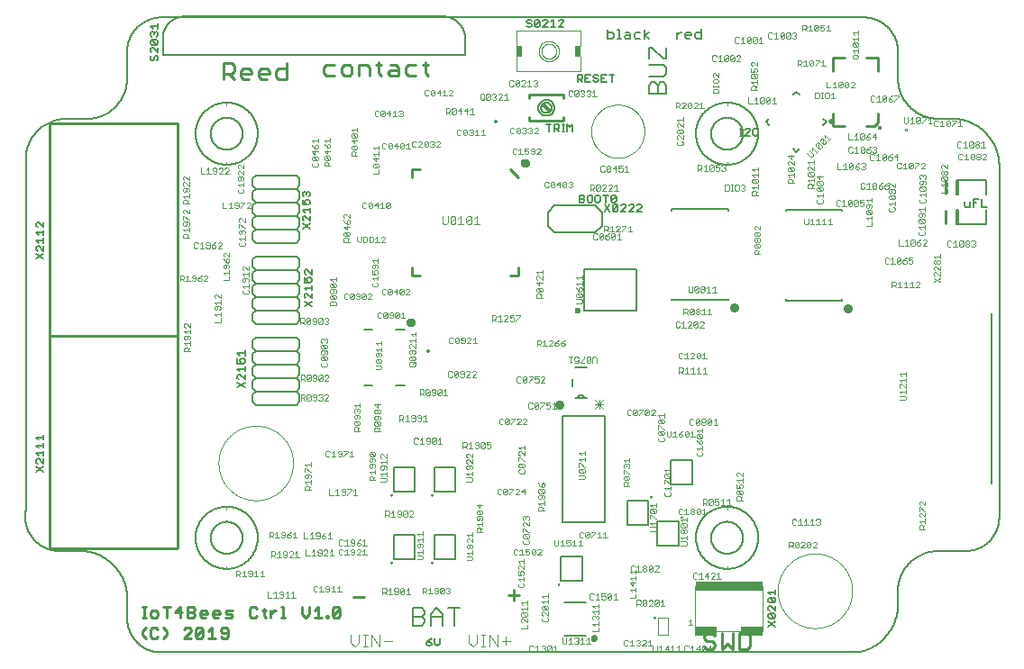
<source format=gto>
G75*
%MOIN*%
%OFA0B0*%
%FSLAX25Y25*%
%IPPOS*%
%LPD*%
%AMOC8*
5,1,8,0,0,1.08239X$1,22.5*
%
%ADD10C,0.01000*%
%ADD11C,0.00500*%
%ADD12C,0.01100*%
%ADD13C,0.00600*%
%ADD14C,0.00000*%
%ADD15C,0.00200*%
%ADD16C,0.01378*%
%ADD17R,0.01575X0.03937*%
%ADD18C,0.00400*%
%ADD19R,0.01969X0.03937*%
%ADD20C,0.00800*%
%ADD21C,0.01575*%
%ADD22C,0.00300*%
%ADD23C,0.00320*%
%ADD24R,0.25000X0.03386*%
%ADD25R,0.08248X0.03386*%
%ADD26C,0.00492*%
%ADD27C,0.00250*%
%ADD28C,0.01181*%
%ADD29C,0.02362*%
%ADD30C,0.03482*%
%ADD31C,0.01575*%
%ADD32C,0.02000*%
%ADD33C,0.00098*%
D10*
X0044508Y0009522D02*
X0044508Y0010856D01*
X0045843Y0012191D01*
X0047578Y0011524D02*
X0047578Y0008855D01*
X0048245Y0008187D01*
X0049579Y0008187D01*
X0050247Y0008855D01*
X0052182Y0008187D02*
X0053516Y0009522D01*
X0053516Y0010856D01*
X0052182Y0012191D01*
X0050247Y0011524D02*
X0049579Y0012191D01*
X0048245Y0012191D01*
X0047578Y0011524D01*
X0044508Y0009522D02*
X0045843Y0008187D01*
X0045843Y0015687D02*
X0044508Y0015687D01*
X0045176Y0015687D02*
X0045176Y0019691D01*
X0045843Y0019691D02*
X0044508Y0019691D01*
X0047578Y0017689D02*
X0047578Y0016355D01*
X0048245Y0015687D01*
X0049579Y0015687D01*
X0050247Y0016355D01*
X0050247Y0017689D01*
X0049579Y0018356D01*
X0048245Y0018356D01*
X0047578Y0017689D01*
X0052182Y0019691D02*
X0054850Y0019691D01*
X0053516Y0019691D02*
X0053516Y0015687D01*
X0056785Y0017689D02*
X0059454Y0017689D01*
X0061389Y0017689D02*
X0063391Y0017689D01*
X0064058Y0017022D01*
X0064058Y0016355D01*
X0063391Y0015687D01*
X0061389Y0015687D01*
X0061389Y0019691D01*
X0063391Y0019691D01*
X0064058Y0019024D01*
X0064058Y0018356D01*
X0063391Y0017689D01*
X0065993Y0017689D02*
X0065993Y0016355D01*
X0066661Y0015687D01*
X0067995Y0015687D01*
X0068662Y0017022D02*
X0065993Y0017022D01*
X0065993Y0017689D02*
X0066661Y0018356D01*
X0067995Y0018356D01*
X0068662Y0017689D01*
X0068662Y0017022D01*
X0070597Y0017022D02*
X0073266Y0017022D01*
X0073266Y0017689D01*
X0072599Y0018356D01*
X0071264Y0018356D01*
X0070597Y0017689D01*
X0070597Y0016355D01*
X0071264Y0015687D01*
X0072599Y0015687D01*
X0075201Y0015687D02*
X0077203Y0015687D01*
X0077870Y0016355D01*
X0077203Y0017022D01*
X0075868Y0017022D01*
X0075201Y0017689D01*
X0075868Y0018356D01*
X0077870Y0018356D01*
X0075668Y0012191D02*
X0074334Y0012191D01*
X0073667Y0011524D01*
X0073667Y0010856D01*
X0074334Y0010189D01*
X0076335Y0010189D01*
X0076335Y0008855D02*
X0076335Y0011524D01*
X0075668Y0012191D01*
X0070397Y0012191D02*
X0070397Y0008187D01*
X0069063Y0008187D02*
X0071732Y0008187D01*
X0073667Y0008855D02*
X0074334Y0008187D01*
X0075668Y0008187D01*
X0076335Y0008855D01*
X0070397Y0012191D02*
X0069063Y0010856D01*
X0067128Y0011524D02*
X0064459Y0008855D01*
X0065126Y0008187D01*
X0066460Y0008187D01*
X0067128Y0008855D01*
X0067128Y0011524D01*
X0066460Y0012191D01*
X0065126Y0012191D01*
X0064459Y0011524D01*
X0064459Y0008855D01*
X0062524Y0008187D02*
X0059855Y0008187D01*
X0062524Y0010856D01*
X0062524Y0011524D01*
X0061856Y0012191D01*
X0060522Y0012191D01*
X0059855Y0011524D01*
X0058787Y0015687D02*
X0058787Y0019691D01*
X0056785Y0017689D01*
X0084409Y0016355D02*
X0085076Y0015687D01*
X0086411Y0015687D01*
X0087078Y0016355D01*
X0089680Y0016355D02*
X0089680Y0019024D01*
X0089013Y0018356D02*
X0090347Y0018356D01*
X0092082Y0018356D02*
X0092082Y0015687D01*
X0092082Y0017022D02*
X0093417Y0018356D01*
X0094084Y0018356D01*
X0095919Y0019691D02*
X0096586Y0019691D01*
X0096586Y0015687D01*
X0095919Y0015687D02*
X0097253Y0015687D01*
X0103592Y0017022D02*
X0103592Y0019691D01*
X0106261Y0019691D02*
X0106261Y0017022D01*
X0104927Y0015687D01*
X0103592Y0017022D01*
X0108196Y0018356D02*
X0109530Y0019691D01*
X0109530Y0015687D01*
X0108196Y0015687D02*
X0110865Y0015687D01*
X0112800Y0015687D02*
X0113467Y0015687D01*
X0113467Y0016355D01*
X0112800Y0016355D01*
X0112800Y0015687D01*
X0115102Y0016355D02*
X0115102Y0019024D01*
X0115769Y0019691D01*
X0117104Y0019691D01*
X0117771Y0019024D01*
X0115102Y0016355D01*
X0115769Y0015687D01*
X0117104Y0015687D01*
X0117771Y0016355D01*
X0117771Y0019024D01*
X0090347Y0015687D02*
X0089680Y0016355D01*
X0087078Y0019024D02*
X0086411Y0019691D01*
X0085076Y0019691D01*
X0084409Y0019024D01*
X0084409Y0016355D01*
X0057512Y0041364D02*
X0010268Y0041364D01*
X0010268Y0120104D01*
X0057512Y0120104D01*
X0057512Y0041364D01*
X0057512Y0120114D02*
X0010268Y0120114D01*
X0010268Y0198854D01*
X0057512Y0198854D01*
X0057512Y0120114D01*
X0144323Y0142377D02*
X0144323Y0145330D01*
X0144323Y0142377D02*
X0147276Y0142377D01*
X0180741Y0142377D02*
X0183693Y0142377D01*
X0183693Y0145330D01*
X0183693Y0178795D02*
X0180741Y0181748D01*
X0187709Y0199641D02*
X0187709Y0201019D01*
X0187709Y0199641D02*
X0200308Y0199641D01*
X0200308Y0201019D01*
X0200308Y0208106D02*
X0200308Y0209484D01*
X0187709Y0209484D01*
X0187709Y0208106D01*
X0147276Y0181748D02*
X0144323Y0181748D01*
X0144323Y0178795D01*
X0300091Y0197764D02*
X0304421Y0197764D01*
X0300091Y0197764D02*
X0300091Y0202488D01*
X0312295Y0197764D02*
X0315445Y0197764D01*
X0316626Y0198945D01*
X0316626Y0202488D01*
X0316626Y0218237D02*
X0316626Y0222961D01*
X0312295Y0222961D01*
X0304421Y0222961D02*
X0300091Y0222961D01*
X0300091Y0218237D01*
X0341508Y0177312D02*
X0341508Y0172812D01*
X0341508Y0166313D02*
X0341508Y0161813D01*
D11*
X0348624Y0168363D02*
X0349125Y0167863D01*
X0350626Y0167863D01*
X0350626Y0169864D01*
X0351847Y0169364D02*
X0352848Y0169364D01*
X0351847Y0170865D02*
X0353849Y0170865D01*
X0355070Y0170865D02*
X0355070Y0167863D01*
X0357071Y0167863D01*
X0351847Y0167863D02*
X0351847Y0170865D01*
X0348624Y0169864D02*
X0348624Y0168363D01*
X0358752Y0128559D02*
X0358752Y0065566D01*
X0278758Y0026150D02*
X0278758Y0024349D01*
X0278758Y0025249D02*
X0276056Y0025249D01*
X0276957Y0024349D01*
X0276506Y0023204D02*
X0278308Y0021402D01*
X0278758Y0021852D01*
X0278758Y0022753D01*
X0278308Y0023204D01*
X0276506Y0023204D01*
X0276056Y0022753D01*
X0276056Y0021852D01*
X0276506Y0021402D01*
X0278308Y0021402D01*
X0278758Y0020257D02*
X0278758Y0018456D01*
X0276957Y0020257D01*
X0276506Y0020257D01*
X0276056Y0019807D01*
X0276056Y0018906D01*
X0276506Y0018456D01*
X0276506Y0017311D02*
X0278308Y0015509D01*
X0278758Y0015959D01*
X0278758Y0016860D01*
X0278308Y0017311D01*
X0276506Y0017311D01*
X0276056Y0016860D01*
X0276056Y0015959D01*
X0276506Y0015509D01*
X0278308Y0015509D01*
X0278758Y0014364D02*
X0276056Y0012562D01*
X0276056Y0014364D02*
X0278758Y0012562D01*
X0242945Y0042535D02*
X0235071Y0042535D01*
X0235071Y0051590D01*
X0242945Y0051590D01*
X0242945Y0042535D01*
X0231695Y0050035D02*
X0231695Y0059090D01*
X0223821Y0059090D01*
X0223821Y0050035D01*
X0231695Y0050035D01*
X0240071Y0065035D02*
X0240071Y0074090D01*
X0247945Y0074090D01*
X0247945Y0065035D01*
X0240071Y0065035D01*
X0207320Y0038465D02*
X0199446Y0038465D01*
X0199446Y0029410D01*
X0207320Y0029410D01*
X0207320Y0038465D01*
X0208767Y0021290D02*
X0200499Y0021290D01*
X0200499Y0009085D02*
X0208767Y0009085D01*
X0160445Y0037535D02*
X0160445Y0046590D01*
X0152571Y0046590D01*
X0152571Y0037535D01*
X0160445Y0037535D01*
X0145445Y0037535D02*
X0145445Y0046590D01*
X0137571Y0046590D01*
X0137571Y0037535D01*
X0145445Y0037535D01*
X0145445Y0062535D02*
X0137571Y0062535D01*
X0137571Y0071590D01*
X0145445Y0071590D01*
X0145445Y0062535D01*
X0152571Y0062535D02*
X0152571Y0071590D01*
X0160445Y0071590D01*
X0160445Y0062535D01*
X0152571Y0062535D01*
X0141489Y0101826D02*
X0138339Y0101826D01*
X0129678Y0101826D02*
X0126528Y0101826D01*
X0126528Y0122299D02*
X0129678Y0122299D01*
X0138339Y0122299D02*
X0141489Y0122299D01*
X0107196Y0131062D02*
X0104494Y0132864D01*
X0104944Y0134009D02*
X0104494Y0134459D01*
X0104494Y0135360D01*
X0104944Y0135811D01*
X0105394Y0135811D01*
X0107196Y0134009D01*
X0107196Y0135811D01*
X0107196Y0136956D02*
X0107196Y0138757D01*
X0107196Y0137856D02*
X0104494Y0137856D01*
X0105394Y0136956D01*
X0105845Y0139902D02*
X0104494Y0139902D01*
X0104494Y0141704D01*
X0105394Y0141253D02*
X0105845Y0141704D01*
X0106745Y0141704D01*
X0107196Y0141253D01*
X0107196Y0140352D01*
X0106745Y0139902D01*
X0105845Y0139902D02*
X0105394Y0140803D01*
X0105394Y0141253D01*
X0104944Y0142849D02*
X0104494Y0143299D01*
X0104494Y0144200D01*
X0104944Y0144650D01*
X0105394Y0144650D01*
X0107196Y0142849D01*
X0107196Y0144650D01*
X0107196Y0132864D02*
X0104494Y0131062D01*
X0082508Y0114650D02*
X0082508Y0112849D01*
X0082508Y0113749D02*
X0079806Y0113749D01*
X0080707Y0112849D01*
X0081157Y0111704D02*
X0082058Y0111704D01*
X0082508Y0111253D01*
X0082508Y0110352D01*
X0082058Y0109902D01*
X0081157Y0109902D02*
X0080707Y0110803D01*
X0080707Y0111253D01*
X0081157Y0111704D01*
X0079806Y0111704D02*
X0079806Y0109902D01*
X0081157Y0109902D01*
X0082508Y0108757D02*
X0082508Y0106956D01*
X0082508Y0107856D02*
X0079806Y0107856D01*
X0080707Y0106956D01*
X0080707Y0105811D02*
X0080256Y0105811D01*
X0079806Y0105360D01*
X0079806Y0104459D01*
X0080256Y0104009D01*
X0079806Y0102864D02*
X0082508Y0101062D01*
X0082508Y0102864D02*
X0079806Y0101062D01*
X0082508Y0104009D02*
X0080707Y0105811D01*
X0082508Y0105811D02*
X0082508Y0104009D01*
X0008138Y0083439D02*
X0008138Y0081638D01*
X0008138Y0082539D02*
X0005436Y0082539D01*
X0006337Y0081638D01*
X0008138Y0080493D02*
X0008138Y0078691D01*
X0008138Y0079592D02*
X0005436Y0079592D01*
X0006337Y0078691D01*
X0008138Y0077546D02*
X0008138Y0075745D01*
X0008138Y0076646D02*
X0005436Y0076646D01*
X0006337Y0075745D01*
X0006337Y0074600D02*
X0005886Y0074600D01*
X0005436Y0074150D01*
X0005436Y0073249D01*
X0005886Y0072798D01*
X0005436Y0071653D02*
X0008138Y0069852D01*
X0008138Y0071653D02*
X0005436Y0069852D01*
X0008138Y0072798D02*
X0006337Y0074600D01*
X0008138Y0074600D02*
X0008138Y0072798D01*
X0008138Y0148602D02*
X0005436Y0150403D01*
X0005886Y0151548D02*
X0005436Y0151999D01*
X0005436Y0152900D01*
X0005886Y0153350D01*
X0006337Y0153350D01*
X0008138Y0151548D01*
X0008138Y0153350D01*
X0008138Y0154495D02*
X0008138Y0156296D01*
X0008138Y0155396D02*
X0005436Y0155396D01*
X0006337Y0154495D01*
X0008138Y0150403D02*
X0005436Y0148602D01*
X0006337Y0157441D02*
X0005436Y0158342D01*
X0008138Y0158342D01*
X0008138Y0157441D02*
X0008138Y0159243D01*
X0008138Y0160388D02*
X0006337Y0162189D01*
X0005886Y0162189D01*
X0005436Y0161739D01*
X0005436Y0160838D01*
X0005886Y0160388D01*
X0008138Y0160388D02*
X0008138Y0162189D01*
X0048140Y0222007D02*
X0048591Y0222007D01*
X0049041Y0222458D01*
X0049041Y0223359D01*
X0049491Y0223809D01*
X0049942Y0223809D01*
X0050392Y0223359D01*
X0050392Y0222458D01*
X0049942Y0222007D01*
X0048140Y0222007D02*
X0047690Y0222458D01*
X0047690Y0223359D01*
X0048140Y0223809D01*
X0048140Y0224954D02*
X0047690Y0225404D01*
X0047690Y0226305D01*
X0048140Y0226755D01*
X0048591Y0226755D01*
X0050392Y0224954D01*
X0050392Y0226755D01*
X0049942Y0227900D02*
X0048140Y0229702D01*
X0049942Y0229702D01*
X0050392Y0229252D01*
X0050392Y0228351D01*
X0049942Y0227900D01*
X0048140Y0227900D01*
X0047690Y0228351D01*
X0047690Y0229252D01*
X0048140Y0229702D01*
X0048140Y0230847D02*
X0047690Y0231297D01*
X0047690Y0232198D01*
X0048140Y0232648D01*
X0048591Y0232648D01*
X0049041Y0232198D01*
X0049491Y0232648D01*
X0049942Y0232648D01*
X0050392Y0232198D01*
X0050392Y0231297D01*
X0049942Y0230847D01*
X0049041Y0231748D02*
X0049041Y0232198D01*
X0048591Y0233793D02*
X0047690Y0234694D01*
X0050392Y0234694D01*
X0050392Y0233793D02*
X0050392Y0235595D01*
X0104319Y0173400D02*
X0104769Y0173400D01*
X0105220Y0172950D01*
X0105670Y0173400D01*
X0106120Y0173400D01*
X0106571Y0172950D01*
X0106571Y0172049D01*
X0106120Y0171599D01*
X0106120Y0170454D02*
X0105220Y0170454D01*
X0104769Y0170003D01*
X0104769Y0169553D01*
X0105220Y0168652D01*
X0103869Y0168652D01*
X0103869Y0170454D01*
X0104319Y0171599D02*
X0103869Y0172049D01*
X0103869Y0172950D01*
X0104319Y0173400D01*
X0105220Y0172950D02*
X0105220Y0172499D01*
X0106120Y0170454D02*
X0106571Y0170003D01*
X0106571Y0169102D01*
X0106120Y0168652D01*
X0106571Y0167507D02*
X0106571Y0165706D01*
X0106571Y0166606D02*
X0103869Y0166606D01*
X0104769Y0165706D01*
X0104769Y0164561D02*
X0104319Y0164561D01*
X0103869Y0164110D01*
X0103869Y0163209D01*
X0104319Y0162759D01*
X0103869Y0161614D02*
X0106571Y0159813D01*
X0106571Y0161614D02*
X0103869Y0159813D01*
X0106571Y0162759D02*
X0104769Y0164561D01*
X0106571Y0164561D02*
X0106571Y0162759D01*
X0194847Y0195750D02*
X0194847Y0198452D01*
X0195747Y0198452D02*
X0193946Y0198452D01*
X0196892Y0198452D02*
X0196892Y0195750D01*
X0196892Y0196651D02*
X0198244Y0196651D01*
X0198694Y0197101D01*
X0198694Y0198002D01*
X0198244Y0198452D01*
X0196892Y0198452D01*
X0197793Y0196651D02*
X0198694Y0195750D01*
X0199839Y0195750D02*
X0200740Y0195750D01*
X0200289Y0195750D02*
X0200289Y0198452D01*
X0199839Y0198452D02*
X0200740Y0198452D01*
X0201803Y0198452D02*
X0202704Y0197552D01*
X0203605Y0198452D01*
X0203605Y0195750D01*
X0201803Y0195750D02*
X0201803Y0198452D01*
X0191055Y0204562D02*
X0191057Y0204670D01*
X0191063Y0204779D01*
X0191073Y0204887D01*
X0191087Y0204994D01*
X0191105Y0205101D01*
X0191126Y0205208D01*
X0191152Y0205313D01*
X0191182Y0205418D01*
X0191215Y0205521D01*
X0191252Y0205623D01*
X0191293Y0205723D01*
X0191337Y0205822D01*
X0191386Y0205920D01*
X0191437Y0206015D01*
X0191492Y0206108D01*
X0191551Y0206200D01*
X0191613Y0206289D01*
X0191678Y0206376D01*
X0191746Y0206460D01*
X0191817Y0206542D01*
X0191891Y0206621D01*
X0191968Y0206697D01*
X0192048Y0206771D01*
X0192131Y0206841D01*
X0192216Y0206909D01*
X0192303Y0206973D01*
X0192393Y0207034D01*
X0192485Y0207092D01*
X0192579Y0207146D01*
X0192675Y0207197D01*
X0192772Y0207244D01*
X0192872Y0207288D01*
X0192973Y0207328D01*
X0193075Y0207364D01*
X0193178Y0207396D01*
X0193283Y0207425D01*
X0193389Y0207449D01*
X0193495Y0207470D01*
X0193602Y0207487D01*
X0193710Y0207500D01*
X0193818Y0207509D01*
X0193927Y0207514D01*
X0194035Y0207515D01*
X0194144Y0207512D01*
X0194252Y0207505D01*
X0194360Y0207494D01*
X0194467Y0207479D01*
X0194574Y0207460D01*
X0194680Y0207437D01*
X0194785Y0207411D01*
X0194890Y0207380D01*
X0194992Y0207346D01*
X0195094Y0207308D01*
X0195194Y0207266D01*
X0195293Y0207221D01*
X0195390Y0207172D01*
X0195484Y0207119D01*
X0195577Y0207063D01*
X0195668Y0207004D01*
X0195757Y0206941D01*
X0195843Y0206876D01*
X0195927Y0206807D01*
X0196008Y0206735D01*
X0196086Y0206660D01*
X0196162Y0206582D01*
X0196235Y0206501D01*
X0196305Y0206418D01*
X0196371Y0206333D01*
X0196435Y0206245D01*
X0196495Y0206154D01*
X0196552Y0206062D01*
X0196605Y0205967D01*
X0196655Y0205871D01*
X0196701Y0205773D01*
X0196744Y0205673D01*
X0196783Y0205572D01*
X0196818Y0205469D01*
X0196850Y0205366D01*
X0196877Y0205261D01*
X0196901Y0205155D01*
X0196921Y0205048D01*
X0196937Y0204941D01*
X0196949Y0204833D01*
X0196957Y0204725D01*
X0196961Y0204616D01*
X0196961Y0204508D01*
X0196957Y0204399D01*
X0196949Y0204291D01*
X0196937Y0204183D01*
X0196921Y0204076D01*
X0196901Y0203969D01*
X0196877Y0203863D01*
X0196850Y0203758D01*
X0196818Y0203655D01*
X0196783Y0203552D01*
X0196744Y0203451D01*
X0196701Y0203351D01*
X0196655Y0203253D01*
X0196605Y0203157D01*
X0196552Y0203062D01*
X0196495Y0202970D01*
X0196435Y0202879D01*
X0196371Y0202791D01*
X0196305Y0202706D01*
X0196235Y0202623D01*
X0196162Y0202542D01*
X0196086Y0202464D01*
X0196008Y0202389D01*
X0195927Y0202317D01*
X0195843Y0202248D01*
X0195757Y0202183D01*
X0195668Y0202120D01*
X0195577Y0202061D01*
X0195485Y0202005D01*
X0195390Y0201952D01*
X0195293Y0201903D01*
X0195194Y0201858D01*
X0195094Y0201816D01*
X0194992Y0201778D01*
X0194890Y0201744D01*
X0194785Y0201713D01*
X0194680Y0201687D01*
X0194574Y0201664D01*
X0194467Y0201645D01*
X0194360Y0201630D01*
X0194252Y0201619D01*
X0194144Y0201612D01*
X0194035Y0201609D01*
X0193927Y0201610D01*
X0193818Y0201615D01*
X0193710Y0201624D01*
X0193602Y0201637D01*
X0193495Y0201654D01*
X0193389Y0201675D01*
X0193283Y0201699D01*
X0193178Y0201728D01*
X0193075Y0201760D01*
X0192973Y0201796D01*
X0192872Y0201836D01*
X0192772Y0201880D01*
X0192675Y0201927D01*
X0192579Y0201978D01*
X0192485Y0202032D01*
X0192393Y0202090D01*
X0192303Y0202151D01*
X0192216Y0202215D01*
X0192131Y0202283D01*
X0192048Y0202353D01*
X0191968Y0202427D01*
X0191891Y0202503D01*
X0191817Y0202582D01*
X0191746Y0202664D01*
X0191678Y0202748D01*
X0191613Y0202835D01*
X0191551Y0202924D01*
X0191492Y0203016D01*
X0191437Y0203109D01*
X0191386Y0203204D01*
X0191337Y0203302D01*
X0191293Y0203401D01*
X0191252Y0203501D01*
X0191215Y0203603D01*
X0191182Y0203706D01*
X0191152Y0203811D01*
X0191126Y0203916D01*
X0191105Y0204023D01*
X0191087Y0204130D01*
X0191073Y0204237D01*
X0191063Y0204345D01*
X0191057Y0204454D01*
X0191055Y0204562D01*
X0192039Y0204562D02*
X0192041Y0204650D01*
X0192047Y0204738D01*
X0192057Y0204826D01*
X0192071Y0204914D01*
X0192088Y0205000D01*
X0192110Y0205086D01*
X0192135Y0205170D01*
X0192165Y0205254D01*
X0192197Y0205336D01*
X0192234Y0205416D01*
X0192274Y0205495D01*
X0192318Y0205572D01*
X0192365Y0205647D01*
X0192415Y0205719D01*
X0192469Y0205790D01*
X0192525Y0205857D01*
X0192585Y0205923D01*
X0192647Y0205985D01*
X0192713Y0206045D01*
X0192780Y0206101D01*
X0192851Y0206155D01*
X0192923Y0206205D01*
X0192998Y0206252D01*
X0193075Y0206296D01*
X0193154Y0206336D01*
X0193234Y0206373D01*
X0193316Y0206405D01*
X0193400Y0206435D01*
X0193484Y0206460D01*
X0193570Y0206482D01*
X0193656Y0206499D01*
X0193744Y0206513D01*
X0193832Y0206523D01*
X0193920Y0206529D01*
X0194008Y0206531D01*
X0194096Y0206529D01*
X0194184Y0206523D01*
X0194272Y0206513D01*
X0194360Y0206499D01*
X0194446Y0206482D01*
X0194532Y0206460D01*
X0194616Y0206435D01*
X0194700Y0206405D01*
X0194782Y0206373D01*
X0194862Y0206336D01*
X0194941Y0206296D01*
X0195018Y0206252D01*
X0195093Y0206205D01*
X0195165Y0206155D01*
X0195236Y0206101D01*
X0195303Y0206045D01*
X0195369Y0205985D01*
X0195431Y0205923D01*
X0195491Y0205857D01*
X0195547Y0205790D01*
X0195601Y0205719D01*
X0195651Y0205647D01*
X0195698Y0205572D01*
X0195742Y0205495D01*
X0195782Y0205416D01*
X0195819Y0205336D01*
X0195851Y0205254D01*
X0195881Y0205170D01*
X0195906Y0205086D01*
X0195928Y0205000D01*
X0195945Y0204914D01*
X0195959Y0204826D01*
X0195969Y0204738D01*
X0195975Y0204650D01*
X0195977Y0204562D01*
X0195975Y0204474D01*
X0195969Y0204386D01*
X0195959Y0204298D01*
X0195945Y0204210D01*
X0195928Y0204124D01*
X0195906Y0204038D01*
X0195881Y0203954D01*
X0195851Y0203870D01*
X0195819Y0203788D01*
X0195782Y0203708D01*
X0195742Y0203629D01*
X0195698Y0203552D01*
X0195651Y0203477D01*
X0195601Y0203405D01*
X0195547Y0203334D01*
X0195491Y0203267D01*
X0195431Y0203201D01*
X0195369Y0203139D01*
X0195303Y0203079D01*
X0195236Y0203023D01*
X0195165Y0202969D01*
X0195093Y0202919D01*
X0195018Y0202872D01*
X0194941Y0202828D01*
X0194862Y0202788D01*
X0194782Y0202751D01*
X0194700Y0202719D01*
X0194616Y0202689D01*
X0194532Y0202664D01*
X0194446Y0202642D01*
X0194360Y0202625D01*
X0194272Y0202611D01*
X0194184Y0202601D01*
X0194096Y0202595D01*
X0194008Y0202593D01*
X0193920Y0202595D01*
X0193832Y0202601D01*
X0193744Y0202611D01*
X0193656Y0202625D01*
X0193570Y0202642D01*
X0193484Y0202664D01*
X0193400Y0202689D01*
X0193316Y0202719D01*
X0193234Y0202751D01*
X0193154Y0202788D01*
X0193075Y0202828D01*
X0192998Y0202872D01*
X0192923Y0202919D01*
X0192851Y0202969D01*
X0192780Y0203023D01*
X0192713Y0203079D01*
X0192647Y0203139D01*
X0192585Y0203201D01*
X0192525Y0203267D01*
X0192469Y0203334D01*
X0192415Y0203405D01*
X0192365Y0203477D01*
X0192318Y0203552D01*
X0192274Y0203629D01*
X0192234Y0203708D01*
X0192197Y0203788D01*
X0192165Y0203870D01*
X0192135Y0203954D01*
X0192110Y0204038D01*
X0192088Y0204124D01*
X0192071Y0204210D01*
X0192057Y0204298D01*
X0192047Y0204386D01*
X0192041Y0204474D01*
X0192039Y0204562D01*
X0205508Y0214187D02*
X0205508Y0216890D01*
X0206859Y0216890D01*
X0207310Y0216439D01*
X0207310Y0215539D01*
X0206859Y0215088D01*
X0205508Y0215088D01*
X0206409Y0215088D02*
X0207310Y0214187D01*
X0208455Y0214187D02*
X0208455Y0216890D01*
X0210256Y0216890D01*
X0211401Y0216439D02*
X0211401Y0215989D01*
X0211852Y0215539D01*
X0212753Y0215539D01*
X0213203Y0215088D01*
X0213203Y0214638D01*
X0212753Y0214187D01*
X0211852Y0214187D01*
X0211401Y0214638D01*
X0210256Y0214187D02*
X0208455Y0214187D01*
X0208455Y0215539D02*
X0209356Y0215539D01*
X0211401Y0216439D02*
X0211852Y0216890D01*
X0212753Y0216890D01*
X0213203Y0216439D01*
X0214348Y0216890D02*
X0214348Y0214187D01*
X0216149Y0214187D01*
X0215249Y0215539D02*
X0214348Y0215539D01*
X0214348Y0216890D02*
X0216149Y0216890D01*
X0217294Y0216890D02*
X0219096Y0216890D01*
X0218195Y0216890D02*
X0218195Y0214187D01*
X0200376Y0234475D02*
X0198574Y0234475D01*
X0200376Y0236277D01*
X0200376Y0236727D01*
X0199925Y0237177D01*
X0199025Y0237177D01*
X0198574Y0236727D01*
X0196529Y0237177D02*
X0196529Y0234475D01*
X0197429Y0234475D02*
X0195628Y0234475D01*
X0194483Y0234475D02*
X0192681Y0234475D01*
X0194483Y0236277D01*
X0194483Y0236727D01*
X0194032Y0237177D01*
X0193132Y0237177D01*
X0192681Y0236727D01*
X0191536Y0236727D02*
X0189735Y0234925D01*
X0190185Y0234475D01*
X0191086Y0234475D01*
X0191536Y0234925D01*
X0191536Y0236727D01*
X0191086Y0237177D01*
X0190185Y0237177D01*
X0189735Y0236727D01*
X0189735Y0234925D01*
X0188590Y0234925D02*
X0188139Y0234475D01*
X0187239Y0234475D01*
X0186788Y0234925D01*
X0187239Y0235826D02*
X0188139Y0235826D01*
X0188590Y0235376D01*
X0188590Y0234925D01*
X0187239Y0235826D02*
X0186788Y0236277D01*
X0186788Y0236727D01*
X0187239Y0237177D01*
X0188139Y0237177D01*
X0188590Y0236727D01*
X0195628Y0236277D02*
X0196529Y0237177D01*
X0265508Y0196890D02*
X0266409Y0196890D01*
X0265959Y0196890D02*
X0265959Y0194187D01*
X0266409Y0194187D02*
X0265508Y0194187D01*
X0267473Y0194187D02*
X0269274Y0195989D01*
X0269274Y0196439D01*
X0268824Y0196890D01*
X0267923Y0196890D01*
X0267473Y0196439D01*
X0267473Y0194187D02*
X0269274Y0194187D01*
X0270419Y0194638D02*
X0270419Y0196439D01*
X0270870Y0196890D01*
X0271770Y0196890D01*
X0272221Y0196439D01*
X0272221Y0194638D02*
X0271770Y0194187D01*
X0270870Y0194187D01*
X0270419Y0194638D01*
X0229238Y0168289D02*
X0228788Y0168740D01*
X0227887Y0168740D01*
X0227437Y0168289D01*
X0226292Y0168289D02*
X0225841Y0168740D01*
X0224941Y0168740D01*
X0224490Y0168289D01*
X0223345Y0168289D02*
X0222895Y0168740D01*
X0221994Y0168740D01*
X0221544Y0168289D01*
X0220399Y0168289D02*
X0218597Y0166488D01*
X0219048Y0166038D01*
X0219948Y0166038D01*
X0220399Y0166488D01*
X0220399Y0168289D01*
X0219948Y0168740D01*
X0219048Y0168740D01*
X0218597Y0168289D01*
X0218597Y0166488D01*
X0217452Y0166038D02*
X0215651Y0168740D01*
X0215966Y0169513D02*
X0215966Y0172215D01*
X0215065Y0172215D02*
X0216867Y0172215D01*
X0218012Y0171764D02*
X0218462Y0172215D01*
X0219363Y0172215D01*
X0219813Y0171764D01*
X0218012Y0169963D01*
X0218462Y0169513D01*
X0219363Y0169513D01*
X0219813Y0169963D01*
X0219813Y0171764D01*
X0218012Y0171764D02*
X0218012Y0169963D01*
X0217452Y0168740D02*
X0215651Y0166038D01*
X0221544Y0166038D02*
X0223345Y0167839D01*
X0223345Y0168289D01*
X0223345Y0166038D02*
X0221544Y0166038D01*
X0224490Y0166038D02*
X0226292Y0167839D01*
X0226292Y0168289D01*
X0226292Y0166038D02*
X0224490Y0166038D01*
X0227437Y0166038D02*
X0229238Y0167839D01*
X0229238Y0168289D01*
X0229238Y0166038D02*
X0227437Y0166038D01*
X0213920Y0169963D02*
X0213920Y0171764D01*
X0213470Y0172215D01*
X0212569Y0172215D01*
X0212119Y0171764D01*
X0212119Y0169963D01*
X0212569Y0169513D01*
X0213470Y0169513D01*
X0213920Y0169963D01*
X0210974Y0169963D02*
X0210974Y0171764D01*
X0210523Y0172215D01*
X0209623Y0172215D01*
X0209172Y0171764D01*
X0209172Y0169963D01*
X0209623Y0169513D01*
X0210523Y0169513D01*
X0210974Y0169963D01*
X0208027Y0169963D02*
X0207577Y0169513D01*
X0206226Y0169513D01*
X0206226Y0172215D01*
X0207577Y0172215D01*
X0208027Y0171764D01*
X0208027Y0171314D01*
X0207577Y0170864D01*
X0206226Y0170864D01*
X0207577Y0170864D02*
X0208027Y0170413D01*
X0208027Y0169963D01*
X0154506Y0008015D02*
X0154506Y0006213D01*
X0153606Y0005313D01*
X0152705Y0006213D01*
X0152705Y0008015D01*
X0151560Y0008015D02*
X0150659Y0007564D01*
X0149758Y0006664D01*
X0151109Y0006664D01*
X0151560Y0006213D01*
X0151560Y0005763D01*
X0151109Y0005313D01*
X0150209Y0005313D01*
X0149758Y0005763D01*
X0149758Y0006664D01*
D12*
X0126745Y0023565D02*
X0122808Y0023565D01*
X0179996Y0024128D02*
X0183933Y0024128D01*
X0181964Y0026096D02*
X0181964Y0022159D01*
X0252433Y0009158D02*
X0252433Y0008174D01*
X0253418Y0007190D01*
X0255386Y0007190D01*
X0256370Y0006206D01*
X0256370Y0005222D01*
X0255386Y0004238D01*
X0253418Y0004238D01*
X0252433Y0005222D01*
X0252433Y0009158D02*
X0253418Y0010143D01*
X0255386Y0010143D01*
X0256370Y0009158D01*
X0258879Y0010143D02*
X0258879Y0004238D01*
X0260847Y0006206D01*
X0262816Y0004238D01*
X0262816Y0010143D01*
X0265324Y0010143D02*
X0268277Y0010143D01*
X0269261Y0009158D01*
X0269261Y0005222D01*
X0268277Y0004238D01*
X0265324Y0004238D01*
X0265324Y0010143D01*
X0150251Y0216412D02*
X0149267Y0217397D01*
X0149267Y0221333D01*
X0148283Y0220349D02*
X0150251Y0220349D01*
X0145774Y0220349D02*
X0142821Y0220349D01*
X0141837Y0219365D01*
X0141837Y0217397D01*
X0142821Y0216412D01*
X0145774Y0216412D01*
X0139329Y0216412D02*
X0136376Y0216412D01*
X0135392Y0217397D01*
X0136376Y0218381D01*
X0139329Y0218381D01*
X0139329Y0219365D02*
X0139329Y0216412D01*
X0139329Y0219365D02*
X0138344Y0220349D01*
X0136376Y0220349D01*
X0133063Y0220349D02*
X0131095Y0220349D01*
X0132079Y0221333D02*
X0132079Y0217397D01*
X0133063Y0216412D01*
X0128586Y0216412D02*
X0128586Y0219365D01*
X0127602Y0220349D01*
X0124649Y0220349D01*
X0124649Y0216412D01*
X0122141Y0217397D02*
X0122141Y0219365D01*
X0121156Y0220349D01*
X0119188Y0220349D01*
X0118204Y0219365D01*
X0118204Y0217397D01*
X0119188Y0216412D01*
X0121156Y0216412D01*
X0122141Y0217397D01*
X0115695Y0216412D02*
X0112743Y0216412D01*
X0111758Y0217397D01*
X0111758Y0219365D01*
X0112743Y0220349D01*
X0115695Y0220349D01*
X0097932Y0221118D02*
X0097932Y0215212D01*
X0094979Y0215212D01*
X0093995Y0216197D01*
X0093995Y0218165D01*
X0094979Y0219149D01*
X0097932Y0219149D01*
X0091486Y0218165D02*
X0091486Y0217181D01*
X0087549Y0217181D01*
X0087549Y0216197D02*
X0087549Y0218165D01*
X0088534Y0219149D01*
X0090502Y0219149D01*
X0091486Y0218165D01*
X0090502Y0215212D02*
X0088534Y0215212D01*
X0087549Y0216197D01*
X0085041Y0217181D02*
X0085041Y0218165D01*
X0084056Y0219149D01*
X0082088Y0219149D01*
X0081104Y0218165D01*
X0081104Y0216197D01*
X0082088Y0215212D01*
X0084056Y0215212D01*
X0085041Y0217181D02*
X0081104Y0217181D01*
X0078595Y0218165D02*
X0077611Y0217181D01*
X0074658Y0217181D01*
X0074658Y0215212D02*
X0074658Y0221118D01*
X0077611Y0221118D01*
X0078595Y0220133D01*
X0078595Y0218165D01*
X0076627Y0217181D02*
X0078595Y0215212D01*
D13*
X0021508Y0040462D02*
X0021931Y0040457D01*
X0022353Y0040442D01*
X0022776Y0040416D01*
X0023197Y0040380D01*
X0023617Y0040334D01*
X0024037Y0040278D01*
X0024454Y0040212D01*
X0024870Y0040136D01*
X0025284Y0040050D01*
X0025696Y0039953D01*
X0026105Y0039847D01*
X0026512Y0039731D01*
X0026916Y0039605D01*
X0027316Y0039470D01*
X0027714Y0039325D01*
X0028107Y0039170D01*
X0028497Y0039006D01*
X0028883Y0038832D01*
X0029264Y0038649D01*
X0029641Y0038457D01*
X0030013Y0038256D01*
X0030380Y0038046D01*
X0030742Y0037828D01*
X0031098Y0037600D01*
X0031449Y0037364D01*
X0031794Y0037120D01*
X0032133Y0036867D01*
X0032466Y0036606D01*
X0032793Y0036338D01*
X0033113Y0036061D01*
X0033426Y0035777D01*
X0033732Y0035485D01*
X0034031Y0035186D01*
X0034323Y0034880D01*
X0034607Y0034567D01*
X0034884Y0034247D01*
X0035152Y0033920D01*
X0035413Y0033587D01*
X0035666Y0033248D01*
X0035910Y0032903D01*
X0036146Y0032552D01*
X0036374Y0032196D01*
X0036592Y0031834D01*
X0036802Y0031467D01*
X0037003Y0031095D01*
X0037195Y0030718D01*
X0037378Y0030337D01*
X0037552Y0029951D01*
X0037716Y0029561D01*
X0037871Y0029168D01*
X0038016Y0028770D01*
X0038151Y0028370D01*
X0038277Y0027966D01*
X0038393Y0027559D01*
X0038499Y0027150D01*
X0038596Y0026738D01*
X0038682Y0026324D01*
X0038758Y0025908D01*
X0038824Y0025491D01*
X0038880Y0025071D01*
X0038926Y0024651D01*
X0038962Y0024230D01*
X0038988Y0023807D01*
X0039003Y0023385D01*
X0039008Y0022962D01*
X0039008Y0015462D01*
X0039012Y0015160D01*
X0039023Y0014858D01*
X0039041Y0014557D01*
X0039066Y0014256D01*
X0039099Y0013955D01*
X0039139Y0013656D01*
X0039186Y0013358D01*
X0039241Y0013060D01*
X0039302Y0012765D01*
X0039371Y0012471D01*
X0039447Y0012178D01*
X0039530Y0011888D01*
X0039620Y0011599D01*
X0039717Y0011313D01*
X0039820Y0011029D01*
X0039931Y0010748D01*
X0040048Y0010470D01*
X0040172Y0010194D01*
X0040303Y0009922D01*
X0040440Y0009653D01*
X0040583Y0009387D01*
X0040733Y0009125D01*
X0040890Y0008866D01*
X0041052Y0008612D01*
X0041221Y0008361D01*
X0041395Y0008115D01*
X0041576Y0007872D01*
X0041762Y0007635D01*
X0041954Y0007401D01*
X0042152Y0007173D01*
X0042355Y0006949D01*
X0042563Y0006731D01*
X0042777Y0006517D01*
X0042995Y0006309D01*
X0043219Y0006106D01*
X0043447Y0005908D01*
X0043681Y0005716D01*
X0043918Y0005530D01*
X0044161Y0005349D01*
X0044407Y0005175D01*
X0044658Y0005006D01*
X0044912Y0004844D01*
X0045171Y0004687D01*
X0045433Y0004537D01*
X0045699Y0004394D01*
X0045968Y0004257D01*
X0046240Y0004126D01*
X0046516Y0004002D01*
X0046794Y0003885D01*
X0047075Y0003774D01*
X0047359Y0003671D01*
X0047645Y0003574D01*
X0047934Y0003484D01*
X0048224Y0003401D01*
X0048517Y0003325D01*
X0048811Y0003256D01*
X0049106Y0003195D01*
X0049404Y0003140D01*
X0049702Y0003093D01*
X0050001Y0003053D01*
X0050302Y0003020D01*
X0050603Y0002995D01*
X0050904Y0002977D01*
X0051206Y0002966D01*
X0051508Y0002962D01*
X0309008Y0002962D01*
X0309435Y0003034D01*
X0309860Y0003116D01*
X0310283Y0003208D01*
X0310703Y0003310D01*
X0311121Y0003423D01*
X0311536Y0003546D01*
X0311947Y0003679D01*
X0312356Y0003822D01*
X0312761Y0003975D01*
X0313162Y0004137D01*
X0313558Y0004310D01*
X0313951Y0004492D01*
X0314339Y0004684D01*
X0314722Y0004885D01*
X0315100Y0005095D01*
X0315473Y0005315D01*
X0315840Y0005544D01*
X0316202Y0005781D01*
X0316557Y0006027D01*
X0316907Y0006282D01*
X0317250Y0006546D01*
X0317587Y0006817D01*
X0317917Y0007097D01*
X0318240Y0007385D01*
X0318556Y0007681D01*
X0318865Y0007984D01*
X0319166Y0008295D01*
X0319459Y0008613D01*
X0319745Y0008938D01*
X0320022Y0009270D01*
X0320292Y0009608D01*
X0320553Y0009953D01*
X0320805Y0010305D01*
X0321049Y0010662D01*
X0321284Y0011026D01*
X0321510Y0011394D01*
X0321727Y0011769D01*
X0321935Y0012148D01*
X0322134Y0012533D01*
X0322323Y0012922D01*
X0322502Y0013316D01*
X0322672Y0013714D01*
X0322832Y0014116D01*
X0322982Y0014522D01*
X0323122Y0014931D01*
X0323252Y0015344D01*
X0323372Y0015759D01*
X0323482Y0016178D01*
X0323582Y0016599D01*
X0323671Y0017022D01*
X0323750Y0017448D01*
X0323818Y0017875D01*
X0323876Y0018304D01*
X0323923Y0018734D01*
X0323960Y0019165D01*
X0323987Y0019597D01*
X0324003Y0020029D01*
X0324008Y0020462D01*
X0324008Y0020463D02*
X0324008Y0025462D01*
X0324012Y0025824D01*
X0324026Y0026187D01*
X0324047Y0026549D01*
X0324078Y0026910D01*
X0324117Y0027270D01*
X0324165Y0027629D01*
X0324222Y0027987D01*
X0324287Y0028344D01*
X0324361Y0028699D01*
X0324444Y0029052D01*
X0324535Y0029403D01*
X0324634Y0029751D01*
X0324742Y0030097D01*
X0324858Y0030441D01*
X0324983Y0030781D01*
X0325115Y0031118D01*
X0325256Y0031452D01*
X0325405Y0031783D01*
X0325562Y0032110D01*
X0325726Y0032433D01*
X0325898Y0032752D01*
X0326078Y0033066D01*
X0326266Y0033377D01*
X0326461Y0033682D01*
X0326663Y0033983D01*
X0326873Y0034279D01*
X0327089Y0034569D01*
X0327313Y0034855D01*
X0327543Y0035135D01*
X0327780Y0035409D01*
X0328024Y0035677D01*
X0328274Y0035940D01*
X0328530Y0036196D01*
X0328793Y0036446D01*
X0329061Y0036690D01*
X0329335Y0036927D01*
X0329615Y0037157D01*
X0329901Y0037381D01*
X0330191Y0037597D01*
X0330487Y0037807D01*
X0330788Y0038009D01*
X0331093Y0038204D01*
X0331404Y0038392D01*
X0331718Y0038572D01*
X0332037Y0038744D01*
X0332360Y0038908D01*
X0332687Y0039065D01*
X0333018Y0039214D01*
X0333352Y0039355D01*
X0333689Y0039487D01*
X0334029Y0039612D01*
X0334373Y0039728D01*
X0334719Y0039836D01*
X0335067Y0039935D01*
X0335418Y0040026D01*
X0335771Y0040109D01*
X0336126Y0040183D01*
X0336483Y0040248D01*
X0336841Y0040305D01*
X0337200Y0040353D01*
X0337560Y0040392D01*
X0337921Y0040423D01*
X0338283Y0040444D01*
X0338646Y0040458D01*
X0339008Y0040462D01*
X0339008Y0040463D02*
X0349008Y0040463D01*
X0349008Y0040462D02*
X0349310Y0040466D01*
X0349612Y0040477D01*
X0349913Y0040495D01*
X0350214Y0040520D01*
X0350515Y0040553D01*
X0350814Y0040593D01*
X0351112Y0040640D01*
X0351410Y0040695D01*
X0351705Y0040756D01*
X0351999Y0040825D01*
X0352292Y0040901D01*
X0352582Y0040984D01*
X0352871Y0041074D01*
X0353157Y0041171D01*
X0353441Y0041274D01*
X0353722Y0041385D01*
X0354000Y0041502D01*
X0354276Y0041626D01*
X0354548Y0041757D01*
X0354817Y0041894D01*
X0355083Y0042037D01*
X0355345Y0042187D01*
X0355604Y0042344D01*
X0355858Y0042506D01*
X0356109Y0042675D01*
X0356355Y0042849D01*
X0356598Y0043030D01*
X0356835Y0043216D01*
X0357069Y0043408D01*
X0357297Y0043606D01*
X0357521Y0043809D01*
X0357739Y0044017D01*
X0357953Y0044231D01*
X0358161Y0044449D01*
X0358364Y0044673D01*
X0358562Y0044901D01*
X0358754Y0045135D01*
X0358940Y0045372D01*
X0359121Y0045615D01*
X0359295Y0045861D01*
X0359464Y0046112D01*
X0359626Y0046366D01*
X0359783Y0046625D01*
X0359933Y0046887D01*
X0360076Y0047153D01*
X0360213Y0047422D01*
X0360344Y0047694D01*
X0360468Y0047970D01*
X0360585Y0048248D01*
X0360696Y0048529D01*
X0360799Y0048813D01*
X0360896Y0049099D01*
X0360986Y0049388D01*
X0361069Y0049678D01*
X0361145Y0049971D01*
X0361214Y0050265D01*
X0361275Y0050560D01*
X0361330Y0050858D01*
X0361377Y0051156D01*
X0361417Y0051455D01*
X0361450Y0051756D01*
X0361475Y0052057D01*
X0361493Y0052358D01*
X0361504Y0052660D01*
X0361508Y0052962D01*
X0361508Y0182962D01*
X0361503Y0183385D01*
X0361488Y0183807D01*
X0361462Y0184230D01*
X0361426Y0184651D01*
X0361380Y0185071D01*
X0361324Y0185491D01*
X0361258Y0185908D01*
X0361182Y0186324D01*
X0361096Y0186738D01*
X0360999Y0187150D01*
X0360893Y0187559D01*
X0360777Y0187966D01*
X0360651Y0188370D01*
X0360516Y0188770D01*
X0360371Y0189168D01*
X0360216Y0189561D01*
X0360052Y0189951D01*
X0359878Y0190337D01*
X0359695Y0190718D01*
X0359503Y0191095D01*
X0359302Y0191467D01*
X0359092Y0191834D01*
X0358874Y0192196D01*
X0358646Y0192552D01*
X0358410Y0192903D01*
X0358166Y0193248D01*
X0357913Y0193587D01*
X0357652Y0193920D01*
X0357384Y0194247D01*
X0357107Y0194567D01*
X0356823Y0194880D01*
X0356531Y0195186D01*
X0356232Y0195485D01*
X0355926Y0195777D01*
X0355613Y0196061D01*
X0355293Y0196338D01*
X0354966Y0196606D01*
X0354633Y0196867D01*
X0354294Y0197120D01*
X0353949Y0197364D01*
X0353598Y0197600D01*
X0353242Y0197828D01*
X0352880Y0198046D01*
X0352513Y0198256D01*
X0352141Y0198457D01*
X0351764Y0198649D01*
X0351383Y0198832D01*
X0350997Y0199006D01*
X0350607Y0199170D01*
X0350214Y0199325D01*
X0349816Y0199470D01*
X0349416Y0199605D01*
X0349012Y0199731D01*
X0348605Y0199847D01*
X0348196Y0199953D01*
X0347784Y0200050D01*
X0347370Y0200136D01*
X0346954Y0200212D01*
X0346537Y0200278D01*
X0346117Y0200334D01*
X0345697Y0200380D01*
X0345276Y0200416D01*
X0344853Y0200442D01*
X0344431Y0200457D01*
X0344008Y0200462D01*
X0339008Y0200462D01*
X0338646Y0200466D01*
X0338283Y0200480D01*
X0337921Y0200501D01*
X0337560Y0200532D01*
X0337200Y0200571D01*
X0336841Y0200619D01*
X0336483Y0200676D01*
X0336126Y0200741D01*
X0335771Y0200815D01*
X0335418Y0200898D01*
X0335067Y0200989D01*
X0334719Y0201088D01*
X0334373Y0201196D01*
X0334029Y0201312D01*
X0333689Y0201437D01*
X0333352Y0201569D01*
X0333018Y0201710D01*
X0332687Y0201859D01*
X0332360Y0202016D01*
X0332037Y0202180D01*
X0331718Y0202352D01*
X0331404Y0202532D01*
X0331093Y0202720D01*
X0330788Y0202915D01*
X0330487Y0203117D01*
X0330191Y0203327D01*
X0329901Y0203543D01*
X0329615Y0203767D01*
X0329335Y0203997D01*
X0329061Y0204234D01*
X0328793Y0204478D01*
X0328530Y0204728D01*
X0328274Y0204984D01*
X0328024Y0205247D01*
X0327780Y0205515D01*
X0327543Y0205789D01*
X0327313Y0206069D01*
X0327089Y0206355D01*
X0326873Y0206645D01*
X0326663Y0206941D01*
X0326461Y0207242D01*
X0326266Y0207547D01*
X0326078Y0207858D01*
X0325898Y0208172D01*
X0325726Y0208491D01*
X0325562Y0208814D01*
X0325405Y0209141D01*
X0325256Y0209472D01*
X0325115Y0209806D01*
X0324983Y0210143D01*
X0324858Y0210483D01*
X0324742Y0210827D01*
X0324634Y0211173D01*
X0324535Y0211521D01*
X0324444Y0211872D01*
X0324361Y0212225D01*
X0324287Y0212580D01*
X0324222Y0212937D01*
X0324165Y0213295D01*
X0324117Y0213654D01*
X0324078Y0214014D01*
X0324047Y0214375D01*
X0324026Y0214737D01*
X0324012Y0215100D01*
X0324008Y0215462D01*
X0324008Y0225462D01*
X0324004Y0225764D01*
X0323993Y0226066D01*
X0323975Y0226367D01*
X0323950Y0226668D01*
X0323917Y0226969D01*
X0323877Y0227268D01*
X0323830Y0227566D01*
X0323775Y0227864D01*
X0323714Y0228159D01*
X0323645Y0228453D01*
X0323569Y0228746D01*
X0323486Y0229036D01*
X0323396Y0229325D01*
X0323299Y0229611D01*
X0323196Y0229895D01*
X0323085Y0230176D01*
X0322968Y0230454D01*
X0322844Y0230730D01*
X0322713Y0231002D01*
X0322576Y0231271D01*
X0322433Y0231537D01*
X0322283Y0231799D01*
X0322126Y0232058D01*
X0321964Y0232312D01*
X0321795Y0232563D01*
X0321621Y0232809D01*
X0321440Y0233052D01*
X0321254Y0233289D01*
X0321062Y0233523D01*
X0320864Y0233751D01*
X0320661Y0233975D01*
X0320453Y0234193D01*
X0320239Y0234407D01*
X0320021Y0234615D01*
X0319797Y0234818D01*
X0319569Y0235016D01*
X0319335Y0235208D01*
X0319098Y0235394D01*
X0318855Y0235575D01*
X0318609Y0235749D01*
X0318358Y0235918D01*
X0318104Y0236080D01*
X0317845Y0236237D01*
X0317583Y0236387D01*
X0317317Y0236530D01*
X0317048Y0236667D01*
X0316776Y0236798D01*
X0316500Y0236922D01*
X0316222Y0237039D01*
X0315941Y0237150D01*
X0315657Y0237253D01*
X0315371Y0237350D01*
X0315082Y0237440D01*
X0314792Y0237523D01*
X0314499Y0237599D01*
X0314205Y0237668D01*
X0313910Y0237729D01*
X0313612Y0237784D01*
X0313314Y0237831D01*
X0313015Y0237871D01*
X0312714Y0237904D01*
X0312413Y0237929D01*
X0312112Y0237947D01*
X0311810Y0237958D01*
X0311508Y0237962D01*
X0051508Y0237962D01*
X0051206Y0237958D01*
X0050904Y0237947D01*
X0050603Y0237929D01*
X0050302Y0237904D01*
X0050001Y0237871D01*
X0049702Y0237831D01*
X0049404Y0237784D01*
X0049106Y0237729D01*
X0048811Y0237668D01*
X0048517Y0237599D01*
X0048224Y0237523D01*
X0047934Y0237440D01*
X0047645Y0237350D01*
X0047359Y0237253D01*
X0047075Y0237150D01*
X0046794Y0237039D01*
X0046516Y0236922D01*
X0046240Y0236798D01*
X0045968Y0236667D01*
X0045699Y0236530D01*
X0045433Y0236387D01*
X0045171Y0236237D01*
X0044912Y0236080D01*
X0044658Y0235918D01*
X0044407Y0235749D01*
X0044161Y0235575D01*
X0043918Y0235394D01*
X0043681Y0235208D01*
X0043447Y0235016D01*
X0043219Y0234818D01*
X0042995Y0234615D01*
X0042777Y0234407D01*
X0042563Y0234193D01*
X0042355Y0233975D01*
X0042152Y0233751D01*
X0041954Y0233523D01*
X0041762Y0233289D01*
X0041576Y0233052D01*
X0041395Y0232809D01*
X0041221Y0232563D01*
X0041052Y0232312D01*
X0040890Y0232058D01*
X0040733Y0231799D01*
X0040583Y0231537D01*
X0040440Y0231271D01*
X0040303Y0231002D01*
X0040172Y0230730D01*
X0040048Y0230454D01*
X0039931Y0230176D01*
X0039820Y0229895D01*
X0039717Y0229611D01*
X0039620Y0229325D01*
X0039530Y0229036D01*
X0039447Y0228746D01*
X0039371Y0228453D01*
X0039302Y0228159D01*
X0039241Y0227864D01*
X0039186Y0227566D01*
X0039139Y0227268D01*
X0039099Y0226969D01*
X0039066Y0226668D01*
X0039041Y0226367D01*
X0039023Y0226066D01*
X0039012Y0225764D01*
X0039008Y0225462D01*
X0039008Y0215462D01*
X0039004Y0215100D01*
X0038990Y0214737D01*
X0038969Y0214375D01*
X0038938Y0214014D01*
X0038899Y0213654D01*
X0038851Y0213295D01*
X0038794Y0212937D01*
X0038729Y0212580D01*
X0038655Y0212225D01*
X0038572Y0211872D01*
X0038481Y0211521D01*
X0038382Y0211173D01*
X0038274Y0210827D01*
X0038158Y0210483D01*
X0038033Y0210143D01*
X0037901Y0209806D01*
X0037760Y0209472D01*
X0037611Y0209141D01*
X0037454Y0208814D01*
X0037290Y0208491D01*
X0037118Y0208172D01*
X0036938Y0207858D01*
X0036750Y0207547D01*
X0036555Y0207242D01*
X0036353Y0206941D01*
X0036143Y0206645D01*
X0035927Y0206355D01*
X0035703Y0206069D01*
X0035473Y0205789D01*
X0035236Y0205515D01*
X0034992Y0205247D01*
X0034742Y0204984D01*
X0034486Y0204728D01*
X0034223Y0204478D01*
X0033955Y0204234D01*
X0033681Y0203997D01*
X0033401Y0203767D01*
X0033115Y0203543D01*
X0032825Y0203327D01*
X0032529Y0203117D01*
X0032228Y0202915D01*
X0031923Y0202720D01*
X0031612Y0202532D01*
X0031298Y0202352D01*
X0030979Y0202180D01*
X0030656Y0202016D01*
X0030329Y0201859D01*
X0029998Y0201710D01*
X0029664Y0201569D01*
X0029327Y0201437D01*
X0028987Y0201312D01*
X0028643Y0201196D01*
X0028297Y0201088D01*
X0027949Y0200989D01*
X0027598Y0200898D01*
X0027245Y0200815D01*
X0026890Y0200741D01*
X0026533Y0200676D01*
X0026175Y0200619D01*
X0025816Y0200571D01*
X0025456Y0200532D01*
X0025095Y0200501D01*
X0024733Y0200480D01*
X0024370Y0200466D01*
X0024008Y0200462D01*
X0016508Y0200462D01*
X0016146Y0200458D01*
X0015783Y0200444D01*
X0015421Y0200423D01*
X0015060Y0200392D01*
X0014700Y0200353D01*
X0014341Y0200305D01*
X0013983Y0200248D01*
X0013626Y0200183D01*
X0013271Y0200109D01*
X0012918Y0200026D01*
X0012567Y0199935D01*
X0012219Y0199836D01*
X0011873Y0199728D01*
X0011529Y0199612D01*
X0011189Y0199487D01*
X0010852Y0199355D01*
X0010518Y0199214D01*
X0010187Y0199065D01*
X0009860Y0198908D01*
X0009537Y0198744D01*
X0009218Y0198572D01*
X0008904Y0198392D01*
X0008593Y0198204D01*
X0008288Y0198009D01*
X0007987Y0197807D01*
X0007691Y0197597D01*
X0007401Y0197381D01*
X0007115Y0197157D01*
X0006835Y0196927D01*
X0006561Y0196690D01*
X0006293Y0196446D01*
X0006030Y0196196D01*
X0005774Y0195940D01*
X0005524Y0195677D01*
X0005280Y0195409D01*
X0005043Y0195135D01*
X0004813Y0194855D01*
X0004589Y0194569D01*
X0004373Y0194279D01*
X0004163Y0193983D01*
X0003961Y0193682D01*
X0003766Y0193377D01*
X0003578Y0193066D01*
X0003398Y0192752D01*
X0003226Y0192433D01*
X0003062Y0192110D01*
X0002905Y0191783D01*
X0002756Y0191452D01*
X0002615Y0191118D01*
X0002483Y0190781D01*
X0002358Y0190441D01*
X0002242Y0190097D01*
X0002134Y0189751D01*
X0002035Y0189403D01*
X0001944Y0189052D01*
X0001861Y0188699D01*
X0001787Y0188344D01*
X0001722Y0187987D01*
X0001665Y0187629D01*
X0001617Y0187270D01*
X0001578Y0186910D01*
X0001547Y0186549D01*
X0001526Y0186187D01*
X0001512Y0185824D01*
X0001508Y0185462D01*
X0001508Y0055462D01*
X0001508Y0055463D02*
X0001456Y0055158D01*
X0001412Y0054852D01*
X0001374Y0054545D01*
X0001345Y0054237D01*
X0001323Y0053929D01*
X0001308Y0053620D01*
X0001301Y0053310D01*
X0001301Y0053001D01*
X0001309Y0052692D01*
X0001324Y0052383D01*
X0001347Y0052075D01*
X0001378Y0051767D01*
X0001416Y0051460D01*
X0001461Y0051154D01*
X0001514Y0050850D01*
X0001574Y0050546D01*
X0001642Y0050244D01*
X0001716Y0049944D01*
X0001799Y0049646D01*
X0001888Y0049350D01*
X0001985Y0049056D01*
X0002088Y0048765D01*
X0002199Y0048476D01*
X0002317Y0048190D01*
X0002441Y0047907D01*
X0002573Y0047628D01*
X0002711Y0047351D01*
X0002856Y0047078D01*
X0003008Y0046808D01*
X0003166Y0046542D01*
X0003330Y0046281D01*
X0003501Y0046023D01*
X0003678Y0045769D01*
X0003861Y0045520D01*
X0004050Y0045275D01*
X0004245Y0045036D01*
X0004446Y0044800D01*
X0004653Y0044570D01*
X0004865Y0044345D01*
X0005082Y0044125D01*
X0005305Y0043911D01*
X0005533Y0043702D01*
X0005766Y0043498D01*
X0006004Y0043301D01*
X0006246Y0043109D01*
X0006493Y0042923D01*
X0006745Y0042743D01*
X0007001Y0042569D01*
X0007261Y0042402D01*
X0007525Y0042241D01*
X0007793Y0042087D01*
X0008064Y0041939D01*
X0008339Y0041797D01*
X0008618Y0041663D01*
X0008899Y0041535D01*
X0009184Y0041414D01*
X0009472Y0041300D01*
X0009762Y0041193D01*
X0010054Y0041094D01*
X0010350Y0041001D01*
X0010647Y0040916D01*
X0010946Y0040837D01*
X0011247Y0040767D01*
X0011550Y0040703D01*
X0011854Y0040647D01*
X0012159Y0040598D01*
X0012466Y0040557D01*
X0012773Y0040523D01*
X0013081Y0040497D01*
X0013390Y0040478D01*
X0013699Y0040467D01*
X0014008Y0040463D01*
X0021508Y0040463D01*
X0064280Y0045370D02*
X0064283Y0045652D01*
X0064294Y0045934D01*
X0064311Y0046216D01*
X0064335Y0046497D01*
X0064366Y0046778D01*
X0064404Y0047057D01*
X0064449Y0047336D01*
X0064501Y0047614D01*
X0064559Y0047890D01*
X0064625Y0048164D01*
X0064697Y0048437D01*
X0064775Y0048708D01*
X0064860Y0048977D01*
X0064952Y0049244D01*
X0065051Y0049509D01*
X0065155Y0049771D01*
X0065267Y0050030D01*
X0065384Y0050287D01*
X0065508Y0050541D01*
X0065638Y0050791D01*
X0065774Y0051038D01*
X0065916Y0051282D01*
X0066064Y0051522D01*
X0066218Y0051759D01*
X0066378Y0051992D01*
X0066543Y0052221D01*
X0066714Y0052445D01*
X0066890Y0052666D01*
X0067072Y0052881D01*
X0067259Y0053093D01*
X0067451Y0053300D01*
X0067648Y0053502D01*
X0067850Y0053699D01*
X0068057Y0053891D01*
X0068269Y0054078D01*
X0068484Y0054260D01*
X0068705Y0054436D01*
X0068929Y0054607D01*
X0069158Y0054772D01*
X0069391Y0054932D01*
X0069628Y0055086D01*
X0069868Y0055234D01*
X0070112Y0055376D01*
X0070359Y0055512D01*
X0070609Y0055642D01*
X0070863Y0055766D01*
X0071120Y0055883D01*
X0071379Y0055995D01*
X0071641Y0056099D01*
X0071906Y0056198D01*
X0072173Y0056290D01*
X0072442Y0056375D01*
X0072713Y0056453D01*
X0072986Y0056525D01*
X0073260Y0056591D01*
X0073536Y0056649D01*
X0073814Y0056701D01*
X0074093Y0056746D01*
X0074372Y0056784D01*
X0074653Y0056815D01*
X0074934Y0056839D01*
X0075216Y0056856D01*
X0075498Y0056867D01*
X0075780Y0056870D01*
X0076062Y0056867D01*
X0076344Y0056856D01*
X0076626Y0056839D01*
X0076907Y0056815D01*
X0077188Y0056784D01*
X0077467Y0056746D01*
X0077746Y0056701D01*
X0078024Y0056649D01*
X0078300Y0056591D01*
X0078574Y0056525D01*
X0078847Y0056453D01*
X0079118Y0056375D01*
X0079387Y0056290D01*
X0079654Y0056198D01*
X0079919Y0056099D01*
X0080181Y0055995D01*
X0080440Y0055883D01*
X0080697Y0055766D01*
X0080951Y0055642D01*
X0081201Y0055512D01*
X0081448Y0055376D01*
X0081692Y0055234D01*
X0081932Y0055086D01*
X0082169Y0054932D01*
X0082402Y0054772D01*
X0082631Y0054607D01*
X0082855Y0054436D01*
X0083076Y0054260D01*
X0083291Y0054078D01*
X0083503Y0053891D01*
X0083710Y0053699D01*
X0083912Y0053502D01*
X0084109Y0053300D01*
X0084301Y0053093D01*
X0084488Y0052881D01*
X0084670Y0052666D01*
X0084846Y0052445D01*
X0085017Y0052221D01*
X0085182Y0051992D01*
X0085342Y0051759D01*
X0085496Y0051522D01*
X0085644Y0051282D01*
X0085786Y0051038D01*
X0085922Y0050791D01*
X0086052Y0050541D01*
X0086176Y0050287D01*
X0086293Y0050030D01*
X0086405Y0049771D01*
X0086509Y0049509D01*
X0086608Y0049244D01*
X0086700Y0048977D01*
X0086785Y0048708D01*
X0086863Y0048437D01*
X0086935Y0048164D01*
X0087001Y0047890D01*
X0087059Y0047614D01*
X0087111Y0047336D01*
X0087156Y0047057D01*
X0087194Y0046778D01*
X0087225Y0046497D01*
X0087249Y0046216D01*
X0087266Y0045934D01*
X0087277Y0045652D01*
X0087280Y0045370D01*
X0087277Y0045088D01*
X0087266Y0044806D01*
X0087249Y0044524D01*
X0087225Y0044243D01*
X0087194Y0043962D01*
X0087156Y0043683D01*
X0087111Y0043404D01*
X0087059Y0043126D01*
X0087001Y0042850D01*
X0086935Y0042576D01*
X0086863Y0042303D01*
X0086785Y0042032D01*
X0086700Y0041763D01*
X0086608Y0041496D01*
X0086509Y0041231D01*
X0086405Y0040969D01*
X0086293Y0040710D01*
X0086176Y0040453D01*
X0086052Y0040199D01*
X0085922Y0039949D01*
X0085786Y0039702D01*
X0085644Y0039458D01*
X0085496Y0039218D01*
X0085342Y0038981D01*
X0085182Y0038748D01*
X0085017Y0038519D01*
X0084846Y0038295D01*
X0084670Y0038074D01*
X0084488Y0037859D01*
X0084301Y0037647D01*
X0084109Y0037440D01*
X0083912Y0037238D01*
X0083710Y0037041D01*
X0083503Y0036849D01*
X0083291Y0036662D01*
X0083076Y0036480D01*
X0082855Y0036304D01*
X0082631Y0036133D01*
X0082402Y0035968D01*
X0082169Y0035808D01*
X0081932Y0035654D01*
X0081692Y0035506D01*
X0081448Y0035364D01*
X0081201Y0035228D01*
X0080951Y0035098D01*
X0080697Y0034974D01*
X0080440Y0034857D01*
X0080181Y0034745D01*
X0079919Y0034641D01*
X0079654Y0034542D01*
X0079387Y0034450D01*
X0079118Y0034365D01*
X0078847Y0034287D01*
X0078574Y0034215D01*
X0078300Y0034149D01*
X0078024Y0034091D01*
X0077746Y0034039D01*
X0077467Y0033994D01*
X0077188Y0033956D01*
X0076907Y0033925D01*
X0076626Y0033901D01*
X0076344Y0033884D01*
X0076062Y0033873D01*
X0075780Y0033870D01*
X0075498Y0033873D01*
X0075216Y0033884D01*
X0074934Y0033901D01*
X0074653Y0033925D01*
X0074372Y0033956D01*
X0074093Y0033994D01*
X0073814Y0034039D01*
X0073536Y0034091D01*
X0073260Y0034149D01*
X0072986Y0034215D01*
X0072713Y0034287D01*
X0072442Y0034365D01*
X0072173Y0034450D01*
X0071906Y0034542D01*
X0071641Y0034641D01*
X0071379Y0034745D01*
X0071120Y0034857D01*
X0070863Y0034974D01*
X0070609Y0035098D01*
X0070359Y0035228D01*
X0070112Y0035364D01*
X0069868Y0035506D01*
X0069628Y0035654D01*
X0069391Y0035808D01*
X0069158Y0035968D01*
X0068929Y0036133D01*
X0068705Y0036304D01*
X0068484Y0036480D01*
X0068269Y0036662D01*
X0068057Y0036849D01*
X0067850Y0037041D01*
X0067648Y0037238D01*
X0067451Y0037440D01*
X0067259Y0037647D01*
X0067072Y0037859D01*
X0066890Y0038074D01*
X0066714Y0038295D01*
X0066543Y0038519D01*
X0066378Y0038748D01*
X0066218Y0038981D01*
X0066064Y0039218D01*
X0065916Y0039458D01*
X0065774Y0039702D01*
X0065638Y0039949D01*
X0065508Y0040199D01*
X0065384Y0040453D01*
X0065267Y0040710D01*
X0065155Y0040969D01*
X0065051Y0041231D01*
X0064952Y0041496D01*
X0064860Y0041763D01*
X0064775Y0042032D01*
X0064697Y0042303D01*
X0064625Y0042576D01*
X0064559Y0042850D01*
X0064501Y0043126D01*
X0064449Y0043404D01*
X0064404Y0043683D01*
X0064366Y0043962D01*
X0064335Y0044243D01*
X0064311Y0044524D01*
X0064294Y0044806D01*
X0064283Y0045088D01*
X0064280Y0045370D01*
X0086508Y0094562D02*
X0085258Y0095812D01*
X0085258Y0098312D01*
X0086508Y0099562D01*
X0101508Y0099562D01*
X0102758Y0100812D01*
X0102758Y0103312D01*
X0101508Y0104562D01*
X0086508Y0104562D01*
X0085258Y0105812D01*
X0085258Y0108312D01*
X0086508Y0109562D01*
X0101508Y0109562D01*
X0102758Y0110812D01*
X0102758Y0113312D01*
X0101508Y0114562D01*
X0102758Y0115812D01*
X0102758Y0118312D01*
X0101508Y0119562D01*
X0086508Y0119562D01*
X0085258Y0118312D01*
X0085258Y0115812D01*
X0086508Y0114562D01*
X0101508Y0114562D01*
X0101508Y0109562D02*
X0102758Y0108312D01*
X0102758Y0105812D01*
X0101508Y0104562D01*
X0101508Y0099562D02*
X0102758Y0098312D01*
X0102758Y0095812D01*
X0101508Y0094562D01*
X0086508Y0094562D01*
X0086508Y0099562D02*
X0085258Y0100812D01*
X0085258Y0103312D01*
X0086508Y0104562D01*
X0086508Y0109562D02*
X0085258Y0110812D01*
X0085258Y0113312D01*
X0086508Y0114562D01*
X0086508Y0124562D02*
X0085258Y0125812D01*
X0085258Y0128312D01*
X0086508Y0129562D01*
X0101508Y0129562D01*
X0102758Y0130812D01*
X0102758Y0133313D01*
X0101508Y0134563D01*
X0086508Y0134563D01*
X0085258Y0135813D01*
X0085258Y0138313D01*
X0086508Y0139563D01*
X0101508Y0139563D01*
X0102758Y0140813D01*
X0102758Y0143313D01*
X0101508Y0144563D01*
X0102758Y0145813D01*
X0102758Y0148313D01*
X0101508Y0149563D01*
X0086508Y0149563D01*
X0085258Y0148313D01*
X0085258Y0145813D01*
X0086508Y0144563D01*
X0101508Y0144563D01*
X0101508Y0139563D02*
X0102758Y0138313D01*
X0102758Y0135813D01*
X0101508Y0134563D01*
X0101508Y0129562D02*
X0102758Y0128312D01*
X0102758Y0125812D01*
X0101508Y0124562D01*
X0086508Y0124562D01*
X0086508Y0129562D02*
X0085258Y0130812D01*
X0085258Y0133313D01*
X0086508Y0134563D01*
X0086508Y0139563D02*
X0085258Y0140813D01*
X0085258Y0143313D01*
X0086508Y0144563D01*
X0086508Y0154563D02*
X0085258Y0155813D01*
X0085258Y0158313D01*
X0086508Y0159563D01*
X0101508Y0159563D01*
X0102758Y0160813D01*
X0102758Y0163313D01*
X0101508Y0164563D01*
X0086508Y0164563D01*
X0085258Y0165813D01*
X0085258Y0168313D01*
X0086508Y0169563D01*
X0101508Y0169563D01*
X0102758Y0170813D01*
X0102758Y0173312D01*
X0101508Y0174562D01*
X0102758Y0175812D01*
X0102758Y0178312D01*
X0101508Y0179562D01*
X0086508Y0179562D01*
X0085258Y0178312D01*
X0085258Y0175812D01*
X0086508Y0174562D01*
X0101508Y0174562D01*
X0101508Y0169563D02*
X0102758Y0168313D01*
X0102758Y0165813D01*
X0101508Y0164563D01*
X0101508Y0159563D02*
X0102758Y0158313D01*
X0102758Y0155813D01*
X0101508Y0154563D01*
X0086508Y0154563D01*
X0086508Y0159563D02*
X0085258Y0160813D01*
X0085258Y0163313D01*
X0086508Y0164563D01*
X0086508Y0169563D02*
X0085258Y0170813D01*
X0085258Y0173312D01*
X0086508Y0174562D01*
X0064280Y0194976D02*
X0064283Y0195258D01*
X0064294Y0195540D01*
X0064311Y0195822D01*
X0064335Y0196103D01*
X0064366Y0196384D01*
X0064404Y0196663D01*
X0064449Y0196942D01*
X0064501Y0197220D01*
X0064559Y0197496D01*
X0064625Y0197770D01*
X0064697Y0198043D01*
X0064775Y0198314D01*
X0064860Y0198583D01*
X0064952Y0198850D01*
X0065051Y0199115D01*
X0065155Y0199377D01*
X0065267Y0199636D01*
X0065384Y0199893D01*
X0065508Y0200147D01*
X0065638Y0200397D01*
X0065774Y0200644D01*
X0065916Y0200888D01*
X0066064Y0201128D01*
X0066218Y0201365D01*
X0066378Y0201598D01*
X0066543Y0201827D01*
X0066714Y0202051D01*
X0066890Y0202272D01*
X0067072Y0202487D01*
X0067259Y0202699D01*
X0067451Y0202906D01*
X0067648Y0203108D01*
X0067850Y0203305D01*
X0068057Y0203497D01*
X0068269Y0203684D01*
X0068484Y0203866D01*
X0068705Y0204042D01*
X0068929Y0204213D01*
X0069158Y0204378D01*
X0069391Y0204538D01*
X0069628Y0204692D01*
X0069868Y0204840D01*
X0070112Y0204982D01*
X0070359Y0205118D01*
X0070609Y0205248D01*
X0070863Y0205372D01*
X0071120Y0205489D01*
X0071379Y0205601D01*
X0071641Y0205705D01*
X0071906Y0205804D01*
X0072173Y0205896D01*
X0072442Y0205981D01*
X0072713Y0206059D01*
X0072986Y0206131D01*
X0073260Y0206197D01*
X0073536Y0206255D01*
X0073814Y0206307D01*
X0074093Y0206352D01*
X0074372Y0206390D01*
X0074653Y0206421D01*
X0074934Y0206445D01*
X0075216Y0206462D01*
X0075498Y0206473D01*
X0075780Y0206476D01*
X0076062Y0206473D01*
X0076344Y0206462D01*
X0076626Y0206445D01*
X0076907Y0206421D01*
X0077188Y0206390D01*
X0077467Y0206352D01*
X0077746Y0206307D01*
X0078024Y0206255D01*
X0078300Y0206197D01*
X0078574Y0206131D01*
X0078847Y0206059D01*
X0079118Y0205981D01*
X0079387Y0205896D01*
X0079654Y0205804D01*
X0079919Y0205705D01*
X0080181Y0205601D01*
X0080440Y0205489D01*
X0080697Y0205372D01*
X0080951Y0205248D01*
X0081201Y0205118D01*
X0081448Y0204982D01*
X0081692Y0204840D01*
X0081932Y0204692D01*
X0082169Y0204538D01*
X0082402Y0204378D01*
X0082631Y0204213D01*
X0082855Y0204042D01*
X0083076Y0203866D01*
X0083291Y0203684D01*
X0083503Y0203497D01*
X0083710Y0203305D01*
X0083912Y0203108D01*
X0084109Y0202906D01*
X0084301Y0202699D01*
X0084488Y0202487D01*
X0084670Y0202272D01*
X0084846Y0202051D01*
X0085017Y0201827D01*
X0085182Y0201598D01*
X0085342Y0201365D01*
X0085496Y0201128D01*
X0085644Y0200888D01*
X0085786Y0200644D01*
X0085922Y0200397D01*
X0086052Y0200147D01*
X0086176Y0199893D01*
X0086293Y0199636D01*
X0086405Y0199377D01*
X0086509Y0199115D01*
X0086608Y0198850D01*
X0086700Y0198583D01*
X0086785Y0198314D01*
X0086863Y0198043D01*
X0086935Y0197770D01*
X0087001Y0197496D01*
X0087059Y0197220D01*
X0087111Y0196942D01*
X0087156Y0196663D01*
X0087194Y0196384D01*
X0087225Y0196103D01*
X0087249Y0195822D01*
X0087266Y0195540D01*
X0087277Y0195258D01*
X0087280Y0194976D01*
X0087277Y0194694D01*
X0087266Y0194412D01*
X0087249Y0194130D01*
X0087225Y0193849D01*
X0087194Y0193568D01*
X0087156Y0193289D01*
X0087111Y0193010D01*
X0087059Y0192732D01*
X0087001Y0192456D01*
X0086935Y0192182D01*
X0086863Y0191909D01*
X0086785Y0191638D01*
X0086700Y0191369D01*
X0086608Y0191102D01*
X0086509Y0190837D01*
X0086405Y0190575D01*
X0086293Y0190316D01*
X0086176Y0190059D01*
X0086052Y0189805D01*
X0085922Y0189555D01*
X0085786Y0189308D01*
X0085644Y0189064D01*
X0085496Y0188824D01*
X0085342Y0188587D01*
X0085182Y0188354D01*
X0085017Y0188125D01*
X0084846Y0187901D01*
X0084670Y0187680D01*
X0084488Y0187465D01*
X0084301Y0187253D01*
X0084109Y0187046D01*
X0083912Y0186844D01*
X0083710Y0186647D01*
X0083503Y0186455D01*
X0083291Y0186268D01*
X0083076Y0186086D01*
X0082855Y0185910D01*
X0082631Y0185739D01*
X0082402Y0185574D01*
X0082169Y0185414D01*
X0081932Y0185260D01*
X0081692Y0185112D01*
X0081448Y0184970D01*
X0081201Y0184834D01*
X0080951Y0184704D01*
X0080697Y0184580D01*
X0080440Y0184463D01*
X0080181Y0184351D01*
X0079919Y0184247D01*
X0079654Y0184148D01*
X0079387Y0184056D01*
X0079118Y0183971D01*
X0078847Y0183893D01*
X0078574Y0183821D01*
X0078300Y0183755D01*
X0078024Y0183697D01*
X0077746Y0183645D01*
X0077467Y0183600D01*
X0077188Y0183562D01*
X0076907Y0183531D01*
X0076626Y0183507D01*
X0076344Y0183490D01*
X0076062Y0183479D01*
X0075780Y0183476D01*
X0075498Y0183479D01*
X0075216Y0183490D01*
X0074934Y0183507D01*
X0074653Y0183531D01*
X0074372Y0183562D01*
X0074093Y0183600D01*
X0073814Y0183645D01*
X0073536Y0183697D01*
X0073260Y0183755D01*
X0072986Y0183821D01*
X0072713Y0183893D01*
X0072442Y0183971D01*
X0072173Y0184056D01*
X0071906Y0184148D01*
X0071641Y0184247D01*
X0071379Y0184351D01*
X0071120Y0184463D01*
X0070863Y0184580D01*
X0070609Y0184704D01*
X0070359Y0184834D01*
X0070112Y0184970D01*
X0069868Y0185112D01*
X0069628Y0185260D01*
X0069391Y0185414D01*
X0069158Y0185574D01*
X0068929Y0185739D01*
X0068705Y0185910D01*
X0068484Y0186086D01*
X0068269Y0186268D01*
X0068057Y0186455D01*
X0067850Y0186647D01*
X0067648Y0186844D01*
X0067451Y0187046D01*
X0067259Y0187253D01*
X0067072Y0187465D01*
X0066890Y0187680D01*
X0066714Y0187901D01*
X0066543Y0188125D01*
X0066378Y0188354D01*
X0066218Y0188587D01*
X0066064Y0188824D01*
X0065916Y0189064D01*
X0065774Y0189308D01*
X0065638Y0189555D01*
X0065508Y0189805D01*
X0065384Y0190059D01*
X0065267Y0190316D01*
X0065155Y0190575D01*
X0065051Y0190837D01*
X0064952Y0191102D01*
X0064860Y0191369D01*
X0064775Y0191638D01*
X0064697Y0191909D01*
X0064625Y0192182D01*
X0064559Y0192456D01*
X0064501Y0192732D01*
X0064449Y0193010D01*
X0064404Y0193289D01*
X0064366Y0193568D01*
X0064335Y0193849D01*
X0064311Y0194130D01*
X0064294Y0194412D01*
X0064283Y0194694D01*
X0064280Y0194976D01*
X0194633Y0165813D02*
X0194633Y0160813D01*
X0197133Y0158313D01*
X0212133Y0158313D01*
X0214633Y0160813D01*
X0214633Y0165813D01*
X0212133Y0168313D01*
X0197133Y0168313D01*
X0194633Y0165813D01*
X0231953Y0209712D02*
X0231953Y0212915D01*
X0233020Y0213983D01*
X0234088Y0213983D01*
X0235156Y0212915D01*
X0235156Y0209712D01*
X0238358Y0209712D02*
X0231953Y0209712D01*
X0235156Y0212915D02*
X0236223Y0213983D01*
X0237291Y0213983D01*
X0238358Y0212915D01*
X0238358Y0209712D01*
X0237291Y0216158D02*
X0231953Y0216158D01*
X0231953Y0220428D02*
X0237291Y0220428D01*
X0238358Y0219361D01*
X0238358Y0217226D01*
X0237291Y0216158D01*
X0237291Y0222603D02*
X0238358Y0222603D01*
X0238358Y0226874D01*
X0237291Y0222603D02*
X0233020Y0226874D01*
X0231953Y0226874D01*
X0231953Y0222603D01*
X0231890Y0230187D02*
X0230188Y0231322D01*
X0231890Y0232456D01*
X0230188Y0233590D02*
X0230188Y0230187D01*
X0228774Y0230187D02*
X0227072Y0230187D01*
X0226505Y0230755D01*
X0226505Y0231889D01*
X0227072Y0232456D01*
X0228774Y0232456D01*
X0225091Y0231889D02*
X0225091Y0230187D01*
X0223389Y0230187D01*
X0222822Y0230755D01*
X0223389Y0231322D01*
X0225091Y0231322D01*
X0225091Y0231889D02*
X0224523Y0232456D01*
X0223389Y0232456D01*
X0220934Y0233590D02*
X0220934Y0230187D01*
X0221501Y0230187D02*
X0220366Y0230187D01*
X0218952Y0230755D02*
X0218952Y0231889D01*
X0218385Y0232456D01*
X0216683Y0232456D01*
X0216683Y0233590D02*
X0216683Y0230187D01*
X0218385Y0230187D01*
X0218952Y0230755D01*
X0220366Y0233590D02*
X0220934Y0233590D01*
X0242333Y0232506D02*
X0242333Y0230237D01*
X0242333Y0231372D02*
X0243468Y0232506D01*
X0244035Y0232506D01*
X0245403Y0231939D02*
X0245970Y0232506D01*
X0247104Y0232506D01*
X0247671Y0231939D01*
X0247671Y0231372D01*
X0245403Y0231372D01*
X0245403Y0230805D02*
X0245403Y0231939D01*
X0245403Y0230805D02*
X0245970Y0230237D01*
X0247104Y0230237D01*
X0249086Y0230805D02*
X0249086Y0231939D01*
X0249653Y0232506D01*
X0251354Y0232506D01*
X0251354Y0233640D02*
X0251354Y0230237D01*
X0249653Y0230237D01*
X0249086Y0230805D01*
X0249319Y0194976D02*
X0249322Y0195258D01*
X0249333Y0195540D01*
X0249350Y0195822D01*
X0249374Y0196103D01*
X0249405Y0196384D01*
X0249443Y0196663D01*
X0249488Y0196942D01*
X0249540Y0197220D01*
X0249598Y0197496D01*
X0249664Y0197770D01*
X0249736Y0198043D01*
X0249814Y0198314D01*
X0249899Y0198583D01*
X0249991Y0198850D01*
X0250090Y0199115D01*
X0250194Y0199377D01*
X0250306Y0199636D01*
X0250423Y0199893D01*
X0250547Y0200147D01*
X0250677Y0200397D01*
X0250813Y0200644D01*
X0250955Y0200888D01*
X0251103Y0201128D01*
X0251257Y0201365D01*
X0251417Y0201598D01*
X0251582Y0201827D01*
X0251753Y0202051D01*
X0251929Y0202272D01*
X0252111Y0202487D01*
X0252298Y0202699D01*
X0252490Y0202906D01*
X0252687Y0203108D01*
X0252889Y0203305D01*
X0253096Y0203497D01*
X0253308Y0203684D01*
X0253523Y0203866D01*
X0253744Y0204042D01*
X0253968Y0204213D01*
X0254197Y0204378D01*
X0254430Y0204538D01*
X0254667Y0204692D01*
X0254907Y0204840D01*
X0255151Y0204982D01*
X0255398Y0205118D01*
X0255648Y0205248D01*
X0255902Y0205372D01*
X0256159Y0205489D01*
X0256418Y0205601D01*
X0256680Y0205705D01*
X0256945Y0205804D01*
X0257212Y0205896D01*
X0257481Y0205981D01*
X0257752Y0206059D01*
X0258025Y0206131D01*
X0258299Y0206197D01*
X0258575Y0206255D01*
X0258853Y0206307D01*
X0259132Y0206352D01*
X0259411Y0206390D01*
X0259692Y0206421D01*
X0259973Y0206445D01*
X0260255Y0206462D01*
X0260537Y0206473D01*
X0260819Y0206476D01*
X0261101Y0206473D01*
X0261383Y0206462D01*
X0261665Y0206445D01*
X0261946Y0206421D01*
X0262227Y0206390D01*
X0262506Y0206352D01*
X0262785Y0206307D01*
X0263063Y0206255D01*
X0263339Y0206197D01*
X0263613Y0206131D01*
X0263886Y0206059D01*
X0264157Y0205981D01*
X0264426Y0205896D01*
X0264693Y0205804D01*
X0264958Y0205705D01*
X0265220Y0205601D01*
X0265479Y0205489D01*
X0265736Y0205372D01*
X0265990Y0205248D01*
X0266240Y0205118D01*
X0266487Y0204982D01*
X0266731Y0204840D01*
X0266971Y0204692D01*
X0267208Y0204538D01*
X0267441Y0204378D01*
X0267670Y0204213D01*
X0267894Y0204042D01*
X0268115Y0203866D01*
X0268330Y0203684D01*
X0268542Y0203497D01*
X0268749Y0203305D01*
X0268951Y0203108D01*
X0269148Y0202906D01*
X0269340Y0202699D01*
X0269527Y0202487D01*
X0269709Y0202272D01*
X0269885Y0202051D01*
X0270056Y0201827D01*
X0270221Y0201598D01*
X0270381Y0201365D01*
X0270535Y0201128D01*
X0270683Y0200888D01*
X0270825Y0200644D01*
X0270961Y0200397D01*
X0271091Y0200147D01*
X0271215Y0199893D01*
X0271332Y0199636D01*
X0271444Y0199377D01*
X0271548Y0199115D01*
X0271647Y0198850D01*
X0271739Y0198583D01*
X0271824Y0198314D01*
X0271902Y0198043D01*
X0271974Y0197770D01*
X0272040Y0197496D01*
X0272098Y0197220D01*
X0272150Y0196942D01*
X0272195Y0196663D01*
X0272233Y0196384D01*
X0272264Y0196103D01*
X0272288Y0195822D01*
X0272305Y0195540D01*
X0272316Y0195258D01*
X0272319Y0194976D01*
X0272316Y0194694D01*
X0272305Y0194412D01*
X0272288Y0194130D01*
X0272264Y0193849D01*
X0272233Y0193568D01*
X0272195Y0193289D01*
X0272150Y0193010D01*
X0272098Y0192732D01*
X0272040Y0192456D01*
X0271974Y0192182D01*
X0271902Y0191909D01*
X0271824Y0191638D01*
X0271739Y0191369D01*
X0271647Y0191102D01*
X0271548Y0190837D01*
X0271444Y0190575D01*
X0271332Y0190316D01*
X0271215Y0190059D01*
X0271091Y0189805D01*
X0270961Y0189555D01*
X0270825Y0189308D01*
X0270683Y0189064D01*
X0270535Y0188824D01*
X0270381Y0188587D01*
X0270221Y0188354D01*
X0270056Y0188125D01*
X0269885Y0187901D01*
X0269709Y0187680D01*
X0269527Y0187465D01*
X0269340Y0187253D01*
X0269148Y0187046D01*
X0268951Y0186844D01*
X0268749Y0186647D01*
X0268542Y0186455D01*
X0268330Y0186268D01*
X0268115Y0186086D01*
X0267894Y0185910D01*
X0267670Y0185739D01*
X0267441Y0185574D01*
X0267208Y0185414D01*
X0266971Y0185260D01*
X0266731Y0185112D01*
X0266487Y0184970D01*
X0266240Y0184834D01*
X0265990Y0184704D01*
X0265736Y0184580D01*
X0265479Y0184463D01*
X0265220Y0184351D01*
X0264958Y0184247D01*
X0264693Y0184148D01*
X0264426Y0184056D01*
X0264157Y0183971D01*
X0263886Y0183893D01*
X0263613Y0183821D01*
X0263339Y0183755D01*
X0263063Y0183697D01*
X0262785Y0183645D01*
X0262506Y0183600D01*
X0262227Y0183562D01*
X0261946Y0183531D01*
X0261665Y0183507D01*
X0261383Y0183490D01*
X0261101Y0183479D01*
X0260819Y0183476D01*
X0260537Y0183479D01*
X0260255Y0183490D01*
X0259973Y0183507D01*
X0259692Y0183531D01*
X0259411Y0183562D01*
X0259132Y0183600D01*
X0258853Y0183645D01*
X0258575Y0183697D01*
X0258299Y0183755D01*
X0258025Y0183821D01*
X0257752Y0183893D01*
X0257481Y0183971D01*
X0257212Y0184056D01*
X0256945Y0184148D01*
X0256680Y0184247D01*
X0256418Y0184351D01*
X0256159Y0184463D01*
X0255902Y0184580D01*
X0255648Y0184704D01*
X0255398Y0184834D01*
X0255151Y0184970D01*
X0254907Y0185112D01*
X0254667Y0185260D01*
X0254430Y0185414D01*
X0254197Y0185574D01*
X0253968Y0185739D01*
X0253744Y0185910D01*
X0253523Y0186086D01*
X0253308Y0186268D01*
X0253096Y0186455D01*
X0252889Y0186647D01*
X0252687Y0186844D01*
X0252490Y0187046D01*
X0252298Y0187253D01*
X0252111Y0187465D01*
X0251929Y0187680D01*
X0251753Y0187901D01*
X0251582Y0188125D01*
X0251417Y0188354D01*
X0251257Y0188587D01*
X0251103Y0188824D01*
X0250955Y0189064D01*
X0250813Y0189308D01*
X0250677Y0189555D01*
X0250547Y0189805D01*
X0250423Y0190059D01*
X0250306Y0190316D01*
X0250194Y0190575D01*
X0250090Y0190837D01*
X0249991Y0191102D01*
X0249899Y0191369D01*
X0249814Y0191638D01*
X0249736Y0191909D01*
X0249664Y0192182D01*
X0249598Y0192456D01*
X0249540Y0192732D01*
X0249488Y0193010D01*
X0249443Y0193289D01*
X0249405Y0193568D01*
X0249374Y0193849D01*
X0249350Y0194130D01*
X0249333Y0194412D01*
X0249322Y0194694D01*
X0249319Y0194976D01*
X0208921Y0108396D02*
X0204721Y0108396D01*
X0203671Y0103987D02*
X0203671Y0101387D01*
X0204721Y0096979D02*
X0205621Y0096979D01*
X0208021Y0096979D01*
X0208921Y0096979D01*
X0208021Y0096979D02*
X0208019Y0097048D01*
X0208013Y0097116D01*
X0208003Y0097184D01*
X0207990Y0097251D01*
X0207972Y0097317D01*
X0207951Y0097382D01*
X0207926Y0097446D01*
X0207898Y0097508D01*
X0207866Y0097569D01*
X0207831Y0097628D01*
X0207792Y0097684D01*
X0207750Y0097739D01*
X0207705Y0097790D01*
X0207657Y0097840D01*
X0207607Y0097886D01*
X0207554Y0097929D01*
X0207498Y0097970D01*
X0207441Y0098007D01*
X0207381Y0098040D01*
X0207319Y0098071D01*
X0207256Y0098097D01*
X0207192Y0098120D01*
X0207126Y0098140D01*
X0207059Y0098155D01*
X0206992Y0098167D01*
X0206924Y0098175D01*
X0206855Y0098179D01*
X0206787Y0098179D01*
X0206718Y0098175D01*
X0206650Y0098167D01*
X0206583Y0098155D01*
X0206516Y0098140D01*
X0206450Y0098120D01*
X0206386Y0098097D01*
X0206323Y0098071D01*
X0206261Y0098040D01*
X0206201Y0098007D01*
X0206144Y0097970D01*
X0206088Y0097929D01*
X0206035Y0097886D01*
X0205985Y0097840D01*
X0205937Y0097790D01*
X0205892Y0097739D01*
X0205850Y0097684D01*
X0205811Y0097628D01*
X0205776Y0097569D01*
X0205744Y0097508D01*
X0205716Y0097446D01*
X0205691Y0097382D01*
X0205670Y0097317D01*
X0205652Y0097251D01*
X0205639Y0097184D01*
X0205629Y0097116D01*
X0205623Y0097048D01*
X0205621Y0096979D01*
X0249319Y0045370D02*
X0249322Y0045652D01*
X0249333Y0045934D01*
X0249350Y0046216D01*
X0249374Y0046497D01*
X0249405Y0046778D01*
X0249443Y0047057D01*
X0249488Y0047336D01*
X0249540Y0047614D01*
X0249598Y0047890D01*
X0249664Y0048164D01*
X0249736Y0048437D01*
X0249814Y0048708D01*
X0249899Y0048977D01*
X0249991Y0049244D01*
X0250090Y0049509D01*
X0250194Y0049771D01*
X0250306Y0050030D01*
X0250423Y0050287D01*
X0250547Y0050541D01*
X0250677Y0050791D01*
X0250813Y0051038D01*
X0250955Y0051282D01*
X0251103Y0051522D01*
X0251257Y0051759D01*
X0251417Y0051992D01*
X0251582Y0052221D01*
X0251753Y0052445D01*
X0251929Y0052666D01*
X0252111Y0052881D01*
X0252298Y0053093D01*
X0252490Y0053300D01*
X0252687Y0053502D01*
X0252889Y0053699D01*
X0253096Y0053891D01*
X0253308Y0054078D01*
X0253523Y0054260D01*
X0253744Y0054436D01*
X0253968Y0054607D01*
X0254197Y0054772D01*
X0254430Y0054932D01*
X0254667Y0055086D01*
X0254907Y0055234D01*
X0255151Y0055376D01*
X0255398Y0055512D01*
X0255648Y0055642D01*
X0255902Y0055766D01*
X0256159Y0055883D01*
X0256418Y0055995D01*
X0256680Y0056099D01*
X0256945Y0056198D01*
X0257212Y0056290D01*
X0257481Y0056375D01*
X0257752Y0056453D01*
X0258025Y0056525D01*
X0258299Y0056591D01*
X0258575Y0056649D01*
X0258853Y0056701D01*
X0259132Y0056746D01*
X0259411Y0056784D01*
X0259692Y0056815D01*
X0259973Y0056839D01*
X0260255Y0056856D01*
X0260537Y0056867D01*
X0260819Y0056870D01*
X0261101Y0056867D01*
X0261383Y0056856D01*
X0261665Y0056839D01*
X0261946Y0056815D01*
X0262227Y0056784D01*
X0262506Y0056746D01*
X0262785Y0056701D01*
X0263063Y0056649D01*
X0263339Y0056591D01*
X0263613Y0056525D01*
X0263886Y0056453D01*
X0264157Y0056375D01*
X0264426Y0056290D01*
X0264693Y0056198D01*
X0264958Y0056099D01*
X0265220Y0055995D01*
X0265479Y0055883D01*
X0265736Y0055766D01*
X0265990Y0055642D01*
X0266240Y0055512D01*
X0266487Y0055376D01*
X0266731Y0055234D01*
X0266971Y0055086D01*
X0267208Y0054932D01*
X0267441Y0054772D01*
X0267670Y0054607D01*
X0267894Y0054436D01*
X0268115Y0054260D01*
X0268330Y0054078D01*
X0268542Y0053891D01*
X0268749Y0053699D01*
X0268951Y0053502D01*
X0269148Y0053300D01*
X0269340Y0053093D01*
X0269527Y0052881D01*
X0269709Y0052666D01*
X0269885Y0052445D01*
X0270056Y0052221D01*
X0270221Y0051992D01*
X0270381Y0051759D01*
X0270535Y0051522D01*
X0270683Y0051282D01*
X0270825Y0051038D01*
X0270961Y0050791D01*
X0271091Y0050541D01*
X0271215Y0050287D01*
X0271332Y0050030D01*
X0271444Y0049771D01*
X0271548Y0049509D01*
X0271647Y0049244D01*
X0271739Y0048977D01*
X0271824Y0048708D01*
X0271902Y0048437D01*
X0271974Y0048164D01*
X0272040Y0047890D01*
X0272098Y0047614D01*
X0272150Y0047336D01*
X0272195Y0047057D01*
X0272233Y0046778D01*
X0272264Y0046497D01*
X0272288Y0046216D01*
X0272305Y0045934D01*
X0272316Y0045652D01*
X0272319Y0045370D01*
X0272316Y0045088D01*
X0272305Y0044806D01*
X0272288Y0044524D01*
X0272264Y0044243D01*
X0272233Y0043962D01*
X0272195Y0043683D01*
X0272150Y0043404D01*
X0272098Y0043126D01*
X0272040Y0042850D01*
X0271974Y0042576D01*
X0271902Y0042303D01*
X0271824Y0042032D01*
X0271739Y0041763D01*
X0271647Y0041496D01*
X0271548Y0041231D01*
X0271444Y0040969D01*
X0271332Y0040710D01*
X0271215Y0040453D01*
X0271091Y0040199D01*
X0270961Y0039949D01*
X0270825Y0039702D01*
X0270683Y0039458D01*
X0270535Y0039218D01*
X0270381Y0038981D01*
X0270221Y0038748D01*
X0270056Y0038519D01*
X0269885Y0038295D01*
X0269709Y0038074D01*
X0269527Y0037859D01*
X0269340Y0037647D01*
X0269148Y0037440D01*
X0268951Y0037238D01*
X0268749Y0037041D01*
X0268542Y0036849D01*
X0268330Y0036662D01*
X0268115Y0036480D01*
X0267894Y0036304D01*
X0267670Y0036133D01*
X0267441Y0035968D01*
X0267208Y0035808D01*
X0266971Y0035654D01*
X0266731Y0035506D01*
X0266487Y0035364D01*
X0266240Y0035228D01*
X0265990Y0035098D01*
X0265736Y0034974D01*
X0265479Y0034857D01*
X0265220Y0034745D01*
X0264958Y0034641D01*
X0264693Y0034542D01*
X0264426Y0034450D01*
X0264157Y0034365D01*
X0263886Y0034287D01*
X0263613Y0034215D01*
X0263339Y0034149D01*
X0263063Y0034091D01*
X0262785Y0034039D01*
X0262506Y0033994D01*
X0262227Y0033956D01*
X0261946Y0033925D01*
X0261665Y0033901D01*
X0261383Y0033884D01*
X0261101Y0033873D01*
X0260819Y0033870D01*
X0260537Y0033873D01*
X0260255Y0033884D01*
X0259973Y0033901D01*
X0259692Y0033925D01*
X0259411Y0033956D01*
X0259132Y0033994D01*
X0258853Y0034039D01*
X0258575Y0034091D01*
X0258299Y0034149D01*
X0258025Y0034215D01*
X0257752Y0034287D01*
X0257481Y0034365D01*
X0257212Y0034450D01*
X0256945Y0034542D01*
X0256680Y0034641D01*
X0256418Y0034745D01*
X0256159Y0034857D01*
X0255902Y0034974D01*
X0255648Y0035098D01*
X0255398Y0035228D01*
X0255151Y0035364D01*
X0254907Y0035506D01*
X0254667Y0035654D01*
X0254430Y0035808D01*
X0254197Y0035968D01*
X0253968Y0036133D01*
X0253744Y0036304D01*
X0253523Y0036480D01*
X0253308Y0036662D01*
X0253096Y0036849D01*
X0252889Y0037041D01*
X0252687Y0037238D01*
X0252490Y0037440D01*
X0252298Y0037647D01*
X0252111Y0037859D01*
X0251929Y0038074D01*
X0251753Y0038295D01*
X0251582Y0038519D01*
X0251417Y0038748D01*
X0251257Y0038981D01*
X0251103Y0039218D01*
X0250955Y0039458D01*
X0250813Y0039702D01*
X0250677Y0039949D01*
X0250547Y0040199D01*
X0250423Y0040453D01*
X0250306Y0040710D01*
X0250194Y0040969D01*
X0250090Y0041231D01*
X0249991Y0041496D01*
X0249899Y0041763D01*
X0249814Y0042032D01*
X0249736Y0042303D01*
X0249664Y0042576D01*
X0249598Y0042850D01*
X0249540Y0043126D01*
X0249488Y0043404D01*
X0249443Y0043683D01*
X0249405Y0043962D01*
X0249374Y0044243D01*
X0249350Y0044524D01*
X0249333Y0044806D01*
X0249322Y0045088D01*
X0249319Y0045370D01*
X0161970Y0019268D02*
X0157699Y0019268D01*
X0159834Y0019268D02*
X0159834Y0012862D01*
X0155524Y0012862D02*
X0155524Y0017133D01*
X0153389Y0019268D01*
X0151254Y0017133D01*
X0151254Y0012862D01*
X0149079Y0013930D02*
X0149079Y0014998D01*
X0148011Y0016065D01*
X0144808Y0016065D01*
X0144808Y0012862D02*
X0148011Y0012862D01*
X0149079Y0013930D01*
X0148011Y0016065D02*
X0149079Y0017133D01*
X0149079Y0018200D01*
X0148011Y0019268D01*
X0144808Y0019268D01*
X0144808Y0012862D01*
X0151254Y0016065D02*
X0155524Y0016065D01*
D14*
X0072778Y0072998D02*
X0072782Y0073336D01*
X0072795Y0073674D01*
X0072815Y0074012D01*
X0072844Y0074349D01*
X0072882Y0074685D01*
X0072927Y0075020D01*
X0072981Y0075354D01*
X0073043Y0075686D01*
X0073113Y0076017D01*
X0073191Y0076346D01*
X0073277Y0076673D01*
X0073371Y0076998D01*
X0073474Y0077321D01*
X0073584Y0077640D01*
X0073701Y0077957D01*
X0073827Y0078271D01*
X0073960Y0078582D01*
X0074101Y0078890D01*
X0074249Y0079194D01*
X0074405Y0079494D01*
X0074568Y0079790D01*
X0074738Y0080082D01*
X0074916Y0080370D01*
X0075100Y0080654D01*
X0075292Y0080933D01*
X0075490Y0081207D01*
X0075695Y0081476D01*
X0075906Y0081740D01*
X0076124Y0081999D01*
X0076348Y0082252D01*
X0076578Y0082500D01*
X0076814Y0082742D01*
X0077056Y0082978D01*
X0077304Y0083208D01*
X0077557Y0083432D01*
X0077816Y0083650D01*
X0078080Y0083861D01*
X0078349Y0084066D01*
X0078623Y0084264D01*
X0078902Y0084456D01*
X0079186Y0084640D01*
X0079474Y0084818D01*
X0079766Y0084988D01*
X0080062Y0085151D01*
X0080362Y0085307D01*
X0080666Y0085455D01*
X0080974Y0085596D01*
X0081285Y0085729D01*
X0081599Y0085855D01*
X0081916Y0085972D01*
X0082235Y0086082D01*
X0082558Y0086185D01*
X0082883Y0086279D01*
X0083210Y0086365D01*
X0083539Y0086443D01*
X0083870Y0086513D01*
X0084202Y0086575D01*
X0084536Y0086629D01*
X0084871Y0086674D01*
X0085207Y0086712D01*
X0085544Y0086741D01*
X0085882Y0086761D01*
X0086220Y0086774D01*
X0086558Y0086778D01*
X0086896Y0086774D01*
X0087234Y0086761D01*
X0087572Y0086741D01*
X0087909Y0086712D01*
X0088245Y0086674D01*
X0088580Y0086629D01*
X0088914Y0086575D01*
X0089246Y0086513D01*
X0089577Y0086443D01*
X0089906Y0086365D01*
X0090233Y0086279D01*
X0090558Y0086185D01*
X0090881Y0086082D01*
X0091200Y0085972D01*
X0091517Y0085855D01*
X0091831Y0085729D01*
X0092142Y0085596D01*
X0092450Y0085455D01*
X0092754Y0085307D01*
X0093054Y0085151D01*
X0093350Y0084988D01*
X0093642Y0084818D01*
X0093930Y0084640D01*
X0094214Y0084456D01*
X0094493Y0084264D01*
X0094767Y0084066D01*
X0095036Y0083861D01*
X0095300Y0083650D01*
X0095559Y0083432D01*
X0095812Y0083208D01*
X0096060Y0082978D01*
X0096302Y0082742D01*
X0096538Y0082500D01*
X0096768Y0082252D01*
X0096992Y0081999D01*
X0097210Y0081740D01*
X0097421Y0081476D01*
X0097626Y0081207D01*
X0097824Y0080933D01*
X0098016Y0080654D01*
X0098200Y0080370D01*
X0098378Y0080082D01*
X0098548Y0079790D01*
X0098711Y0079494D01*
X0098867Y0079194D01*
X0099015Y0078890D01*
X0099156Y0078582D01*
X0099289Y0078271D01*
X0099415Y0077957D01*
X0099532Y0077640D01*
X0099642Y0077321D01*
X0099745Y0076998D01*
X0099839Y0076673D01*
X0099925Y0076346D01*
X0100003Y0076017D01*
X0100073Y0075686D01*
X0100135Y0075354D01*
X0100189Y0075020D01*
X0100234Y0074685D01*
X0100272Y0074349D01*
X0100301Y0074012D01*
X0100321Y0073674D01*
X0100334Y0073336D01*
X0100338Y0072998D01*
X0100334Y0072660D01*
X0100321Y0072322D01*
X0100301Y0071984D01*
X0100272Y0071647D01*
X0100234Y0071311D01*
X0100189Y0070976D01*
X0100135Y0070642D01*
X0100073Y0070310D01*
X0100003Y0069979D01*
X0099925Y0069650D01*
X0099839Y0069323D01*
X0099745Y0068998D01*
X0099642Y0068675D01*
X0099532Y0068356D01*
X0099415Y0068039D01*
X0099289Y0067725D01*
X0099156Y0067414D01*
X0099015Y0067106D01*
X0098867Y0066802D01*
X0098711Y0066502D01*
X0098548Y0066206D01*
X0098378Y0065914D01*
X0098200Y0065626D01*
X0098016Y0065342D01*
X0097824Y0065063D01*
X0097626Y0064789D01*
X0097421Y0064520D01*
X0097210Y0064256D01*
X0096992Y0063997D01*
X0096768Y0063744D01*
X0096538Y0063496D01*
X0096302Y0063254D01*
X0096060Y0063018D01*
X0095812Y0062788D01*
X0095559Y0062564D01*
X0095300Y0062346D01*
X0095036Y0062135D01*
X0094767Y0061930D01*
X0094493Y0061732D01*
X0094214Y0061540D01*
X0093930Y0061356D01*
X0093642Y0061178D01*
X0093350Y0061008D01*
X0093054Y0060845D01*
X0092754Y0060689D01*
X0092450Y0060541D01*
X0092142Y0060400D01*
X0091831Y0060267D01*
X0091517Y0060141D01*
X0091200Y0060024D01*
X0090881Y0059914D01*
X0090558Y0059811D01*
X0090233Y0059717D01*
X0089906Y0059631D01*
X0089577Y0059553D01*
X0089246Y0059483D01*
X0088914Y0059421D01*
X0088580Y0059367D01*
X0088245Y0059322D01*
X0087909Y0059284D01*
X0087572Y0059255D01*
X0087234Y0059235D01*
X0086896Y0059222D01*
X0086558Y0059218D01*
X0086220Y0059222D01*
X0085882Y0059235D01*
X0085544Y0059255D01*
X0085207Y0059284D01*
X0084871Y0059322D01*
X0084536Y0059367D01*
X0084202Y0059421D01*
X0083870Y0059483D01*
X0083539Y0059553D01*
X0083210Y0059631D01*
X0082883Y0059717D01*
X0082558Y0059811D01*
X0082235Y0059914D01*
X0081916Y0060024D01*
X0081599Y0060141D01*
X0081285Y0060267D01*
X0080974Y0060400D01*
X0080666Y0060541D01*
X0080362Y0060689D01*
X0080062Y0060845D01*
X0079766Y0061008D01*
X0079474Y0061178D01*
X0079186Y0061356D01*
X0078902Y0061540D01*
X0078623Y0061732D01*
X0078349Y0061930D01*
X0078080Y0062135D01*
X0077816Y0062346D01*
X0077557Y0062564D01*
X0077304Y0062788D01*
X0077056Y0063018D01*
X0076814Y0063254D01*
X0076578Y0063496D01*
X0076348Y0063744D01*
X0076124Y0063997D01*
X0075906Y0064256D01*
X0075695Y0064520D01*
X0075490Y0064789D01*
X0075292Y0065063D01*
X0075100Y0065342D01*
X0074916Y0065626D01*
X0074738Y0065914D01*
X0074568Y0066206D01*
X0074405Y0066502D01*
X0074249Y0066802D01*
X0074101Y0067106D01*
X0073960Y0067414D01*
X0073827Y0067725D01*
X0073701Y0068039D01*
X0073584Y0068356D01*
X0073474Y0068675D01*
X0073371Y0068998D01*
X0073277Y0069323D01*
X0073191Y0069650D01*
X0073113Y0069979D01*
X0073043Y0070310D01*
X0072981Y0070642D01*
X0072927Y0070976D01*
X0072882Y0071311D01*
X0072844Y0071647D01*
X0072815Y0071984D01*
X0072795Y0072322D01*
X0072782Y0072660D01*
X0072778Y0072998D01*
X0210596Y0195835D02*
X0210599Y0196077D01*
X0210608Y0196318D01*
X0210623Y0196559D01*
X0210643Y0196800D01*
X0210670Y0197040D01*
X0210703Y0197279D01*
X0210741Y0197518D01*
X0210785Y0197755D01*
X0210835Y0197992D01*
X0210891Y0198227D01*
X0210953Y0198460D01*
X0211020Y0198692D01*
X0211093Y0198923D01*
X0211171Y0199151D01*
X0211256Y0199377D01*
X0211345Y0199602D01*
X0211440Y0199824D01*
X0211541Y0200043D01*
X0211647Y0200261D01*
X0211758Y0200475D01*
X0211875Y0200687D01*
X0211996Y0200895D01*
X0212123Y0201101D01*
X0212255Y0201303D01*
X0212392Y0201503D01*
X0212533Y0201698D01*
X0212679Y0201891D01*
X0212830Y0202079D01*
X0212986Y0202264D01*
X0213146Y0202445D01*
X0213310Y0202622D01*
X0213479Y0202795D01*
X0213652Y0202964D01*
X0213829Y0203128D01*
X0214010Y0203288D01*
X0214195Y0203444D01*
X0214383Y0203595D01*
X0214576Y0203741D01*
X0214771Y0203882D01*
X0214971Y0204019D01*
X0215173Y0204151D01*
X0215379Y0204278D01*
X0215587Y0204399D01*
X0215799Y0204516D01*
X0216013Y0204627D01*
X0216231Y0204733D01*
X0216450Y0204834D01*
X0216672Y0204929D01*
X0216897Y0205018D01*
X0217123Y0205103D01*
X0217351Y0205181D01*
X0217582Y0205254D01*
X0217814Y0205321D01*
X0218047Y0205383D01*
X0218282Y0205439D01*
X0218519Y0205489D01*
X0218756Y0205533D01*
X0218995Y0205571D01*
X0219234Y0205604D01*
X0219474Y0205631D01*
X0219715Y0205651D01*
X0219956Y0205666D01*
X0220197Y0205675D01*
X0220439Y0205678D01*
X0220681Y0205675D01*
X0220922Y0205666D01*
X0221163Y0205651D01*
X0221404Y0205631D01*
X0221644Y0205604D01*
X0221883Y0205571D01*
X0222122Y0205533D01*
X0222359Y0205489D01*
X0222596Y0205439D01*
X0222831Y0205383D01*
X0223064Y0205321D01*
X0223296Y0205254D01*
X0223527Y0205181D01*
X0223755Y0205103D01*
X0223981Y0205018D01*
X0224206Y0204929D01*
X0224428Y0204834D01*
X0224647Y0204733D01*
X0224865Y0204627D01*
X0225079Y0204516D01*
X0225291Y0204399D01*
X0225499Y0204278D01*
X0225705Y0204151D01*
X0225907Y0204019D01*
X0226107Y0203882D01*
X0226302Y0203741D01*
X0226495Y0203595D01*
X0226683Y0203444D01*
X0226868Y0203288D01*
X0227049Y0203128D01*
X0227226Y0202964D01*
X0227399Y0202795D01*
X0227568Y0202622D01*
X0227732Y0202445D01*
X0227892Y0202264D01*
X0228048Y0202079D01*
X0228199Y0201891D01*
X0228345Y0201698D01*
X0228486Y0201503D01*
X0228623Y0201303D01*
X0228755Y0201101D01*
X0228882Y0200895D01*
X0229003Y0200687D01*
X0229120Y0200475D01*
X0229231Y0200261D01*
X0229337Y0200043D01*
X0229438Y0199824D01*
X0229533Y0199602D01*
X0229622Y0199377D01*
X0229707Y0199151D01*
X0229785Y0198923D01*
X0229858Y0198692D01*
X0229925Y0198460D01*
X0229987Y0198227D01*
X0230043Y0197992D01*
X0230093Y0197755D01*
X0230137Y0197518D01*
X0230175Y0197279D01*
X0230208Y0197040D01*
X0230235Y0196800D01*
X0230255Y0196559D01*
X0230270Y0196318D01*
X0230279Y0196077D01*
X0230282Y0195835D01*
X0230279Y0195593D01*
X0230270Y0195352D01*
X0230255Y0195111D01*
X0230235Y0194870D01*
X0230208Y0194630D01*
X0230175Y0194391D01*
X0230137Y0194152D01*
X0230093Y0193915D01*
X0230043Y0193678D01*
X0229987Y0193443D01*
X0229925Y0193210D01*
X0229858Y0192978D01*
X0229785Y0192747D01*
X0229707Y0192519D01*
X0229622Y0192293D01*
X0229533Y0192068D01*
X0229438Y0191846D01*
X0229337Y0191627D01*
X0229231Y0191409D01*
X0229120Y0191195D01*
X0229003Y0190983D01*
X0228882Y0190775D01*
X0228755Y0190569D01*
X0228623Y0190367D01*
X0228486Y0190167D01*
X0228345Y0189972D01*
X0228199Y0189779D01*
X0228048Y0189591D01*
X0227892Y0189406D01*
X0227732Y0189225D01*
X0227568Y0189048D01*
X0227399Y0188875D01*
X0227226Y0188706D01*
X0227049Y0188542D01*
X0226868Y0188382D01*
X0226683Y0188226D01*
X0226495Y0188075D01*
X0226302Y0187929D01*
X0226107Y0187788D01*
X0225907Y0187651D01*
X0225705Y0187519D01*
X0225499Y0187392D01*
X0225291Y0187271D01*
X0225079Y0187154D01*
X0224865Y0187043D01*
X0224647Y0186937D01*
X0224428Y0186836D01*
X0224206Y0186741D01*
X0223981Y0186652D01*
X0223755Y0186567D01*
X0223527Y0186489D01*
X0223296Y0186416D01*
X0223064Y0186349D01*
X0222831Y0186287D01*
X0222596Y0186231D01*
X0222359Y0186181D01*
X0222122Y0186137D01*
X0221883Y0186099D01*
X0221644Y0186066D01*
X0221404Y0186039D01*
X0221163Y0186019D01*
X0220922Y0186004D01*
X0220681Y0185995D01*
X0220439Y0185992D01*
X0220197Y0185995D01*
X0219956Y0186004D01*
X0219715Y0186019D01*
X0219474Y0186039D01*
X0219234Y0186066D01*
X0218995Y0186099D01*
X0218756Y0186137D01*
X0218519Y0186181D01*
X0218282Y0186231D01*
X0218047Y0186287D01*
X0217814Y0186349D01*
X0217582Y0186416D01*
X0217351Y0186489D01*
X0217123Y0186567D01*
X0216897Y0186652D01*
X0216672Y0186741D01*
X0216450Y0186836D01*
X0216231Y0186937D01*
X0216013Y0187043D01*
X0215799Y0187154D01*
X0215587Y0187271D01*
X0215379Y0187392D01*
X0215173Y0187519D01*
X0214971Y0187651D01*
X0214771Y0187788D01*
X0214576Y0187929D01*
X0214383Y0188075D01*
X0214195Y0188226D01*
X0214010Y0188382D01*
X0213829Y0188542D01*
X0213652Y0188706D01*
X0213479Y0188875D01*
X0213310Y0189048D01*
X0213146Y0189225D01*
X0212986Y0189406D01*
X0212830Y0189591D01*
X0212679Y0189779D01*
X0212533Y0189972D01*
X0212392Y0190167D01*
X0212255Y0190367D01*
X0212123Y0190569D01*
X0211996Y0190775D01*
X0211875Y0190983D01*
X0211758Y0191195D01*
X0211647Y0191409D01*
X0211541Y0191627D01*
X0211440Y0191846D01*
X0211345Y0192068D01*
X0211256Y0192293D01*
X0211171Y0192519D01*
X0211093Y0192747D01*
X0211020Y0192978D01*
X0210953Y0193210D01*
X0210891Y0193443D01*
X0210835Y0193678D01*
X0210785Y0193915D01*
X0210741Y0194152D01*
X0210703Y0194391D01*
X0210670Y0194630D01*
X0210643Y0194870D01*
X0210623Y0195111D01*
X0210608Y0195352D01*
X0210599Y0195593D01*
X0210596Y0195835D01*
X0279559Y0025685D02*
X0279563Y0026023D01*
X0279576Y0026361D01*
X0279596Y0026699D01*
X0279625Y0027036D01*
X0279663Y0027372D01*
X0279708Y0027707D01*
X0279762Y0028041D01*
X0279824Y0028373D01*
X0279894Y0028704D01*
X0279972Y0029033D01*
X0280058Y0029360D01*
X0280152Y0029685D01*
X0280255Y0030008D01*
X0280365Y0030327D01*
X0280482Y0030644D01*
X0280608Y0030958D01*
X0280741Y0031269D01*
X0280882Y0031577D01*
X0281030Y0031881D01*
X0281186Y0032181D01*
X0281349Y0032477D01*
X0281519Y0032769D01*
X0281697Y0033057D01*
X0281881Y0033341D01*
X0282073Y0033620D01*
X0282271Y0033894D01*
X0282476Y0034163D01*
X0282687Y0034427D01*
X0282905Y0034686D01*
X0283129Y0034939D01*
X0283359Y0035187D01*
X0283595Y0035429D01*
X0283837Y0035665D01*
X0284085Y0035895D01*
X0284338Y0036119D01*
X0284597Y0036337D01*
X0284861Y0036548D01*
X0285130Y0036753D01*
X0285404Y0036951D01*
X0285683Y0037143D01*
X0285967Y0037327D01*
X0286255Y0037505D01*
X0286547Y0037675D01*
X0286843Y0037838D01*
X0287143Y0037994D01*
X0287447Y0038142D01*
X0287755Y0038283D01*
X0288066Y0038416D01*
X0288380Y0038542D01*
X0288697Y0038659D01*
X0289016Y0038769D01*
X0289339Y0038872D01*
X0289664Y0038966D01*
X0289991Y0039052D01*
X0290320Y0039130D01*
X0290651Y0039200D01*
X0290983Y0039262D01*
X0291317Y0039316D01*
X0291652Y0039361D01*
X0291988Y0039399D01*
X0292325Y0039428D01*
X0292663Y0039448D01*
X0293001Y0039461D01*
X0293339Y0039465D01*
X0293677Y0039461D01*
X0294015Y0039448D01*
X0294353Y0039428D01*
X0294690Y0039399D01*
X0295026Y0039361D01*
X0295361Y0039316D01*
X0295695Y0039262D01*
X0296027Y0039200D01*
X0296358Y0039130D01*
X0296687Y0039052D01*
X0297014Y0038966D01*
X0297339Y0038872D01*
X0297662Y0038769D01*
X0297981Y0038659D01*
X0298298Y0038542D01*
X0298612Y0038416D01*
X0298923Y0038283D01*
X0299231Y0038142D01*
X0299535Y0037994D01*
X0299835Y0037838D01*
X0300131Y0037675D01*
X0300423Y0037505D01*
X0300711Y0037327D01*
X0300995Y0037143D01*
X0301274Y0036951D01*
X0301548Y0036753D01*
X0301817Y0036548D01*
X0302081Y0036337D01*
X0302340Y0036119D01*
X0302593Y0035895D01*
X0302841Y0035665D01*
X0303083Y0035429D01*
X0303319Y0035187D01*
X0303549Y0034939D01*
X0303773Y0034686D01*
X0303991Y0034427D01*
X0304202Y0034163D01*
X0304407Y0033894D01*
X0304605Y0033620D01*
X0304797Y0033341D01*
X0304981Y0033057D01*
X0305159Y0032769D01*
X0305329Y0032477D01*
X0305492Y0032181D01*
X0305648Y0031881D01*
X0305796Y0031577D01*
X0305937Y0031269D01*
X0306070Y0030958D01*
X0306196Y0030644D01*
X0306313Y0030327D01*
X0306423Y0030008D01*
X0306526Y0029685D01*
X0306620Y0029360D01*
X0306706Y0029033D01*
X0306784Y0028704D01*
X0306854Y0028373D01*
X0306916Y0028041D01*
X0306970Y0027707D01*
X0307015Y0027372D01*
X0307053Y0027036D01*
X0307082Y0026699D01*
X0307102Y0026361D01*
X0307115Y0026023D01*
X0307119Y0025685D01*
X0307115Y0025347D01*
X0307102Y0025009D01*
X0307082Y0024671D01*
X0307053Y0024334D01*
X0307015Y0023998D01*
X0306970Y0023663D01*
X0306916Y0023329D01*
X0306854Y0022997D01*
X0306784Y0022666D01*
X0306706Y0022337D01*
X0306620Y0022010D01*
X0306526Y0021685D01*
X0306423Y0021362D01*
X0306313Y0021043D01*
X0306196Y0020726D01*
X0306070Y0020412D01*
X0305937Y0020101D01*
X0305796Y0019793D01*
X0305648Y0019489D01*
X0305492Y0019189D01*
X0305329Y0018893D01*
X0305159Y0018601D01*
X0304981Y0018313D01*
X0304797Y0018029D01*
X0304605Y0017750D01*
X0304407Y0017476D01*
X0304202Y0017207D01*
X0303991Y0016943D01*
X0303773Y0016684D01*
X0303549Y0016431D01*
X0303319Y0016183D01*
X0303083Y0015941D01*
X0302841Y0015705D01*
X0302593Y0015475D01*
X0302340Y0015251D01*
X0302081Y0015033D01*
X0301817Y0014822D01*
X0301548Y0014617D01*
X0301274Y0014419D01*
X0300995Y0014227D01*
X0300711Y0014043D01*
X0300423Y0013865D01*
X0300131Y0013695D01*
X0299835Y0013532D01*
X0299535Y0013376D01*
X0299231Y0013228D01*
X0298923Y0013087D01*
X0298612Y0012954D01*
X0298298Y0012828D01*
X0297981Y0012711D01*
X0297662Y0012601D01*
X0297339Y0012498D01*
X0297014Y0012404D01*
X0296687Y0012318D01*
X0296358Y0012240D01*
X0296027Y0012170D01*
X0295695Y0012108D01*
X0295361Y0012054D01*
X0295026Y0012009D01*
X0294690Y0011971D01*
X0294353Y0011942D01*
X0294015Y0011922D01*
X0293677Y0011909D01*
X0293339Y0011905D01*
X0293001Y0011909D01*
X0292663Y0011922D01*
X0292325Y0011942D01*
X0291988Y0011971D01*
X0291652Y0012009D01*
X0291317Y0012054D01*
X0290983Y0012108D01*
X0290651Y0012170D01*
X0290320Y0012240D01*
X0289991Y0012318D01*
X0289664Y0012404D01*
X0289339Y0012498D01*
X0289016Y0012601D01*
X0288697Y0012711D01*
X0288380Y0012828D01*
X0288066Y0012954D01*
X0287755Y0013087D01*
X0287447Y0013228D01*
X0287143Y0013376D01*
X0286843Y0013532D01*
X0286547Y0013695D01*
X0286255Y0013865D01*
X0285967Y0014043D01*
X0285683Y0014227D01*
X0285404Y0014419D01*
X0285130Y0014617D01*
X0284861Y0014822D01*
X0284597Y0015033D01*
X0284338Y0015251D01*
X0284085Y0015475D01*
X0283837Y0015705D01*
X0283595Y0015941D01*
X0283359Y0016183D01*
X0283129Y0016431D01*
X0282905Y0016684D01*
X0282687Y0016943D01*
X0282476Y0017207D01*
X0282271Y0017476D01*
X0282073Y0017750D01*
X0281881Y0018029D01*
X0281697Y0018313D01*
X0281519Y0018601D01*
X0281349Y0018893D01*
X0281186Y0019189D01*
X0281030Y0019489D01*
X0280882Y0019793D01*
X0280741Y0020101D01*
X0280608Y0020412D01*
X0280482Y0020726D01*
X0280365Y0021043D01*
X0280255Y0021362D01*
X0280152Y0021685D01*
X0280058Y0022010D01*
X0279972Y0022337D01*
X0279894Y0022666D01*
X0279824Y0022997D01*
X0279762Y0023329D01*
X0279708Y0023663D01*
X0279663Y0023998D01*
X0279625Y0024334D01*
X0279596Y0024671D01*
X0279576Y0025009D01*
X0279563Y0025347D01*
X0279559Y0025685D01*
D15*
X0260819Y0033870D02*
X0260819Y0034870D01*
X0257795Y0032327D02*
X0257795Y0030125D01*
X0257061Y0030125D02*
X0258529Y0030125D01*
X0257061Y0031593D02*
X0257795Y0032327D01*
X0256319Y0031960D02*
X0255952Y0032327D01*
X0255218Y0032327D01*
X0254851Y0031960D01*
X0254109Y0031226D02*
X0252641Y0031226D01*
X0253742Y0032327D01*
X0253742Y0030125D01*
X0254851Y0030125D02*
X0256319Y0031593D01*
X0256319Y0031960D01*
X0256319Y0030125D02*
X0254851Y0030125D01*
X0251899Y0030125D02*
X0250431Y0030125D01*
X0251165Y0030125D02*
X0251165Y0032327D01*
X0250431Y0031593D01*
X0249689Y0031960D02*
X0249322Y0032327D01*
X0248588Y0032327D01*
X0248221Y0031960D01*
X0248221Y0030492D01*
X0248588Y0030125D01*
X0249322Y0030125D01*
X0249689Y0030492D01*
X0237007Y0022277D02*
X0237007Y0020075D01*
X0236273Y0020075D02*
X0237741Y0020075D01*
X0236273Y0021543D02*
X0237007Y0022277D01*
X0235531Y0021910D02*
X0234064Y0020442D01*
X0234431Y0020075D01*
X0235164Y0020075D01*
X0235531Y0020442D01*
X0235531Y0021910D01*
X0235164Y0022277D01*
X0234431Y0022277D01*
X0234064Y0021910D01*
X0234064Y0020442D01*
X0233322Y0020075D02*
X0231854Y0020075D01*
X0233322Y0021543D01*
X0233322Y0021910D01*
X0232955Y0022277D01*
X0232221Y0022277D01*
X0231854Y0021910D01*
X0231112Y0021910D02*
X0229644Y0020442D01*
X0230011Y0020075D01*
X0230745Y0020075D01*
X0231112Y0020442D01*
X0231112Y0021910D01*
X0230745Y0022277D01*
X0230011Y0022277D01*
X0229644Y0021910D01*
X0229644Y0020442D01*
X0228902Y0020075D02*
X0228168Y0020809D01*
X0228535Y0020809D02*
X0227434Y0020809D01*
X0227434Y0020075D02*
X0227434Y0022277D01*
X0228535Y0022277D01*
X0228902Y0021910D01*
X0228902Y0021176D01*
X0228535Y0020809D01*
X0227033Y0023100D02*
X0224831Y0023100D01*
X0227033Y0023100D02*
X0227033Y0024568D01*
X0227033Y0025310D02*
X0227033Y0026778D01*
X0227033Y0026044D02*
X0224831Y0026044D01*
X0225565Y0025310D01*
X0225932Y0027520D02*
X0224831Y0028621D01*
X0227033Y0028621D01*
X0227033Y0029730D02*
X0227033Y0031198D01*
X0227033Y0030464D02*
X0224831Y0030464D01*
X0225565Y0029730D01*
X0225932Y0028988D02*
X0225932Y0027520D01*
X0225565Y0031940D02*
X0224831Y0032673D01*
X0227033Y0032673D01*
X0227394Y0032888D02*
X0228862Y0032888D01*
X0228128Y0032888D02*
X0228128Y0035089D01*
X0227394Y0034355D01*
X0226652Y0034722D02*
X0226285Y0035089D01*
X0225551Y0035089D01*
X0225184Y0034722D01*
X0225184Y0033254D01*
X0225551Y0032888D01*
X0226285Y0032888D01*
X0226652Y0033254D01*
X0227033Y0033407D02*
X0227033Y0031940D01*
X0229604Y0033254D02*
X0229604Y0033621D01*
X0229971Y0033988D01*
X0230705Y0033988D01*
X0231072Y0033621D01*
X0231072Y0033254D01*
X0230705Y0032888D01*
X0229971Y0032888D01*
X0229604Y0033254D01*
X0229971Y0033988D02*
X0229604Y0034355D01*
X0229604Y0034722D01*
X0229971Y0035089D01*
X0230705Y0035089D01*
X0231072Y0034722D01*
X0231072Y0034355D01*
X0230705Y0033988D01*
X0231814Y0033254D02*
X0231814Y0034722D01*
X0232181Y0035089D01*
X0232914Y0035089D01*
X0233281Y0034722D01*
X0231814Y0033254D01*
X0232181Y0032888D01*
X0232914Y0032888D01*
X0233281Y0033254D01*
X0233281Y0034722D01*
X0234023Y0034722D02*
X0234390Y0035089D01*
X0235124Y0035089D01*
X0235491Y0034722D01*
X0235491Y0034355D01*
X0234023Y0032888D01*
X0235491Y0032888D01*
X0243715Y0042550D02*
X0245550Y0042550D01*
X0245917Y0042917D01*
X0245917Y0043651D01*
X0245550Y0044018D01*
X0243715Y0044018D01*
X0244449Y0044760D02*
X0243715Y0045494D01*
X0245917Y0045494D01*
X0245917Y0044760D02*
X0245917Y0046228D01*
X0245550Y0046970D02*
X0245183Y0046970D01*
X0244816Y0047337D01*
X0244816Y0048071D01*
X0245183Y0048438D01*
X0245550Y0048438D01*
X0245917Y0048071D01*
X0245917Y0047337D01*
X0245550Y0046970D01*
X0244816Y0047337D02*
X0244449Y0046970D01*
X0244082Y0046970D01*
X0243715Y0047337D01*
X0243715Y0048071D01*
X0244082Y0048438D01*
X0244449Y0048438D01*
X0244816Y0048071D01*
X0244082Y0049180D02*
X0243715Y0049547D01*
X0243715Y0050281D01*
X0244082Y0050648D01*
X0245550Y0049180D01*
X0245917Y0049547D01*
X0245917Y0050281D01*
X0245550Y0050648D01*
X0244082Y0050648D01*
X0244449Y0051390D02*
X0243715Y0052124D01*
X0245917Y0052124D01*
X0245917Y0051390D02*
X0245917Y0052858D01*
X0245802Y0054037D02*
X0245802Y0056239D01*
X0245068Y0055505D01*
X0244326Y0055872D02*
X0243959Y0056239D01*
X0243225Y0056239D01*
X0242858Y0055872D01*
X0242858Y0054404D01*
X0243225Y0054037D01*
X0243959Y0054037D01*
X0244326Y0054404D01*
X0245068Y0054037D02*
X0246536Y0054037D01*
X0247278Y0054404D02*
X0247278Y0054771D01*
X0247645Y0055138D01*
X0248379Y0055138D01*
X0248746Y0054771D01*
X0248746Y0054404D01*
X0248379Y0054037D01*
X0247645Y0054037D01*
X0247278Y0054404D01*
X0247645Y0055138D02*
X0247278Y0055505D01*
X0247278Y0055872D01*
X0247645Y0056239D01*
X0248379Y0056239D01*
X0248746Y0055872D01*
X0248746Y0055505D01*
X0248379Y0055138D01*
X0249488Y0054404D02*
X0250956Y0055872D01*
X0250956Y0054404D01*
X0250589Y0054037D01*
X0249855Y0054037D01*
X0249488Y0054404D01*
X0249488Y0055872D01*
X0249855Y0056239D01*
X0250589Y0056239D01*
X0250956Y0055872D01*
X0251698Y0055505D02*
X0252432Y0056239D01*
X0252432Y0054037D01*
X0251698Y0054037D02*
X0253166Y0054037D01*
X0253389Y0057475D02*
X0252655Y0058209D01*
X0253022Y0058209D02*
X0251921Y0058209D01*
X0251921Y0057475D02*
X0251921Y0059677D01*
X0253022Y0059677D01*
X0253389Y0059310D01*
X0253389Y0058576D01*
X0253022Y0058209D01*
X0254131Y0057842D02*
X0254131Y0059310D01*
X0254498Y0059677D01*
X0255232Y0059677D01*
X0255599Y0059310D01*
X0254131Y0057842D01*
X0254498Y0057475D01*
X0255232Y0057475D01*
X0255599Y0057842D01*
X0255599Y0059310D01*
X0256341Y0059677D02*
X0256341Y0058576D01*
X0257075Y0058943D01*
X0257442Y0058943D01*
X0257809Y0058576D01*
X0257809Y0057842D01*
X0257442Y0057475D01*
X0256708Y0057475D01*
X0256341Y0057842D01*
X0256341Y0059677D02*
X0257809Y0059677D01*
X0258550Y0058943D02*
X0259284Y0059677D01*
X0259284Y0057475D01*
X0258550Y0057475D02*
X0260018Y0057475D01*
X0260760Y0057475D02*
X0262228Y0057475D01*
X0261494Y0057475D02*
X0261494Y0059677D01*
X0260760Y0058943D01*
X0260819Y0056870D02*
X0260819Y0055870D01*
X0264419Y0059238D02*
X0264419Y0060339D01*
X0264786Y0060706D01*
X0265520Y0060706D01*
X0265887Y0060339D01*
X0265887Y0059238D01*
X0266621Y0059238D02*
X0264419Y0059238D01*
X0265887Y0059972D02*
X0266621Y0060706D01*
X0266254Y0061448D02*
X0264786Y0062916D01*
X0266254Y0062916D01*
X0266621Y0062549D01*
X0266621Y0061815D01*
X0266254Y0061448D01*
X0264786Y0061448D01*
X0264419Y0061815D01*
X0264419Y0062549D01*
X0264786Y0062916D01*
X0264419Y0063658D02*
X0265520Y0063658D01*
X0265153Y0064392D01*
X0265153Y0064759D01*
X0265520Y0065126D01*
X0266254Y0065126D01*
X0266621Y0064759D01*
X0266621Y0064025D01*
X0266254Y0063658D01*
X0264419Y0063658D02*
X0264419Y0065126D01*
X0265153Y0065868D02*
X0264419Y0066602D01*
X0266621Y0066602D01*
X0266621Y0065868D02*
X0266621Y0067336D01*
X0266621Y0068078D02*
X0265153Y0069545D01*
X0264786Y0069545D01*
X0264419Y0069179D01*
X0264419Y0068445D01*
X0264786Y0068078D01*
X0266621Y0068078D02*
X0266621Y0069545D01*
X0251721Y0075967D02*
X0251721Y0076701D01*
X0251354Y0077068D01*
X0251721Y0077810D02*
X0251721Y0079278D01*
X0251721Y0078544D02*
X0249519Y0078544D01*
X0250253Y0077810D01*
X0249886Y0077068D02*
X0249519Y0076701D01*
X0249519Y0075967D01*
X0249886Y0075600D01*
X0251354Y0075600D01*
X0251721Y0075967D01*
X0251354Y0080020D02*
X0250620Y0080020D01*
X0250620Y0081121D01*
X0250987Y0081488D01*
X0251354Y0081488D01*
X0251721Y0081121D01*
X0251721Y0080387D01*
X0251354Y0080020D01*
X0250620Y0080020D02*
X0249886Y0080754D01*
X0249519Y0081488D01*
X0249886Y0082230D02*
X0249519Y0082597D01*
X0249519Y0083331D01*
X0249886Y0083698D01*
X0251354Y0082230D01*
X0251721Y0082597D01*
X0251721Y0083331D01*
X0251354Y0083698D01*
X0249886Y0083698D01*
X0250253Y0084440D02*
X0249519Y0085173D01*
X0251721Y0085173D01*
X0251721Y0084440D02*
X0251721Y0085907D01*
X0251783Y0087125D02*
X0251416Y0087492D01*
X0251416Y0087859D01*
X0251783Y0088226D01*
X0252517Y0088226D01*
X0252884Y0087859D01*
X0252884Y0087492D01*
X0252517Y0087125D01*
X0251783Y0087125D01*
X0251783Y0088226D02*
X0251416Y0088593D01*
X0251416Y0088960D01*
X0251783Y0089327D01*
X0252517Y0089327D01*
X0252884Y0088960D01*
X0252884Y0088593D01*
X0252517Y0088226D01*
X0253625Y0088960D02*
X0253992Y0089327D01*
X0254726Y0089327D01*
X0255093Y0088960D01*
X0253625Y0087492D01*
X0253992Y0087125D01*
X0254726Y0087125D01*
X0255093Y0087492D01*
X0255093Y0088960D01*
X0255835Y0088593D02*
X0256569Y0089327D01*
X0256569Y0087125D01*
X0255835Y0087125D02*
X0257303Y0087125D01*
X0253625Y0087492D02*
X0253625Y0088960D01*
X0250674Y0088960D02*
X0250307Y0089327D01*
X0249573Y0089327D01*
X0249206Y0088960D01*
X0249206Y0087492D01*
X0250674Y0088960D01*
X0250674Y0087492D01*
X0250307Y0087125D01*
X0249573Y0087125D01*
X0249206Y0087492D01*
X0248464Y0087492D02*
X0248097Y0087125D01*
X0247363Y0087125D01*
X0246996Y0087492D01*
X0246996Y0088960D01*
X0247363Y0089327D01*
X0248097Y0089327D01*
X0248464Y0088960D01*
X0248132Y0084856D02*
X0248132Y0082654D01*
X0247398Y0082654D02*
X0248866Y0082654D01*
X0249886Y0082230D02*
X0251354Y0082230D01*
X0248132Y0084856D02*
X0247398Y0084122D01*
X0246656Y0084489D02*
X0245188Y0083021D01*
X0245555Y0082654D01*
X0246289Y0082654D01*
X0246656Y0083021D01*
X0246656Y0084489D01*
X0246289Y0084856D01*
X0245555Y0084856D01*
X0245188Y0084489D01*
X0245188Y0083021D01*
X0244446Y0083021D02*
X0244446Y0083388D01*
X0244079Y0083755D01*
X0242978Y0083755D01*
X0242978Y0083021D01*
X0243345Y0082654D01*
X0244079Y0082654D01*
X0244446Y0083021D01*
X0243712Y0084489D02*
X0244446Y0084856D01*
X0243712Y0084489D02*
X0242978Y0083755D01*
X0242236Y0082654D02*
X0240768Y0082654D01*
X0241502Y0082654D02*
X0241502Y0084856D01*
X0240768Y0084122D01*
X0240026Y0084856D02*
X0240026Y0083021D01*
X0239659Y0082654D01*
X0238925Y0082654D01*
X0238558Y0083021D01*
X0238558Y0084856D01*
X0237571Y0084374D02*
X0237204Y0084741D01*
X0235736Y0084741D01*
X0237204Y0083273D01*
X0237571Y0083640D01*
X0237571Y0084374D01*
X0237571Y0085483D02*
X0237204Y0085483D01*
X0235736Y0086951D01*
X0235369Y0086951D01*
X0235369Y0085483D01*
X0235736Y0084741D02*
X0235369Y0084374D01*
X0235369Y0083640D01*
X0235736Y0083273D01*
X0237204Y0083273D01*
X0237204Y0082531D02*
X0237571Y0082164D01*
X0237571Y0081430D01*
X0237204Y0081063D01*
X0235736Y0081063D01*
X0235369Y0081430D01*
X0235369Y0082164D01*
X0235736Y0082531D01*
X0235736Y0087693D02*
X0235369Y0088060D01*
X0235369Y0088794D01*
X0235736Y0089161D01*
X0237204Y0087693D01*
X0237571Y0088060D01*
X0237571Y0088794D01*
X0237204Y0089161D01*
X0235736Y0089161D01*
X0236103Y0089903D02*
X0235369Y0090637D01*
X0237571Y0090637D01*
X0237571Y0091370D02*
X0237571Y0089903D01*
X0237204Y0087693D02*
X0235736Y0087693D01*
X0234153Y0090600D02*
X0232685Y0090600D01*
X0234153Y0092068D01*
X0234153Y0092435D01*
X0233786Y0092802D01*
X0233052Y0092802D01*
X0232685Y0092435D01*
X0231943Y0092435D02*
X0230475Y0090967D01*
X0230842Y0090600D01*
X0231576Y0090600D01*
X0231943Y0090967D01*
X0231943Y0092435D01*
X0231576Y0092802D01*
X0230842Y0092802D01*
X0230475Y0092435D01*
X0230475Y0090967D01*
X0229734Y0092435D02*
X0228266Y0090967D01*
X0228266Y0090600D01*
X0227524Y0090967D02*
X0227157Y0090600D01*
X0226423Y0090600D01*
X0226056Y0090967D01*
X0227524Y0092435D01*
X0227524Y0090967D01*
X0227524Y0092435D02*
X0227157Y0092802D01*
X0226423Y0092802D01*
X0226056Y0092435D01*
X0226056Y0090967D01*
X0225314Y0090967D02*
X0224947Y0090600D01*
X0224213Y0090600D01*
X0223846Y0090967D01*
X0223846Y0092435D01*
X0224213Y0092802D01*
X0224947Y0092802D01*
X0225314Y0092435D01*
X0228266Y0092802D02*
X0229734Y0092802D01*
X0229734Y0092435D01*
X0243033Y0106137D02*
X0243033Y0108339D01*
X0244134Y0108339D01*
X0244501Y0107972D01*
X0244501Y0107238D01*
X0244134Y0106871D01*
X0243033Y0106871D01*
X0243767Y0106871D02*
X0244501Y0106137D01*
X0245243Y0106137D02*
X0246711Y0106137D01*
X0245977Y0106137D02*
X0245977Y0108339D01*
X0245243Y0107605D01*
X0247453Y0107605D02*
X0248187Y0108339D01*
X0248187Y0106137D01*
X0247453Y0106137D02*
X0248921Y0106137D01*
X0249663Y0106137D02*
X0251131Y0106137D01*
X0250397Y0106137D02*
X0250397Y0108339D01*
X0249663Y0107605D01*
X0251873Y0107605D02*
X0252607Y0108339D01*
X0252607Y0106137D01*
X0251873Y0106137D02*
X0253341Y0106137D01*
X0253191Y0111650D02*
X0251723Y0111650D01*
X0252457Y0111650D02*
X0252457Y0113852D01*
X0251723Y0113118D01*
X0250981Y0113485D02*
X0249514Y0112017D01*
X0249881Y0111650D01*
X0250614Y0111650D01*
X0250981Y0112017D01*
X0250981Y0113485D01*
X0250614Y0113852D01*
X0249881Y0113852D01*
X0249514Y0113485D01*
X0249514Y0112017D01*
X0248772Y0111650D02*
X0247304Y0111650D01*
X0248772Y0113118D01*
X0248772Y0113485D01*
X0248405Y0113852D01*
X0247671Y0113852D01*
X0247304Y0113485D01*
X0245828Y0113852D02*
X0245828Y0111650D01*
X0245094Y0111650D02*
X0246562Y0111650D01*
X0245094Y0113118D02*
X0245828Y0113852D01*
X0244352Y0113485D02*
X0243985Y0113852D01*
X0243251Y0113852D01*
X0242884Y0113485D01*
X0242884Y0112017D01*
X0243251Y0111650D01*
X0243985Y0111650D01*
X0244352Y0112017D01*
X0244056Y0123250D02*
X0245524Y0123250D01*
X0244790Y0123250D02*
X0244790Y0125452D01*
X0244056Y0124718D01*
X0243314Y0125085D02*
X0242947Y0125452D01*
X0242213Y0125452D01*
X0241846Y0125085D01*
X0241846Y0123617D01*
X0242213Y0123250D01*
X0242947Y0123250D01*
X0243314Y0123617D01*
X0246266Y0123250D02*
X0247734Y0124718D01*
X0247734Y0125085D01*
X0247367Y0125452D01*
X0246633Y0125452D01*
X0246266Y0125085D01*
X0246266Y0123250D02*
X0247734Y0123250D01*
X0248475Y0123617D02*
X0249943Y0125085D01*
X0249943Y0123617D01*
X0249576Y0123250D01*
X0248842Y0123250D01*
X0248475Y0123617D01*
X0248475Y0125085D01*
X0248842Y0125452D01*
X0249576Y0125452D01*
X0249943Y0125085D01*
X0250685Y0125085D02*
X0251052Y0125452D01*
X0251786Y0125452D01*
X0252153Y0125085D01*
X0252153Y0124718D01*
X0250685Y0123250D01*
X0252153Y0123250D01*
X0252172Y0127975D02*
X0252172Y0130177D01*
X0251438Y0129443D01*
X0250696Y0129443D02*
X0250329Y0129076D01*
X0249595Y0129076D01*
X0249228Y0129443D01*
X0249228Y0129810D01*
X0249595Y0130177D01*
X0250329Y0130177D01*
X0250696Y0129810D01*
X0250696Y0129443D01*
X0250329Y0129076D02*
X0250696Y0128709D01*
X0250696Y0128342D01*
X0250329Y0127975D01*
X0249595Y0127975D01*
X0249228Y0128342D01*
X0249228Y0128709D01*
X0249595Y0129076D01*
X0248486Y0129810D02*
X0247018Y0128342D01*
X0247385Y0127975D01*
X0248119Y0127975D01*
X0248486Y0128342D01*
X0248486Y0129810D01*
X0248119Y0130177D01*
X0247385Y0130177D01*
X0247018Y0129810D01*
X0247018Y0128342D01*
X0246276Y0127975D02*
X0245542Y0128709D01*
X0245909Y0128709D02*
X0244808Y0128709D01*
X0244808Y0127975D02*
X0244808Y0130177D01*
X0245909Y0130177D01*
X0246276Y0129810D01*
X0246276Y0129076D01*
X0245909Y0128709D01*
X0251438Y0127975D02*
X0252906Y0127975D01*
X0253648Y0127975D02*
X0255116Y0127975D01*
X0254382Y0127975D02*
X0254382Y0130177D01*
X0253648Y0129443D01*
X0253955Y0136247D02*
X0253955Y0138448D01*
X0253222Y0137714D01*
X0252480Y0137714D02*
X0252113Y0137347D01*
X0251379Y0137347D01*
X0251012Y0137714D01*
X0251012Y0138081D01*
X0251379Y0138448D01*
X0252113Y0138448D01*
X0252480Y0138081D01*
X0252480Y0137714D01*
X0252113Y0137347D02*
X0252480Y0136981D01*
X0252480Y0136614D01*
X0252113Y0136247D01*
X0251379Y0136247D01*
X0251012Y0136614D01*
X0251012Y0136981D01*
X0251379Y0137347D01*
X0250270Y0138081D02*
X0250270Y0136614D01*
X0249903Y0136247D01*
X0249169Y0136247D01*
X0248802Y0136614D01*
X0250270Y0138081D01*
X0249903Y0138448D01*
X0249169Y0138448D01*
X0248802Y0138081D01*
X0248802Y0136614D01*
X0248060Y0136614D02*
X0248060Y0138448D01*
X0246592Y0138448D02*
X0246592Y0136614D01*
X0246959Y0136247D01*
X0247693Y0136247D01*
X0248060Y0136614D01*
X0253222Y0136247D02*
X0254689Y0136247D01*
X0255431Y0136247D02*
X0256899Y0136247D01*
X0256165Y0136247D02*
X0256165Y0138448D01*
X0255431Y0137714D01*
X0270919Y0150438D02*
X0270919Y0151538D01*
X0271286Y0151905D01*
X0272020Y0151905D01*
X0272387Y0151538D01*
X0272387Y0150438D01*
X0272387Y0151171D02*
X0273121Y0151905D01*
X0272754Y0152647D02*
X0271286Y0154115D01*
X0272754Y0154115D01*
X0273121Y0153748D01*
X0273121Y0153014D01*
X0272754Y0152647D01*
X0271286Y0152647D01*
X0270919Y0153014D01*
X0270919Y0153748D01*
X0271286Y0154115D01*
X0271286Y0154857D02*
X0271653Y0154857D01*
X0272020Y0155224D01*
X0272020Y0155958D01*
X0272387Y0156325D01*
X0272754Y0156325D01*
X0273121Y0155958D01*
X0273121Y0155224D01*
X0272754Y0154857D01*
X0272387Y0154857D01*
X0272020Y0155224D01*
X0272020Y0155958D02*
X0271653Y0156325D01*
X0271286Y0156325D01*
X0270919Y0155958D01*
X0270919Y0155224D01*
X0271286Y0154857D01*
X0271286Y0157067D02*
X0270919Y0157434D01*
X0270919Y0158168D01*
X0271286Y0158535D01*
X0272754Y0157067D01*
X0273121Y0157434D01*
X0273121Y0158168D01*
X0272754Y0158535D01*
X0271286Y0158535D01*
X0271286Y0159277D02*
X0270919Y0159644D01*
X0270919Y0160378D01*
X0271286Y0160745D01*
X0271653Y0160745D01*
X0273121Y0159277D01*
X0273121Y0160745D01*
X0272754Y0157067D02*
X0271286Y0157067D01*
X0270919Y0150438D02*
X0273121Y0150438D01*
X0289354Y0161689D02*
X0289721Y0161322D01*
X0290455Y0161322D01*
X0290822Y0161689D01*
X0290822Y0163523D01*
X0291564Y0162789D02*
X0292298Y0163523D01*
X0292298Y0161322D01*
X0291564Y0161322D02*
X0293032Y0161322D01*
X0293774Y0161322D02*
X0295242Y0161322D01*
X0294508Y0161322D02*
X0294508Y0163523D01*
X0293774Y0162789D01*
X0295984Y0162789D02*
X0296718Y0163523D01*
X0296718Y0161322D01*
X0295984Y0161322D02*
X0297452Y0161322D01*
X0298194Y0161322D02*
X0299662Y0161322D01*
X0298928Y0161322D02*
X0298928Y0163523D01*
X0298194Y0162789D01*
X0301513Y0168175D02*
X0302247Y0168175D01*
X0302614Y0168542D01*
X0303356Y0168175D02*
X0304824Y0168175D01*
X0304090Y0168175D02*
X0304090Y0170377D01*
X0303356Y0169643D01*
X0302614Y0170010D02*
X0302247Y0170377D01*
X0301513Y0170377D01*
X0301146Y0170010D01*
X0301146Y0168542D01*
X0301513Y0168175D01*
X0305566Y0168542D02*
X0305566Y0170010D01*
X0305933Y0170377D01*
X0306667Y0170377D01*
X0307034Y0170010D01*
X0305566Y0168542D01*
X0305933Y0168175D01*
X0306667Y0168175D01*
X0307034Y0168542D01*
X0307034Y0170010D01*
X0307775Y0170010D02*
X0308142Y0170377D01*
X0308876Y0170377D01*
X0309243Y0170010D01*
X0307775Y0168542D01*
X0308142Y0168175D01*
X0308876Y0168175D01*
X0309243Y0168542D01*
X0309243Y0170010D01*
X0309985Y0170377D02*
X0309985Y0169276D01*
X0310719Y0169643D01*
X0311086Y0169643D01*
X0311453Y0169276D01*
X0311453Y0168542D01*
X0311086Y0168175D01*
X0310352Y0168175D01*
X0309985Y0168542D01*
X0309985Y0170377D02*
X0311453Y0170377D01*
X0312206Y0170386D02*
X0314408Y0170386D01*
X0314408Y0169652D02*
X0314408Y0171120D01*
X0312940Y0169652D02*
X0312206Y0170386D01*
X0312573Y0168910D02*
X0312206Y0168543D01*
X0312206Y0167809D01*
X0312573Y0167442D01*
X0312940Y0167442D01*
X0313307Y0167809D01*
X0313307Y0168910D01*
X0314041Y0168910D02*
X0312573Y0168910D01*
X0314041Y0168910D02*
X0314408Y0168543D01*
X0314408Y0167809D01*
X0314041Y0167442D01*
X0314041Y0166700D02*
X0314408Y0166333D01*
X0314408Y0165599D01*
X0314041Y0165232D01*
X0312573Y0166700D01*
X0314041Y0166700D01*
X0312573Y0166700D02*
X0312206Y0166333D01*
X0312206Y0165599D01*
X0312573Y0165232D01*
X0314041Y0165232D01*
X0314408Y0164490D02*
X0314408Y0163022D01*
X0314408Y0163756D02*
X0312206Y0163756D01*
X0312940Y0163022D01*
X0314408Y0162280D02*
X0314408Y0160813D01*
X0312206Y0160813D01*
X0307775Y0168542D02*
X0307775Y0170010D01*
X0310575Y0174562D02*
X0311309Y0174562D01*
X0311676Y0174929D01*
X0312418Y0174562D02*
X0313886Y0174562D01*
X0313152Y0174562D02*
X0313152Y0176764D01*
X0312418Y0176030D01*
X0311676Y0176397D02*
X0311309Y0176764D01*
X0310575Y0176764D01*
X0310208Y0176397D01*
X0310208Y0174929D01*
X0310575Y0174562D01*
X0314628Y0174929D02*
X0316096Y0176397D01*
X0316096Y0174929D01*
X0315729Y0174562D01*
X0314995Y0174562D01*
X0314628Y0174929D01*
X0314628Y0176397D01*
X0314995Y0176764D01*
X0315729Y0176764D01*
X0316096Y0176397D01*
X0316838Y0175663D02*
X0317939Y0175663D01*
X0318306Y0175296D01*
X0318306Y0174929D01*
X0317939Y0174562D01*
X0317205Y0174562D01*
X0316838Y0174929D01*
X0316838Y0175663D01*
X0317572Y0176397D01*
X0318306Y0176764D01*
X0319048Y0175663D02*
X0319782Y0176397D01*
X0320516Y0176764D01*
X0320998Y0176533D02*
X0320631Y0176166D01*
X0320631Y0175432D01*
X0320998Y0175065D01*
X0320516Y0174929D02*
X0320516Y0175296D01*
X0320149Y0175663D01*
X0319048Y0175663D01*
X0319048Y0174929D01*
X0319415Y0174562D01*
X0320149Y0174562D01*
X0320516Y0174929D01*
X0320998Y0174323D02*
X0320631Y0173956D01*
X0320631Y0173222D01*
X0320998Y0172855D01*
X0321365Y0172855D01*
X0321732Y0173222D01*
X0321732Y0174323D01*
X0322466Y0174323D02*
X0320998Y0174323D01*
X0322466Y0174323D02*
X0322833Y0173956D01*
X0322833Y0173222D01*
X0322466Y0172855D01*
X0322466Y0172113D02*
X0322833Y0171746D01*
X0322833Y0171012D01*
X0322466Y0170645D01*
X0320998Y0172113D01*
X0322466Y0172113D01*
X0320998Y0172113D02*
X0320631Y0171746D01*
X0320631Y0171012D01*
X0320998Y0170645D01*
X0322466Y0170645D01*
X0322833Y0169903D02*
X0322833Y0168435D01*
X0322833Y0169169D02*
X0320631Y0169169D01*
X0321365Y0168435D01*
X0320998Y0167693D02*
X0320631Y0167327D01*
X0320631Y0166593D01*
X0320998Y0166226D01*
X0322466Y0166226D01*
X0322833Y0166593D01*
X0322833Y0167327D01*
X0322466Y0167693D01*
X0322833Y0175065D02*
X0321365Y0176533D01*
X0320998Y0176533D01*
X0322833Y0176533D02*
X0322833Y0175065D01*
X0324076Y0181975D02*
X0323709Y0182342D01*
X0323709Y0183810D01*
X0324076Y0184177D01*
X0324810Y0184177D01*
X0325177Y0183810D01*
X0325919Y0183443D02*
X0326653Y0184177D01*
X0326653Y0181975D01*
X0325919Y0181975D02*
X0327387Y0181975D01*
X0328129Y0182342D02*
X0329597Y0183810D01*
X0329597Y0182342D01*
X0329230Y0181975D01*
X0328496Y0181975D01*
X0328129Y0182342D01*
X0328129Y0183810D01*
X0328496Y0184177D01*
X0329230Y0184177D01*
X0329597Y0183810D01*
X0330339Y0184177D02*
X0331806Y0184177D01*
X0331806Y0183810D01*
X0330339Y0182342D01*
X0330339Y0181975D01*
X0332548Y0181975D02*
X0334016Y0183443D01*
X0334016Y0183810D01*
X0333649Y0184177D01*
X0332915Y0184177D01*
X0332548Y0183810D01*
X0332548Y0181975D02*
X0334016Y0181975D01*
X0333891Y0179695D02*
X0334258Y0179329D01*
X0334258Y0178595D01*
X0333891Y0178228D01*
X0333891Y0177486D02*
X0332423Y0177486D01*
X0332056Y0177119D01*
X0332056Y0176385D01*
X0332423Y0176018D01*
X0332790Y0176018D01*
X0333157Y0176385D01*
X0333157Y0177486D01*
X0333891Y0177486D02*
X0334258Y0177119D01*
X0334258Y0176385D01*
X0333891Y0176018D01*
X0333891Y0175276D02*
X0334258Y0174909D01*
X0334258Y0174175D01*
X0333891Y0173808D01*
X0332423Y0175276D01*
X0333891Y0175276D01*
X0332423Y0175276D02*
X0332056Y0174909D01*
X0332056Y0174175D01*
X0332423Y0173808D01*
X0333891Y0173808D01*
X0334258Y0173066D02*
X0334258Y0171598D01*
X0334258Y0172332D02*
X0332056Y0172332D01*
X0332790Y0171598D01*
X0332423Y0170856D02*
X0332056Y0170489D01*
X0332056Y0169755D01*
X0332423Y0169388D01*
X0333891Y0169388D01*
X0334258Y0169755D01*
X0334258Y0170489D01*
X0333891Y0170856D01*
X0333958Y0167683D02*
X0333958Y0166215D01*
X0333958Y0166949D02*
X0331756Y0166949D01*
X0332490Y0166215D01*
X0332123Y0165473D02*
X0331756Y0165106D01*
X0331756Y0164372D01*
X0332123Y0164005D01*
X0332490Y0164005D01*
X0332857Y0164372D01*
X0332857Y0165473D01*
X0333591Y0165473D02*
X0332123Y0165473D01*
X0333591Y0165473D02*
X0333958Y0165106D01*
X0333958Y0164372D01*
X0333591Y0164005D01*
X0333591Y0163263D02*
X0333958Y0162896D01*
X0333958Y0162162D01*
X0333591Y0161795D01*
X0332123Y0163263D01*
X0333591Y0163263D01*
X0332123Y0163263D02*
X0331756Y0162896D01*
X0331756Y0162162D01*
X0332123Y0161795D01*
X0333591Y0161795D01*
X0333958Y0161053D02*
X0333958Y0159585D01*
X0333958Y0160319D02*
X0331756Y0160319D01*
X0332490Y0159585D01*
X0332123Y0158843D02*
X0331756Y0158477D01*
X0331756Y0157743D01*
X0332123Y0157376D01*
X0333591Y0157376D01*
X0333958Y0157743D01*
X0333958Y0158477D01*
X0333591Y0158843D01*
X0333553Y0155739D02*
X0333186Y0155372D01*
X0333553Y0155739D02*
X0334287Y0155739D01*
X0334654Y0155372D01*
X0334654Y0155005D01*
X0333186Y0153538D01*
X0334654Y0153538D01*
X0332444Y0153904D02*
X0332444Y0154271D01*
X0332077Y0154638D01*
X0330976Y0154638D01*
X0330976Y0153904D01*
X0331343Y0153538D01*
X0332077Y0153538D01*
X0332444Y0153904D01*
X0331710Y0155372D02*
X0330976Y0154638D01*
X0331710Y0155372D02*
X0332444Y0155739D01*
X0330234Y0155372D02*
X0328766Y0153904D01*
X0329133Y0153538D01*
X0329867Y0153538D01*
X0330234Y0153904D01*
X0330234Y0155372D01*
X0329867Y0155739D01*
X0329133Y0155739D01*
X0328766Y0155372D01*
X0328766Y0153904D01*
X0328024Y0153538D02*
X0326556Y0153538D01*
X0327290Y0153538D02*
X0327290Y0155739D01*
X0326556Y0155005D01*
X0325814Y0153538D02*
X0324346Y0153538D01*
X0324346Y0155739D01*
X0324680Y0149064D02*
X0323946Y0149064D01*
X0323579Y0148697D01*
X0323579Y0147229D01*
X0325047Y0148697D01*
X0325047Y0147229D01*
X0324680Y0146863D01*
X0323946Y0146863D01*
X0323579Y0147229D01*
X0322837Y0146863D02*
X0321369Y0146863D01*
X0322103Y0146863D02*
X0322103Y0149064D01*
X0321369Y0148330D01*
X0320627Y0148697D02*
X0320260Y0149064D01*
X0319526Y0149064D01*
X0319159Y0148697D01*
X0319159Y0147229D01*
X0319526Y0146863D01*
X0320260Y0146863D01*
X0320627Y0147229D01*
X0324680Y0149064D02*
X0325047Y0148697D01*
X0325789Y0147963D02*
X0326889Y0147963D01*
X0327256Y0147596D01*
X0327256Y0147229D01*
X0326889Y0146863D01*
X0326156Y0146863D01*
X0325789Y0147229D01*
X0325789Y0147963D01*
X0326523Y0148697D01*
X0327256Y0149064D01*
X0327998Y0149064D02*
X0327998Y0147963D01*
X0328732Y0148330D01*
X0329099Y0148330D01*
X0329466Y0147963D01*
X0329466Y0147229D01*
X0329099Y0146863D01*
X0328365Y0146863D01*
X0327998Y0147229D01*
X0327998Y0149064D02*
X0329466Y0149064D01*
X0337331Y0149548D02*
X0339533Y0149548D01*
X0339533Y0148815D02*
X0339533Y0150282D01*
X0338065Y0148815D02*
X0337331Y0149548D01*
X0337698Y0148073D02*
X0338065Y0148073D01*
X0338432Y0147706D01*
X0338432Y0146972D01*
X0338065Y0146605D01*
X0337698Y0146605D01*
X0337331Y0146972D01*
X0337331Y0147706D01*
X0337698Y0148073D01*
X0338432Y0147706D02*
X0338799Y0148073D01*
X0339166Y0148073D01*
X0339533Y0147706D01*
X0339533Y0146972D01*
X0339166Y0146605D01*
X0338799Y0146605D01*
X0338432Y0146972D01*
X0338065Y0145863D02*
X0337698Y0145863D01*
X0337331Y0145496D01*
X0337331Y0144762D01*
X0337698Y0144395D01*
X0337698Y0143653D02*
X0337331Y0143286D01*
X0337331Y0142552D01*
X0337698Y0142185D01*
X0337331Y0141443D02*
X0339533Y0139975D01*
X0339533Y0141443D02*
X0337331Y0139975D01*
X0339533Y0142185D02*
X0338065Y0143653D01*
X0337698Y0143653D01*
X0339533Y0143653D02*
X0339533Y0142185D01*
X0339533Y0144395D02*
X0338065Y0145863D01*
X0339533Y0145863D02*
X0339533Y0144395D01*
X0332091Y0139772D02*
X0331724Y0140139D01*
X0330990Y0140139D01*
X0330623Y0139772D01*
X0332091Y0139772D02*
X0332091Y0139405D01*
X0330623Y0137938D01*
X0332091Y0137938D01*
X0329881Y0137938D02*
X0328414Y0137938D01*
X0329148Y0137938D02*
X0329148Y0140139D01*
X0328414Y0139405D01*
X0327672Y0137938D02*
X0326204Y0137938D01*
X0326938Y0137938D02*
X0326938Y0140139D01*
X0326204Y0139405D01*
X0325462Y0137938D02*
X0323994Y0137938D01*
X0324728Y0137938D02*
X0324728Y0140139D01*
X0323994Y0139405D01*
X0323252Y0139038D02*
X0322885Y0138671D01*
X0321784Y0138671D01*
X0321784Y0137938D02*
X0321784Y0140139D01*
X0322885Y0140139D01*
X0323252Y0139772D01*
X0323252Y0139038D01*
X0322518Y0138671D02*
X0323252Y0137938D01*
X0342259Y0153479D02*
X0342626Y0153113D01*
X0343360Y0153113D01*
X0343727Y0153479D01*
X0344469Y0153113D02*
X0345937Y0153113D01*
X0345203Y0153113D02*
X0345203Y0155314D01*
X0344469Y0154580D01*
X0343727Y0154947D02*
X0343360Y0155314D01*
X0342626Y0155314D01*
X0342259Y0154947D01*
X0342259Y0153479D01*
X0346679Y0153479D02*
X0348147Y0154947D01*
X0348147Y0153479D01*
X0347780Y0153113D01*
X0347046Y0153113D01*
X0346679Y0153479D01*
X0346679Y0154947D01*
X0347046Y0155314D01*
X0347780Y0155314D01*
X0348147Y0154947D01*
X0348889Y0154947D02*
X0348889Y0154580D01*
X0349256Y0154213D01*
X0349989Y0154213D01*
X0350356Y0153846D01*
X0350356Y0153479D01*
X0349989Y0153113D01*
X0349256Y0153113D01*
X0348889Y0153479D01*
X0348889Y0153846D01*
X0349256Y0154213D01*
X0349989Y0154213D02*
X0350356Y0154580D01*
X0350356Y0154947D01*
X0349989Y0155314D01*
X0349256Y0155314D01*
X0348889Y0154947D01*
X0351098Y0154947D02*
X0351465Y0155314D01*
X0352199Y0155314D01*
X0352566Y0154947D01*
X0352566Y0154580D01*
X0352199Y0154213D01*
X0352566Y0153846D01*
X0352566Y0153479D01*
X0352199Y0153113D01*
X0351465Y0153113D01*
X0351098Y0153479D01*
X0351832Y0154213D02*
X0352199Y0154213D01*
X0342158Y0173100D02*
X0342158Y0174568D01*
X0342158Y0175310D02*
X0342158Y0176778D01*
X0342158Y0176044D02*
X0339956Y0176044D01*
X0340690Y0175310D01*
X0340323Y0177520D02*
X0339956Y0177887D01*
X0339956Y0178621D01*
X0340323Y0178988D01*
X0341791Y0177520D01*
X0342158Y0177887D01*
X0342158Y0178621D01*
X0341791Y0178988D01*
X0340323Y0178988D01*
X0340323Y0179730D02*
X0340690Y0179730D01*
X0341057Y0180097D01*
X0341057Y0180831D01*
X0341424Y0181198D01*
X0341791Y0181198D01*
X0342158Y0180831D01*
X0342158Y0180097D01*
X0341791Y0179730D01*
X0341424Y0179730D01*
X0341057Y0180097D01*
X0341057Y0180831D02*
X0340690Y0181198D01*
X0340323Y0181198D01*
X0339956Y0180831D01*
X0339956Y0180097D01*
X0340323Y0179730D01*
X0340323Y0181940D02*
X0339956Y0182306D01*
X0339956Y0183040D01*
X0340323Y0183407D01*
X0340690Y0183407D01*
X0342158Y0181940D01*
X0342158Y0183407D01*
X0346434Y0185742D02*
X0346434Y0187210D01*
X0346801Y0187577D01*
X0347535Y0187577D01*
X0347902Y0187210D01*
X0348644Y0186843D02*
X0349378Y0187577D01*
X0349378Y0185375D01*
X0348644Y0185375D02*
X0350112Y0185375D01*
X0350854Y0185742D02*
X0352322Y0187210D01*
X0352322Y0185742D01*
X0351955Y0185375D01*
X0351221Y0185375D01*
X0350854Y0185742D01*
X0350854Y0187210D01*
X0351221Y0187577D01*
X0351955Y0187577D01*
X0352322Y0187210D01*
X0353064Y0187210D02*
X0353064Y0186843D01*
X0353431Y0186476D01*
X0354164Y0186476D01*
X0354531Y0186109D01*
X0354531Y0185742D01*
X0354164Y0185375D01*
X0353431Y0185375D01*
X0353064Y0185742D01*
X0353064Y0186109D01*
X0353431Y0186476D01*
X0354164Y0186476D02*
X0354531Y0186843D01*
X0354531Y0187210D01*
X0354164Y0187577D01*
X0353431Y0187577D01*
X0353064Y0187210D01*
X0355273Y0187210D02*
X0355640Y0187577D01*
X0356374Y0187577D01*
X0356741Y0187210D01*
X0356741Y0186843D01*
X0355273Y0185375D01*
X0356741Y0185375D01*
X0356253Y0189850D02*
X0354785Y0189850D01*
X0355519Y0189850D02*
X0355519Y0192052D01*
X0354785Y0191318D01*
X0354043Y0191318D02*
X0353676Y0190951D01*
X0352942Y0190951D01*
X0352575Y0191318D01*
X0352575Y0191685D01*
X0352942Y0192052D01*
X0353676Y0192052D01*
X0354043Y0191685D01*
X0354043Y0191318D01*
X0353676Y0190951D02*
X0354043Y0190584D01*
X0354043Y0190217D01*
X0353676Y0189850D01*
X0352942Y0189850D01*
X0352575Y0190217D01*
X0352575Y0190584D01*
X0352942Y0190951D01*
X0351834Y0191685D02*
X0350366Y0190217D01*
X0350733Y0189850D01*
X0351467Y0189850D01*
X0351834Y0190217D01*
X0351834Y0191685D01*
X0351467Y0192052D01*
X0350733Y0192052D01*
X0350366Y0191685D01*
X0350366Y0190217D01*
X0349624Y0189850D02*
X0348156Y0189850D01*
X0348890Y0189850D02*
X0348890Y0192052D01*
X0348156Y0191318D01*
X0347414Y0191685D02*
X0347047Y0192052D01*
X0346313Y0192052D01*
X0345946Y0191685D01*
X0345946Y0190217D01*
X0346313Y0189850D01*
X0347047Y0189850D01*
X0347414Y0190217D01*
X0347902Y0185742D02*
X0347535Y0185375D01*
X0346801Y0185375D01*
X0346434Y0185742D01*
X0341791Y0177520D02*
X0340323Y0177520D01*
X0339956Y0173100D02*
X0342158Y0173100D01*
X0332423Y0178228D02*
X0332056Y0178595D01*
X0332056Y0179329D01*
X0332423Y0179695D01*
X0332790Y0179695D01*
X0333157Y0179329D01*
X0333524Y0179695D01*
X0333891Y0179695D01*
X0333157Y0179329D02*
X0333157Y0178962D01*
X0325177Y0182342D02*
X0324810Y0181975D01*
X0324076Y0181975D01*
X0323711Y0185162D02*
X0323711Y0187364D01*
X0322610Y0186263D01*
X0324078Y0186263D01*
X0321868Y0185896D02*
X0321868Y0185529D01*
X0321501Y0185162D01*
X0320767Y0185162D01*
X0320400Y0185529D01*
X0320400Y0186263D01*
X0321501Y0186263D01*
X0321868Y0185896D01*
X0321134Y0186997D02*
X0320400Y0186263D01*
X0321134Y0186997D02*
X0321868Y0187364D01*
X0319659Y0186997D02*
X0318191Y0185529D01*
X0318558Y0185162D01*
X0319292Y0185162D01*
X0319659Y0185529D01*
X0319659Y0186997D01*
X0319292Y0187364D01*
X0318558Y0187364D01*
X0318191Y0186997D01*
X0318191Y0185529D01*
X0317449Y0185162D02*
X0315981Y0185162D01*
X0316715Y0185162D02*
X0316715Y0187364D01*
X0315981Y0186630D01*
X0315239Y0186997D02*
X0314872Y0187364D01*
X0314138Y0187364D01*
X0313771Y0186997D01*
X0313771Y0185529D01*
X0314138Y0185162D01*
X0314872Y0185162D01*
X0315239Y0185529D01*
X0314990Y0187900D02*
X0314623Y0188267D01*
X0314990Y0187900D02*
X0315724Y0187900D01*
X0316091Y0188267D01*
X0316091Y0188634D01*
X0315724Y0189001D01*
X0315357Y0189001D01*
X0315724Y0189001D02*
X0316091Y0189368D01*
X0316091Y0189735D01*
X0315724Y0190102D01*
X0314990Y0190102D01*
X0314623Y0189735D01*
X0313881Y0190102D02*
X0313147Y0189735D01*
X0312413Y0189001D01*
X0313514Y0189001D01*
X0313881Y0188634D01*
X0313881Y0188267D01*
X0313514Y0187900D01*
X0312780Y0187900D01*
X0312413Y0188267D01*
X0312413Y0189001D01*
X0311671Y0189735D02*
X0310203Y0188267D01*
X0310570Y0187900D01*
X0311304Y0187900D01*
X0311671Y0188267D01*
X0311671Y0189735D01*
X0311304Y0190102D01*
X0310570Y0190102D01*
X0310203Y0189735D01*
X0310203Y0188267D01*
X0309461Y0187900D02*
X0307993Y0187900D01*
X0308727Y0187900D02*
X0308727Y0190102D01*
X0307993Y0189368D01*
X0307251Y0189735D02*
X0306884Y0190102D01*
X0306150Y0190102D01*
X0305783Y0189735D01*
X0305783Y0188267D01*
X0306150Y0187900D01*
X0306884Y0187900D01*
X0307251Y0188267D01*
X0307079Y0183964D02*
X0307446Y0183597D01*
X0305978Y0182129D01*
X0306345Y0181762D01*
X0307079Y0181762D01*
X0307446Y0182129D01*
X0307446Y0183597D01*
X0307079Y0183964D02*
X0306345Y0183964D01*
X0305978Y0183597D01*
X0305978Y0182129D01*
X0305236Y0181762D02*
X0303768Y0181762D01*
X0304502Y0181762D02*
X0304502Y0183964D01*
X0303768Y0183230D01*
X0303026Y0181762D02*
X0301558Y0181762D01*
X0301558Y0183964D01*
X0308188Y0182863D02*
X0309289Y0182863D01*
X0309656Y0182496D01*
X0309656Y0182129D01*
X0309289Y0181762D01*
X0308555Y0181762D01*
X0308188Y0182129D01*
X0308188Y0182863D01*
X0308922Y0183597D01*
X0309656Y0183964D01*
X0310398Y0183597D02*
X0310765Y0183964D01*
X0311499Y0183964D01*
X0311866Y0183597D01*
X0311866Y0183230D01*
X0311499Y0182863D01*
X0311866Y0182496D01*
X0311866Y0182129D01*
X0311499Y0181762D01*
X0310765Y0181762D01*
X0310398Y0182129D01*
X0311132Y0182863D02*
X0311499Y0182863D01*
X0311217Y0192762D02*
X0310483Y0192762D01*
X0310116Y0193129D01*
X0311584Y0194597D01*
X0311584Y0193129D01*
X0311217Y0192762D01*
X0310116Y0193129D02*
X0310116Y0194597D01*
X0310483Y0194964D01*
X0311217Y0194964D01*
X0311584Y0194597D01*
X0312326Y0193863D02*
X0313427Y0193863D01*
X0313794Y0193496D01*
X0313794Y0193129D01*
X0313427Y0192762D01*
X0312693Y0192762D01*
X0312326Y0193129D01*
X0312326Y0193863D01*
X0313060Y0194597D01*
X0313794Y0194964D01*
X0314536Y0193863D02*
X0316004Y0193863D01*
X0315637Y0192762D02*
X0315637Y0194964D01*
X0314536Y0193863D01*
X0309374Y0192762D02*
X0307906Y0192762D01*
X0308640Y0192762D02*
X0308640Y0194964D01*
X0307906Y0194230D01*
X0307164Y0192762D02*
X0305696Y0192762D01*
X0305696Y0194964D01*
X0299208Y0193427D02*
X0298170Y0192389D01*
X0298689Y0192908D02*
X0297132Y0194465D01*
X0297132Y0193427D01*
X0296348Y0193162D02*
X0296348Y0191086D01*
X0296867Y0191086D01*
X0297386Y0191605D01*
X0297386Y0192124D01*
X0296348Y0193162D01*
X0295829Y0193162D01*
X0295310Y0192643D01*
X0295310Y0192124D01*
X0296348Y0191086D01*
X0295823Y0190561D02*
X0295823Y0190042D01*
X0295304Y0189523D01*
X0294785Y0189523D01*
X0294785Y0191599D01*
X0295823Y0190561D01*
X0294785Y0189523D02*
X0293747Y0190561D01*
X0293747Y0191080D01*
X0294266Y0191599D01*
X0294785Y0191599D01*
X0294520Y0188739D02*
X0293482Y0187701D01*
X0294001Y0188220D02*
X0292444Y0189777D01*
X0292444Y0188739D01*
X0291400Y0188733D02*
X0292698Y0187436D01*
X0292698Y0186917D01*
X0292179Y0186398D01*
X0291660Y0186398D01*
X0290362Y0187695D01*
X0290719Y0184386D02*
X0292921Y0184386D01*
X0292921Y0183652D02*
X0292921Y0185120D01*
X0291453Y0183652D02*
X0290719Y0184386D01*
X0291086Y0182910D02*
X0290719Y0182543D01*
X0290719Y0181809D01*
X0291086Y0181442D01*
X0291086Y0180700D02*
X0292554Y0179232D01*
X0292921Y0179599D01*
X0292921Y0180333D01*
X0292554Y0180700D01*
X0291086Y0180700D01*
X0290719Y0180333D01*
X0290719Y0179599D01*
X0291086Y0179232D01*
X0292554Y0179232D01*
X0292921Y0178490D02*
X0292921Y0177022D01*
X0292921Y0177756D02*
X0290719Y0177756D01*
X0291453Y0177022D01*
X0291820Y0176280D02*
X0292187Y0175913D01*
X0292187Y0174812D01*
X0292921Y0174812D02*
X0290719Y0174812D01*
X0290719Y0175913D01*
X0291086Y0176280D01*
X0291820Y0176280D01*
X0292187Y0175546D02*
X0292921Y0176280D01*
X0294019Y0176209D02*
X0294019Y0176943D01*
X0294386Y0177310D01*
X0295854Y0175842D01*
X0296221Y0176209D01*
X0296221Y0176943D01*
X0295854Y0177310D01*
X0294386Y0177310D01*
X0295120Y0178052D02*
X0294019Y0179153D01*
X0296221Y0179153D01*
X0295120Y0179520D02*
X0295120Y0178052D01*
X0294019Y0176209D02*
X0294386Y0175842D01*
X0295854Y0175842D01*
X0295854Y0175100D02*
X0296221Y0174733D01*
X0296221Y0173999D01*
X0295854Y0173632D01*
X0294386Y0175100D01*
X0295854Y0175100D01*
X0295854Y0173632D02*
X0294386Y0173632D01*
X0294019Y0173999D01*
X0294019Y0174733D01*
X0294386Y0175100D01*
X0296221Y0172890D02*
X0296221Y0171422D01*
X0296221Y0172156D02*
X0294019Y0172156D01*
X0294753Y0171422D01*
X0294386Y0170680D02*
X0294019Y0170313D01*
X0294019Y0169579D01*
X0294386Y0169213D01*
X0295854Y0169213D01*
X0296221Y0169579D01*
X0296221Y0170313D01*
X0295854Y0170680D01*
X0289354Y0163523D02*
X0289354Y0161689D01*
X0272321Y0172251D02*
X0270119Y0172251D01*
X0270119Y0173352D01*
X0270486Y0173718D01*
X0271220Y0173718D01*
X0271587Y0173352D01*
X0271587Y0172251D01*
X0271587Y0172985D02*
X0272321Y0173718D01*
X0272321Y0174460D02*
X0272321Y0175928D01*
X0272321Y0175194D02*
X0270119Y0175194D01*
X0270853Y0174460D01*
X0270486Y0176670D02*
X0270119Y0177037D01*
X0270119Y0177771D01*
X0270486Y0178138D01*
X0271954Y0176670D01*
X0272321Y0177037D01*
X0272321Y0177771D01*
X0271954Y0178138D01*
X0270486Y0178138D01*
X0270853Y0178880D02*
X0270119Y0179614D01*
X0272321Y0179614D01*
X0272321Y0178880D02*
X0272321Y0180348D01*
X0272321Y0181090D02*
X0272321Y0182558D01*
X0272321Y0181824D02*
X0270119Y0181824D01*
X0270853Y0181090D01*
X0270486Y0176670D02*
X0271954Y0176670D01*
X0267469Y0175597D02*
X0267469Y0175230D01*
X0267102Y0174863D01*
X0267469Y0174496D01*
X0267469Y0174129D01*
X0267102Y0173762D01*
X0266368Y0173762D01*
X0266001Y0174129D01*
X0265259Y0174129D02*
X0264892Y0173762D01*
X0264158Y0173762D01*
X0263791Y0174129D01*
X0263791Y0175597D01*
X0264158Y0175964D01*
X0264892Y0175964D01*
X0265259Y0175597D01*
X0265259Y0174129D01*
X0266001Y0175597D02*
X0266368Y0175964D01*
X0267102Y0175964D01*
X0267469Y0175597D01*
X0267102Y0174863D02*
X0266735Y0174863D01*
X0263052Y0173762D02*
X0262318Y0173762D01*
X0262685Y0173762D02*
X0262685Y0175964D01*
X0262318Y0175964D02*
X0263052Y0175964D01*
X0261576Y0175597D02*
X0261209Y0175964D01*
X0260108Y0175964D01*
X0260108Y0173762D01*
X0261209Y0173762D01*
X0261576Y0174129D01*
X0261576Y0175597D01*
X0259899Y0181175D02*
X0259165Y0181175D01*
X0258798Y0181542D01*
X0258056Y0181542D02*
X0257689Y0181175D01*
X0256955Y0181175D01*
X0256588Y0181542D01*
X0256588Y0182276D02*
X0257322Y0182643D01*
X0257689Y0182643D01*
X0258056Y0182276D01*
X0258056Y0181542D01*
X0256588Y0182276D02*
X0256588Y0183377D01*
X0258056Y0183377D01*
X0258798Y0183010D02*
X0259165Y0183377D01*
X0259899Y0183377D01*
X0260266Y0183010D01*
X0260266Y0182643D01*
X0259899Y0182276D01*
X0260266Y0181909D01*
X0260266Y0181542D01*
X0259899Y0181175D01*
X0259899Y0182276D02*
X0259532Y0182276D01*
X0260819Y0183476D02*
X0260819Y0184476D01*
X0255846Y0183010D02*
X0254378Y0181542D01*
X0254745Y0181175D01*
X0255479Y0181175D01*
X0255846Y0181542D01*
X0255846Y0183010D01*
X0255479Y0183377D01*
X0254745Y0183377D01*
X0254378Y0183010D01*
X0254378Y0181542D01*
X0253636Y0181175D02*
X0252168Y0181175D01*
X0252902Y0181175D02*
X0252902Y0183377D01*
X0252168Y0182643D01*
X0251426Y0183010D02*
X0251426Y0182276D01*
X0251059Y0181909D01*
X0249958Y0181909D01*
X0249958Y0181175D02*
X0249958Y0183377D01*
X0251059Y0183377D01*
X0251426Y0183010D01*
X0250692Y0181909D02*
X0251426Y0181175D01*
X0244141Y0190675D02*
X0242673Y0190675D01*
X0242306Y0191042D01*
X0242306Y0191776D01*
X0242673Y0192143D01*
X0242673Y0192885D02*
X0242306Y0193252D01*
X0242306Y0193986D01*
X0242673Y0194353D01*
X0243040Y0194353D01*
X0244508Y0192885D01*
X0244508Y0194353D01*
X0244141Y0195095D02*
X0242673Y0196563D01*
X0244141Y0196563D01*
X0244508Y0196196D01*
X0244508Y0195462D01*
X0244141Y0195095D01*
X0242673Y0195095D01*
X0242306Y0195462D01*
X0242306Y0196196D01*
X0242673Y0196563D01*
X0242673Y0197305D02*
X0242306Y0197672D01*
X0242306Y0198406D01*
X0242673Y0198773D01*
X0243040Y0198773D01*
X0244508Y0197305D01*
X0244508Y0198773D01*
X0244508Y0199515D02*
X0244508Y0200982D01*
X0244508Y0200248D02*
X0242306Y0200248D01*
X0243040Y0199515D01*
X0243352Y0204387D02*
X0242618Y0205121D01*
X0242985Y0205121D02*
X0241884Y0205121D01*
X0241884Y0204387D02*
X0241884Y0206589D01*
X0242985Y0206589D01*
X0243352Y0206222D01*
X0243352Y0205488D01*
X0242985Y0205121D01*
X0244094Y0204387D02*
X0245562Y0205855D01*
X0245562Y0206222D01*
X0245195Y0206589D01*
X0244461Y0206589D01*
X0244094Y0206222D01*
X0244094Y0204387D02*
X0245562Y0204387D01*
X0246304Y0204754D02*
X0247772Y0206222D01*
X0247772Y0204754D01*
X0247405Y0204387D01*
X0246671Y0204387D01*
X0246304Y0204754D01*
X0246304Y0206222D01*
X0246671Y0206589D01*
X0247405Y0206589D01*
X0247772Y0206222D01*
X0248514Y0206222D02*
X0248881Y0206589D01*
X0249614Y0206589D01*
X0249981Y0206222D01*
X0249981Y0205855D01*
X0248514Y0204387D01*
X0249981Y0204387D01*
X0250723Y0204387D02*
X0252191Y0204387D01*
X0251457Y0204387D02*
X0251457Y0206589D01*
X0250723Y0205855D01*
X0255506Y0209962D02*
X0255506Y0211063D01*
X0255873Y0211430D01*
X0257341Y0211430D01*
X0257708Y0211063D01*
X0257708Y0209962D01*
X0255506Y0209962D01*
X0255506Y0212172D02*
X0255506Y0212906D01*
X0255506Y0212539D02*
X0257708Y0212539D01*
X0257708Y0212172D02*
X0257708Y0212906D01*
X0257341Y0213646D02*
X0257708Y0214013D01*
X0257708Y0214747D01*
X0257341Y0215114D01*
X0255873Y0215114D01*
X0255506Y0214747D01*
X0255506Y0214013D01*
X0255873Y0213646D01*
X0257341Y0213646D01*
X0257708Y0215856D02*
X0256240Y0217323D01*
X0255873Y0217323D01*
X0255506Y0216956D01*
X0255506Y0216222D01*
X0255873Y0215856D01*
X0257708Y0215856D02*
X0257708Y0217323D01*
X0257594Y0221737D02*
X0259062Y0221737D01*
X0258328Y0221737D02*
X0258328Y0223939D01*
X0257594Y0223205D01*
X0256852Y0223572D02*
X0256485Y0223939D01*
X0255751Y0223939D01*
X0255384Y0223572D01*
X0255384Y0222104D01*
X0255751Y0221737D01*
X0256485Y0221737D01*
X0256852Y0222104D01*
X0259804Y0222104D02*
X0260171Y0221737D01*
X0260905Y0221737D01*
X0261272Y0222104D01*
X0261272Y0223572D01*
X0259804Y0222104D01*
X0259804Y0223572D01*
X0260171Y0223939D01*
X0260905Y0223939D01*
X0261272Y0223572D01*
X0262014Y0223572D02*
X0262381Y0223939D01*
X0263114Y0223939D01*
X0263481Y0223572D01*
X0262014Y0222104D01*
X0262381Y0221737D01*
X0263114Y0221737D01*
X0263481Y0222104D01*
X0263481Y0223572D01*
X0264223Y0223572D02*
X0264590Y0223939D01*
X0265324Y0223939D01*
X0265691Y0223572D01*
X0265691Y0223205D01*
X0264223Y0221737D01*
X0265691Y0221737D01*
X0262014Y0222104D02*
X0262014Y0223572D01*
X0264126Y0228425D02*
X0264860Y0228425D01*
X0265227Y0228792D01*
X0265969Y0228425D02*
X0267437Y0228425D01*
X0266703Y0228425D02*
X0266703Y0230627D01*
X0265969Y0229893D01*
X0265227Y0230260D02*
X0264860Y0230627D01*
X0264126Y0230627D01*
X0263759Y0230260D01*
X0263759Y0228792D01*
X0264126Y0228425D01*
X0268179Y0228792D02*
X0268179Y0230260D01*
X0268546Y0230627D01*
X0269280Y0230627D01*
X0269647Y0230260D01*
X0268179Y0228792D01*
X0268546Y0228425D01*
X0269280Y0228425D01*
X0269647Y0228792D01*
X0269647Y0230260D01*
X0270389Y0230260D02*
X0270756Y0230627D01*
X0271489Y0230627D01*
X0271856Y0230260D01*
X0270389Y0228792D01*
X0270756Y0228425D01*
X0271489Y0228425D01*
X0271856Y0228792D01*
X0271856Y0230260D01*
X0272598Y0229893D02*
X0273332Y0230627D01*
X0273332Y0228425D01*
X0272598Y0228425D02*
X0274066Y0228425D01*
X0276059Y0230504D02*
X0276426Y0230137D01*
X0277160Y0230137D01*
X0277527Y0230504D01*
X0278269Y0230137D02*
X0279737Y0230137D01*
X0279003Y0230137D02*
X0279003Y0232339D01*
X0278269Y0231605D01*
X0277527Y0231972D02*
X0277160Y0232339D01*
X0276426Y0232339D01*
X0276059Y0231972D01*
X0276059Y0230504D01*
X0270389Y0230260D02*
X0270389Y0228792D01*
X0270515Y0221433D02*
X0270148Y0221433D01*
X0269781Y0221066D01*
X0269781Y0220332D01*
X0270148Y0219965D01*
X0269781Y0219223D02*
X0269781Y0217755D01*
X0270882Y0217755D01*
X0270515Y0218489D01*
X0270515Y0218856D01*
X0270882Y0219223D01*
X0271616Y0219223D01*
X0271983Y0218856D01*
X0271983Y0218122D01*
X0271616Y0217755D01*
X0271616Y0217013D02*
X0271983Y0216646D01*
X0271983Y0215912D01*
X0271616Y0215545D01*
X0270148Y0217013D01*
X0271616Y0217013D01*
X0270148Y0217013D02*
X0269781Y0216646D01*
X0269781Y0215912D01*
X0270148Y0215545D01*
X0271616Y0215545D01*
X0271983Y0214803D02*
X0271983Y0213335D01*
X0271983Y0214069D02*
X0269781Y0214069D01*
X0270515Y0213335D01*
X0270148Y0212593D02*
X0270882Y0212593D01*
X0271249Y0212227D01*
X0271249Y0211126D01*
X0271249Y0211860D02*
X0271983Y0212593D01*
X0271983Y0211126D02*
X0269781Y0211126D01*
X0269781Y0212227D01*
X0270148Y0212593D01*
X0268709Y0208302D02*
X0268709Y0206100D01*
X0270177Y0206100D01*
X0270919Y0206100D02*
X0272387Y0206100D01*
X0271653Y0206100D02*
X0271653Y0208302D01*
X0270919Y0207568D01*
X0273129Y0207935D02*
X0273496Y0208302D01*
X0274230Y0208302D01*
X0274597Y0207935D01*
X0273129Y0206467D01*
X0273496Y0206100D01*
X0274230Y0206100D01*
X0274597Y0206467D01*
X0274597Y0207935D01*
X0275339Y0207935D02*
X0275706Y0208302D01*
X0276439Y0208302D01*
X0276806Y0207935D01*
X0275339Y0206467D01*
X0275706Y0206100D01*
X0276439Y0206100D01*
X0276806Y0206467D01*
X0276806Y0207935D01*
X0277548Y0207568D02*
X0278282Y0208302D01*
X0278282Y0206100D01*
X0277548Y0206100D02*
X0279016Y0206100D01*
X0275339Y0206467D02*
X0275339Y0207935D01*
X0273129Y0207935D02*
X0273129Y0206467D01*
X0260819Y0206476D02*
X0260819Y0205476D01*
X0271983Y0219965D02*
X0270515Y0221433D01*
X0271983Y0221433D02*
X0271983Y0219965D01*
X0280846Y0230137D02*
X0280479Y0230504D01*
X0281947Y0231972D01*
X0281947Y0230504D01*
X0281580Y0230137D01*
X0280846Y0230137D01*
X0280479Y0230504D02*
X0280479Y0231972D01*
X0280846Y0232339D01*
X0281580Y0232339D01*
X0281947Y0231972D01*
X0282689Y0231972D02*
X0283056Y0232339D01*
X0283789Y0232339D01*
X0284156Y0231972D01*
X0282689Y0230504D01*
X0283056Y0230137D01*
X0283789Y0230137D01*
X0284156Y0230504D01*
X0284156Y0231972D01*
X0284898Y0231972D02*
X0285265Y0232339D01*
X0285999Y0232339D01*
X0286366Y0231972D01*
X0286366Y0231605D01*
X0285999Y0231238D01*
X0286366Y0230871D01*
X0286366Y0230504D01*
X0285999Y0230137D01*
X0285265Y0230137D01*
X0284898Y0230504D01*
X0285632Y0231238D02*
X0285999Y0231238D01*
X0288696Y0233025D02*
X0288696Y0235227D01*
X0289797Y0235227D01*
X0290164Y0234860D01*
X0290164Y0234126D01*
X0289797Y0233759D01*
X0288696Y0233759D01*
X0289430Y0233759D02*
X0290164Y0233025D01*
X0290906Y0233025D02*
X0292374Y0233025D01*
X0291640Y0233025D02*
X0291640Y0235227D01*
X0290906Y0234493D01*
X0293116Y0234860D02*
X0293116Y0233392D01*
X0294584Y0234860D01*
X0294584Y0233392D01*
X0294217Y0233025D01*
X0293483Y0233025D01*
X0293116Y0233392D01*
X0293116Y0234860D02*
X0293483Y0235227D01*
X0294217Y0235227D01*
X0294584Y0234860D01*
X0295326Y0235227D02*
X0295326Y0234126D01*
X0296060Y0234493D01*
X0296427Y0234493D01*
X0296794Y0234126D01*
X0296794Y0233392D01*
X0296427Y0233025D01*
X0295693Y0233025D01*
X0295326Y0233392D01*
X0295326Y0235227D02*
X0296794Y0235227D01*
X0297536Y0234493D02*
X0298270Y0235227D01*
X0298270Y0233025D01*
X0297536Y0233025D02*
X0299004Y0233025D01*
X0307169Y0232287D02*
X0307903Y0231553D01*
X0307169Y0232287D02*
X0309371Y0232287D01*
X0309371Y0233020D02*
X0309371Y0231553D01*
X0309371Y0230811D02*
X0309371Y0229343D01*
X0309371Y0230077D02*
X0307169Y0230077D01*
X0307903Y0229343D01*
X0307536Y0228601D02*
X0309004Y0227133D01*
X0309371Y0227500D01*
X0309371Y0228234D01*
X0309004Y0228601D01*
X0307536Y0228601D01*
X0307169Y0228234D01*
X0307169Y0227500D01*
X0307536Y0227133D01*
X0309004Y0227133D01*
X0309371Y0226391D02*
X0309371Y0224923D01*
X0309371Y0225657D02*
X0307169Y0225657D01*
X0307903Y0224923D01*
X0307536Y0224181D02*
X0309004Y0224181D01*
X0309371Y0223814D01*
X0309371Y0223080D01*
X0309004Y0222713D01*
X0307536Y0222713D01*
X0307169Y0223080D01*
X0307169Y0223814D01*
X0307536Y0224181D01*
X0308637Y0223447D02*
X0309371Y0224181D01*
X0297191Y0219975D02*
X0295723Y0219975D01*
X0296457Y0219975D02*
X0296457Y0222177D01*
X0295723Y0221443D01*
X0294981Y0221810D02*
X0293514Y0220342D01*
X0293514Y0219975D01*
X0292772Y0220342D02*
X0292405Y0219975D01*
X0291671Y0219975D01*
X0291304Y0220342D01*
X0292772Y0221810D01*
X0292772Y0220342D01*
X0292772Y0221810D02*
X0292405Y0222177D01*
X0291671Y0222177D01*
X0291304Y0221810D01*
X0291304Y0220342D01*
X0290562Y0219975D02*
X0289094Y0219975D01*
X0289828Y0219975D02*
X0289828Y0222177D01*
X0289094Y0221443D01*
X0288352Y0221810D02*
X0288352Y0221076D01*
X0287985Y0220709D01*
X0286884Y0220709D01*
X0287618Y0220709D02*
X0288352Y0219975D01*
X0286884Y0219975D02*
X0286884Y0222177D01*
X0287985Y0222177D01*
X0288352Y0221810D01*
X0293514Y0222177D02*
X0294981Y0222177D01*
X0294981Y0221810D01*
X0297646Y0214164D02*
X0297646Y0211962D01*
X0299114Y0211962D01*
X0299856Y0211962D02*
X0301324Y0211962D01*
X0300590Y0211962D02*
X0300590Y0214164D01*
X0299856Y0213430D01*
X0302066Y0213797D02*
X0302433Y0214164D01*
X0303167Y0214164D01*
X0303534Y0213797D01*
X0302066Y0212329D01*
X0302433Y0211962D01*
X0303167Y0211962D01*
X0303534Y0212329D01*
X0303534Y0213797D01*
X0304276Y0213797D02*
X0304643Y0214164D01*
X0305377Y0214164D01*
X0305744Y0213797D01*
X0304276Y0212329D01*
X0304643Y0211962D01*
X0305377Y0211962D01*
X0305744Y0212329D01*
X0305744Y0213797D01*
X0306486Y0213797D02*
X0306853Y0214164D01*
X0307587Y0214164D01*
X0307954Y0213797D01*
X0307954Y0213430D01*
X0306486Y0211962D01*
X0307954Y0211962D01*
X0304276Y0212329D02*
X0304276Y0213797D01*
X0302066Y0213797D02*
X0302066Y0212329D01*
X0300035Y0210164D02*
X0300035Y0207962D01*
X0299301Y0207962D02*
X0300769Y0207962D01*
X0299301Y0209430D02*
X0300035Y0210164D01*
X0298559Y0209797D02*
X0298192Y0210164D01*
X0297458Y0210164D01*
X0297091Y0209797D01*
X0297091Y0208329D01*
X0297458Y0207962D01*
X0298192Y0207962D01*
X0298559Y0208329D01*
X0298559Y0209797D01*
X0296352Y0210164D02*
X0295618Y0210164D01*
X0295985Y0210164D02*
X0295985Y0207962D01*
X0295618Y0207962D02*
X0296352Y0207962D01*
X0294876Y0208329D02*
X0294876Y0209797D01*
X0294509Y0210164D01*
X0293408Y0210164D01*
X0293408Y0207962D01*
X0294509Y0207962D01*
X0294876Y0208329D01*
X0313908Y0208610D02*
X0313908Y0207142D01*
X0314275Y0206775D01*
X0315009Y0206775D01*
X0315376Y0207142D01*
X0316118Y0206775D02*
X0317586Y0206775D01*
X0316852Y0206775D02*
X0316852Y0208977D01*
X0316118Y0208243D01*
X0315376Y0208610D02*
X0315009Y0208977D01*
X0314275Y0208977D01*
X0313908Y0208610D01*
X0318328Y0208610D02*
X0318328Y0207142D01*
X0319796Y0208610D01*
X0319796Y0207142D01*
X0319429Y0206775D01*
X0318695Y0206775D01*
X0318328Y0207142D01*
X0318328Y0208610D02*
X0318695Y0208977D01*
X0319429Y0208977D01*
X0319796Y0208610D01*
X0320538Y0207876D02*
X0320538Y0207142D01*
X0320905Y0206775D01*
X0321639Y0206775D01*
X0322006Y0207142D01*
X0322006Y0207509D01*
X0321639Y0207876D01*
X0320538Y0207876D01*
X0321272Y0208610D01*
X0322006Y0208977D01*
X0322748Y0208977D02*
X0324216Y0208977D01*
X0324216Y0208610D01*
X0322748Y0207142D01*
X0322748Y0206775D01*
X0326306Y0200940D02*
X0326306Y0199105D01*
X0326673Y0198738D01*
X0327407Y0198738D01*
X0327774Y0199105D01*
X0327774Y0200940D01*
X0328516Y0200206D02*
X0329250Y0200940D01*
X0329250Y0198738D01*
X0328516Y0198738D02*
X0329984Y0198738D01*
X0330726Y0199105D02*
X0332194Y0200573D01*
X0332194Y0199105D01*
X0331827Y0198738D01*
X0331093Y0198738D01*
X0330726Y0199105D01*
X0330726Y0200573D01*
X0331093Y0200940D01*
X0331827Y0200940D01*
X0332194Y0200573D01*
X0332936Y0200940D02*
X0334404Y0200940D01*
X0334404Y0200573D01*
X0332936Y0199105D01*
X0332936Y0198738D01*
X0335146Y0198738D02*
X0336613Y0198738D01*
X0335880Y0198738D02*
X0335880Y0200940D01*
X0335146Y0200206D01*
X0337433Y0199497D02*
X0337433Y0198029D01*
X0337800Y0197662D01*
X0338534Y0197662D01*
X0338901Y0198029D01*
X0339643Y0197662D02*
X0341111Y0197662D01*
X0340377Y0197662D02*
X0340377Y0199864D01*
X0339643Y0199130D01*
X0338901Y0199497D02*
X0338534Y0199864D01*
X0337800Y0199864D01*
X0337433Y0199497D01*
X0341853Y0199497D02*
X0342220Y0199864D01*
X0342954Y0199864D01*
X0343321Y0199497D01*
X0341853Y0198029D01*
X0342220Y0197662D01*
X0342954Y0197662D01*
X0343321Y0198029D01*
X0343321Y0199497D01*
X0344063Y0199864D02*
X0345531Y0199864D01*
X0345531Y0199497D01*
X0344063Y0198029D01*
X0344063Y0197662D01*
X0346273Y0197662D02*
X0347741Y0197662D01*
X0347007Y0197662D02*
X0347007Y0199864D01*
X0346273Y0199130D01*
X0341853Y0199497D02*
X0341853Y0198029D01*
X0292921Y0182910D02*
X0292921Y0181442D01*
X0291453Y0182910D01*
X0291086Y0182910D01*
X0285583Y0183293D02*
X0284115Y0184761D01*
X0283748Y0184761D01*
X0283381Y0184394D01*
X0283381Y0183660D01*
X0283748Y0183293D01*
X0283748Y0182551D02*
X0285216Y0181083D01*
X0285583Y0181450D01*
X0285583Y0182184D01*
X0285216Y0182551D01*
X0283748Y0182551D01*
X0283381Y0182184D01*
X0283381Y0181450D01*
X0283748Y0181083D01*
X0285216Y0181083D01*
X0285583Y0180341D02*
X0285583Y0178873D01*
X0285583Y0179607D02*
X0283381Y0179607D01*
X0284115Y0178873D01*
X0283748Y0178131D02*
X0284482Y0178131D01*
X0284849Y0177764D01*
X0284849Y0176663D01*
X0284849Y0177397D02*
X0285583Y0178131D01*
X0285583Y0176663D02*
X0283381Y0176663D01*
X0283381Y0177764D01*
X0283748Y0178131D01*
X0285583Y0183293D02*
X0285583Y0184761D01*
X0284482Y0185503D02*
X0284482Y0186970D01*
X0285583Y0186604D02*
X0283381Y0186604D01*
X0284482Y0185503D01*
X0244508Y0191042D02*
X0244141Y0190675D01*
X0244508Y0191042D02*
X0244508Y0191776D01*
X0244141Y0192143D01*
X0223682Y0183114D02*
X0223682Y0180912D01*
X0222948Y0180912D02*
X0224416Y0180912D01*
X0222948Y0182380D02*
X0223682Y0183114D01*
X0222206Y0183114D02*
X0220738Y0183114D01*
X0220738Y0182013D01*
X0221472Y0182380D01*
X0221839Y0182380D01*
X0222206Y0182013D01*
X0222206Y0181279D01*
X0221839Y0180912D01*
X0221105Y0180912D01*
X0220738Y0181279D01*
X0219996Y0182013D02*
X0218528Y0182013D01*
X0219629Y0183114D01*
X0219629Y0180912D01*
X0217786Y0181279D02*
X0217419Y0180912D01*
X0216685Y0180912D01*
X0216318Y0181279D01*
X0217786Y0182747D01*
X0217786Y0181279D01*
X0216318Y0181279D02*
X0216318Y0182747D01*
X0216685Y0183114D01*
X0217419Y0183114D01*
X0217786Y0182747D01*
X0215576Y0182747D02*
X0215209Y0183114D01*
X0214475Y0183114D01*
X0214108Y0182747D01*
X0214108Y0181279D01*
X0214475Y0180912D01*
X0215209Y0180912D01*
X0215576Y0181279D01*
X0215767Y0176027D02*
X0215033Y0176027D01*
X0214666Y0175660D01*
X0213924Y0175660D02*
X0212456Y0174192D01*
X0212823Y0173825D01*
X0213557Y0173825D01*
X0213924Y0174192D01*
X0213924Y0175660D01*
X0213557Y0176027D01*
X0212823Y0176027D01*
X0212456Y0175660D01*
X0212456Y0174192D01*
X0211714Y0173825D02*
X0210980Y0174559D01*
X0211347Y0174559D02*
X0210246Y0174559D01*
X0210246Y0173825D02*
X0210246Y0176027D01*
X0211347Y0176027D01*
X0211714Y0175660D01*
X0211714Y0174926D01*
X0211347Y0174559D01*
X0214666Y0173825D02*
X0216134Y0175293D01*
X0216134Y0175660D01*
X0215767Y0176027D01*
X0216876Y0175660D02*
X0217243Y0176027D01*
X0217977Y0176027D01*
X0218344Y0175660D01*
X0218344Y0175293D01*
X0216876Y0173825D01*
X0218344Y0173825D01*
X0219086Y0173825D02*
X0220554Y0173825D01*
X0219820Y0173825D02*
X0219820Y0176027D01*
X0219086Y0175293D01*
X0216134Y0173825D02*
X0214666Y0173825D01*
X0203679Y0175342D02*
X0203312Y0174975D01*
X0202578Y0174975D01*
X0202211Y0175342D01*
X0201469Y0175342D02*
X0201102Y0174975D01*
X0200368Y0174975D01*
X0200001Y0175342D01*
X0201469Y0176810D01*
X0201469Y0175342D01*
X0201469Y0176810D02*
X0201102Y0177177D01*
X0200368Y0177177D01*
X0200001Y0176810D01*
X0200001Y0175342D01*
X0199259Y0176076D02*
X0197791Y0176076D01*
X0198892Y0177177D01*
X0198892Y0174975D01*
X0197049Y0175342D02*
X0196682Y0174975D01*
X0195948Y0174975D01*
X0195581Y0175342D01*
X0197049Y0176810D01*
X0197049Y0175342D01*
X0195581Y0175342D02*
X0195581Y0176810D01*
X0195948Y0177177D01*
X0196682Y0177177D01*
X0197049Y0176810D01*
X0194839Y0176810D02*
X0194472Y0177177D01*
X0193738Y0177177D01*
X0193371Y0176810D01*
X0193371Y0175342D01*
X0193738Y0174975D01*
X0194472Y0174975D01*
X0194839Y0175342D01*
X0202211Y0176810D02*
X0202578Y0177177D01*
X0203312Y0177177D01*
X0203679Y0176810D01*
X0203679Y0176443D01*
X0203312Y0176076D01*
X0203679Y0175709D01*
X0203679Y0175342D01*
X0203312Y0176076D02*
X0202945Y0176076D01*
X0191841Y0187375D02*
X0190373Y0187375D01*
X0191841Y0188843D01*
X0191841Y0189210D01*
X0191474Y0189577D01*
X0190740Y0189577D01*
X0190373Y0189210D01*
X0189631Y0189210D02*
X0189264Y0189577D01*
X0188530Y0189577D01*
X0188163Y0189210D01*
X0188163Y0188843D01*
X0188530Y0188476D01*
X0189631Y0188476D01*
X0189631Y0187742D02*
X0189631Y0189210D01*
X0189631Y0187742D02*
X0189264Y0187375D01*
X0188530Y0187375D01*
X0188163Y0187742D01*
X0187421Y0187742D02*
X0187054Y0187375D01*
X0186320Y0187375D01*
X0185953Y0187742D01*
X0185953Y0188476D02*
X0186687Y0188843D01*
X0187054Y0188843D01*
X0187421Y0188476D01*
X0187421Y0187742D01*
X0185953Y0188476D02*
X0185953Y0189577D01*
X0187421Y0189577D01*
X0184477Y0189577D02*
X0184477Y0187375D01*
X0183743Y0187375D02*
X0185211Y0187375D01*
X0183743Y0188843D02*
X0184477Y0189577D01*
X0183001Y0189210D02*
X0182634Y0189577D01*
X0181900Y0189577D01*
X0181533Y0189210D01*
X0181533Y0187742D01*
X0181900Y0187375D01*
X0182634Y0187375D01*
X0183001Y0187742D01*
X0183248Y0194975D02*
X0182881Y0195342D01*
X0184349Y0196810D01*
X0184349Y0195342D01*
X0183982Y0194975D01*
X0183248Y0194975D01*
X0182881Y0195342D02*
X0182881Y0196810D01*
X0183248Y0197177D01*
X0183982Y0197177D01*
X0184349Y0196810D01*
X0185091Y0196810D02*
X0185458Y0197177D01*
X0186192Y0197177D01*
X0186559Y0196810D01*
X0186559Y0196443D01*
X0186192Y0196076D01*
X0186559Y0195709D01*
X0186559Y0195342D01*
X0186192Y0194975D01*
X0185458Y0194975D01*
X0185091Y0195342D01*
X0185825Y0196076D02*
X0186192Y0196076D01*
X0187300Y0196810D02*
X0187667Y0197177D01*
X0188401Y0197177D01*
X0188768Y0196810D01*
X0188768Y0196443D01*
X0188401Y0196076D01*
X0188768Y0195709D01*
X0188768Y0195342D01*
X0188401Y0194975D01*
X0187667Y0194975D01*
X0187300Y0195342D01*
X0188034Y0196076D02*
X0188401Y0196076D01*
X0189510Y0196810D02*
X0189877Y0197177D01*
X0190611Y0197177D01*
X0190978Y0196810D01*
X0190978Y0196443D01*
X0189510Y0194975D01*
X0190978Y0194975D01*
X0182139Y0195342D02*
X0181772Y0194975D01*
X0181038Y0194975D01*
X0180671Y0195342D01*
X0180671Y0196810D01*
X0181038Y0197177D01*
X0181772Y0197177D01*
X0182139Y0196810D01*
X0171291Y0194350D02*
X0169823Y0194350D01*
X0170557Y0194350D02*
X0170557Y0196552D01*
X0169823Y0195818D01*
X0169081Y0194350D02*
X0167613Y0194350D01*
X0168347Y0194350D02*
X0168347Y0196552D01*
X0167613Y0195818D01*
X0166871Y0195818D02*
X0166504Y0195451D01*
X0166871Y0195084D01*
X0166871Y0194717D01*
X0166504Y0194350D01*
X0165770Y0194350D01*
X0165403Y0194717D01*
X0164661Y0194717D02*
X0164294Y0194350D01*
X0163560Y0194350D01*
X0163193Y0194717D01*
X0164661Y0196185D01*
X0164661Y0194717D01*
X0163193Y0194717D02*
X0163193Y0196185D01*
X0163560Y0196552D01*
X0164294Y0196552D01*
X0164661Y0196185D01*
X0165403Y0196185D02*
X0165770Y0196552D01*
X0166504Y0196552D01*
X0166871Y0196185D01*
X0166871Y0195818D01*
X0166504Y0195451D02*
X0166137Y0195451D01*
X0162451Y0196185D02*
X0162084Y0196552D01*
X0161350Y0196552D01*
X0160983Y0196185D01*
X0160983Y0194717D01*
X0161350Y0194350D01*
X0162084Y0194350D01*
X0162451Y0194717D01*
X0154753Y0191810D02*
X0154386Y0192177D01*
X0153652Y0192177D01*
X0153285Y0191810D01*
X0152543Y0191810D02*
X0152543Y0191443D01*
X0152176Y0191076D01*
X0152543Y0190709D01*
X0152543Y0190342D01*
X0152176Y0189975D01*
X0151442Y0189975D01*
X0151075Y0190342D01*
X0150334Y0190342D02*
X0149967Y0189975D01*
X0149233Y0189975D01*
X0148866Y0190342D01*
X0150334Y0191810D01*
X0150334Y0190342D01*
X0150334Y0191810D02*
X0149967Y0192177D01*
X0149233Y0192177D01*
X0148866Y0191810D01*
X0148866Y0190342D01*
X0148124Y0189975D02*
X0146656Y0189975D01*
X0148124Y0191443D01*
X0148124Y0191810D01*
X0147757Y0192177D01*
X0147023Y0192177D01*
X0146656Y0191810D01*
X0145914Y0191810D02*
X0145547Y0192177D01*
X0144813Y0192177D01*
X0144446Y0191810D01*
X0144446Y0190342D01*
X0144813Y0189975D01*
X0145547Y0189975D01*
X0145914Y0190342D01*
X0143579Y0189312D02*
X0142111Y0189312D01*
X0142845Y0189312D02*
X0142845Y0191514D01*
X0142111Y0190780D01*
X0141369Y0191147D02*
X0139901Y0189679D01*
X0140268Y0189312D01*
X0141002Y0189312D01*
X0141369Y0189679D01*
X0141369Y0191147D01*
X0141002Y0191514D01*
X0140268Y0191514D01*
X0139901Y0191147D01*
X0139901Y0189679D01*
X0139159Y0190413D02*
X0137691Y0190413D01*
X0138792Y0191514D01*
X0138792Y0189312D01*
X0136949Y0189679D02*
X0136949Y0191147D01*
X0135481Y0189679D01*
X0135848Y0189312D01*
X0136582Y0189312D01*
X0136949Y0189679D01*
X0135481Y0189679D02*
X0135481Y0191147D01*
X0135848Y0191514D01*
X0136582Y0191514D01*
X0136949Y0191147D01*
X0134739Y0191147D02*
X0134372Y0191514D01*
X0133638Y0191514D01*
X0133271Y0191147D01*
X0133271Y0189679D01*
X0133638Y0189312D01*
X0134372Y0189312D01*
X0134739Y0189679D01*
X0132021Y0189798D02*
X0129819Y0189798D01*
X0130553Y0189065D01*
X0132021Y0189065D02*
X0132021Y0190532D01*
X0132021Y0188323D02*
X0132021Y0186855D01*
X0132021Y0187589D02*
X0129819Y0187589D01*
X0130553Y0186855D01*
X0130920Y0186113D02*
X0130920Y0184645D01*
X0129819Y0185746D01*
X0132021Y0185746D01*
X0131654Y0183903D02*
X0132021Y0183536D01*
X0132021Y0182802D01*
X0131654Y0182435D01*
X0130186Y0183903D01*
X0131654Y0183903D01*
X0130186Y0183903D02*
X0129819Y0183536D01*
X0129819Y0182802D01*
X0130186Y0182435D01*
X0131654Y0182435D01*
X0132021Y0181693D02*
X0132021Y0180225D01*
X0129819Y0180225D01*
X0124058Y0186862D02*
X0121856Y0186862D01*
X0121856Y0187963D01*
X0122223Y0188330D01*
X0122957Y0188330D01*
X0123324Y0187963D01*
X0123324Y0186862D01*
X0123324Y0187596D02*
X0124058Y0188330D01*
X0123691Y0189072D02*
X0124058Y0189439D01*
X0124058Y0190173D01*
X0123691Y0190540D01*
X0122223Y0190540D01*
X0123691Y0189072D01*
X0122223Y0189072D01*
X0121856Y0189439D01*
X0121856Y0190173D01*
X0122223Y0190540D01*
X0122957Y0191282D02*
X0122957Y0192750D01*
X0122223Y0193492D02*
X0121856Y0193859D01*
X0121856Y0194593D01*
X0122223Y0194960D01*
X0123691Y0193492D01*
X0124058Y0193859D01*
X0124058Y0194593D01*
X0123691Y0194960D01*
X0122223Y0194960D01*
X0122590Y0195702D02*
X0121856Y0196436D01*
X0124058Y0196436D01*
X0124058Y0195702D02*
X0124058Y0197170D01*
X0123691Y0193492D02*
X0122223Y0193492D01*
X0121856Y0192383D02*
X0122957Y0191282D01*
X0124058Y0192383D02*
X0121856Y0192383D01*
X0114121Y0192562D02*
X0111919Y0192562D01*
X0112653Y0191828D01*
X0113387Y0191086D02*
X0113020Y0190719D01*
X0113020Y0189618D01*
X0113754Y0189618D01*
X0114121Y0189985D01*
X0114121Y0190719D01*
X0113754Y0191086D01*
X0113387Y0191086D01*
X0114121Y0191828D02*
X0114121Y0193295D01*
X0111919Y0191086D02*
X0112286Y0190352D01*
X0113020Y0189618D01*
X0113020Y0188876D02*
X0113020Y0187408D01*
X0111919Y0188509D01*
X0114121Y0188509D01*
X0113754Y0186666D02*
X0112286Y0186666D01*
X0113754Y0185198D01*
X0114121Y0185565D01*
X0114121Y0186299D01*
X0113754Y0186666D01*
X0113754Y0185198D02*
X0112286Y0185198D01*
X0111919Y0185565D01*
X0111919Y0186299D01*
X0112286Y0186666D01*
X0112286Y0184456D02*
X0113020Y0184456D01*
X0113387Y0184089D01*
X0113387Y0182988D01*
X0114121Y0182988D02*
X0111919Y0182988D01*
X0111919Y0184089D01*
X0112286Y0184456D01*
X0113387Y0183722D02*
X0114121Y0184456D01*
X0109533Y0183888D02*
X0109533Y0183154D01*
X0109166Y0182787D01*
X0107698Y0182787D01*
X0107331Y0183154D01*
X0107331Y0183888D01*
X0107698Y0184255D01*
X0107698Y0184997D02*
X0107331Y0185364D01*
X0107331Y0186098D01*
X0107698Y0186465D01*
X0109166Y0184997D01*
X0109533Y0185364D01*
X0109533Y0186098D01*
X0109166Y0186465D01*
X0107698Y0186465D01*
X0108432Y0187207D02*
X0108432Y0188675D01*
X0108432Y0189417D02*
X0108432Y0190518D01*
X0108799Y0190885D01*
X0109166Y0190885D01*
X0109533Y0190518D01*
X0109533Y0189784D01*
X0109166Y0189417D01*
X0108432Y0189417D01*
X0107698Y0190151D01*
X0107331Y0190885D01*
X0108065Y0191627D02*
X0107331Y0192361D01*
X0109533Y0192361D01*
X0109533Y0191627D02*
X0109533Y0193095D01*
X0109533Y0188308D02*
X0107331Y0188308D01*
X0108432Y0187207D01*
X0109166Y0184997D02*
X0107698Y0184997D01*
X0109166Y0184255D02*
X0109533Y0183888D01*
X0125959Y0169160D02*
X0125959Y0167692D01*
X0126326Y0167325D01*
X0127060Y0167325D01*
X0127427Y0167692D01*
X0128169Y0167692D02*
X0129637Y0169160D01*
X0129637Y0167692D01*
X0129270Y0167325D01*
X0128536Y0167325D01*
X0128169Y0167692D01*
X0128169Y0169160D01*
X0128536Y0169527D01*
X0129270Y0169527D01*
X0129637Y0169160D01*
X0130379Y0168426D02*
X0131847Y0168426D01*
X0132589Y0168793D02*
X0133323Y0169527D01*
X0133323Y0167325D01*
X0134056Y0167325D02*
X0132589Y0167325D01*
X0131480Y0167325D02*
X0131480Y0169527D01*
X0130379Y0168426D01*
X0127427Y0169160D02*
X0127060Y0169527D01*
X0126326Y0169527D01*
X0125959Y0169160D01*
X0121308Y0165170D02*
X0121308Y0163703D01*
X0119840Y0165170D01*
X0119473Y0165170D01*
X0119106Y0164804D01*
X0119106Y0164070D01*
X0119473Y0163703D01*
X0119106Y0162961D02*
X0119473Y0162227D01*
X0120207Y0161493D01*
X0120207Y0162594D01*
X0120574Y0162961D01*
X0120941Y0162961D01*
X0121308Y0162594D01*
X0121308Y0161860D01*
X0120941Y0161493D01*
X0120207Y0161493D01*
X0120207Y0160751D02*
X0120207Y0159283D01*
X0119106Y0160384D01*
X0121308Y0160384D01*
X0120941Y0158541D02*
X0119473Y0158541D01*
X0120941Y0157073D01*
X0121308Y0157440D01*
X0121308Y0158174D01*
X0120941Y0158541D01*
X0119473Y0158541D02*
X0119106Y0158174D01*
X0119106Y0157440D01*
X0119473Y0157073D01*
X0120941Y0157073D01*
X0121308Y0156331D02*
X0120574Y0155597D01*
X0120574Y0155964D02*
X0120574Y0154863D01*
X0121308Y0154863D02*
X0119106Y0154863D01*
X0119106Y0155964D01*
X0119473Y0156331D01*
X0120207Y0156331D01*
X0120574Y0155964D01*
X0124108Y0155396D02*
X0124842Y0154663D01*
X0125576Y0155396D01*
X0125576Y0156864D01*
X0126318Y0156864D02*
X0127419Y0156864D01*
X0127786Y0156497D01*
X0127786Y0155029D01*
X0127419Y0154663D01*
X0126318Y0154663D01*
X0126318Y0156864D01*
X0124108Y0156864D02*
X0124108Y0155396D01*
X0128528Y0154663D02*
X0129629Y0154663D01*
X0129996Y0155029D01*
X0129996Y0156497D01*
X0129629Y0156864D01*
X0128528Y0156864D01*
X0128528Y0154663D01*
X0130738Y0154663D02*
X0132206Y0154663D01*
X0131472Y0154663D02*
X0131472Y0156864D01*
X0130738Y0156130D01*
X0132948Y0156497D02*
X0133315Y0156864D01*
X0134049Y0156864D01*
X0134416Y0156497D01*
X0134416Y0156130D01*
X0132948Y0154663D01*
X0134416Y0154663D01*
X0131721Y0148720D02*
X0131721Y0147252D01*
X0131721Y0147986D02*
X0129519Y0147986D01*
X0130253Y0147252D01*
X0130620Y0146510D02*
X0130620Y0145409D01*
X0130253Y0145042D01*
X0129886Y0145042D01*
X0129519Y0145409D01*
X0129519Y0146143D01*
X0129886Y0146510D01*
X0131354Y0146510D01*
X0131721Y0146143D01*
X0131721Y0145409D01*
X0131354Y0145042D01*
X0131354Y0144300D02*
X0130620Y0144300D01*
X0130253Y0143933D01*
X0130253Y0143566D01*
X0130620Y0142832D01*
X0129519Y0142832D01*
X0129519Y0144300D01*
X0131354Y0144300D02*
X0131721Y0143933D01*
X0131721Y0143199D01*
X0131354Y0142832D01*
X0131721Y0142090D02*
X0131721Y0140622D01*
X0131721Y0141356D02*
X0129519Y0141356D01*
X0130253Y0140622D01*
X0129886Y0139880D02*
X0129519Y0139513D01*
X0129519Y0138779D01*
X0129886Y0138413D01*
X0131354Y0138413D01*
X0131721Y0138779D01*
X0131721Y0139513D01*
X0131354Y0139880D01*
X0133538Y0137489D02*
X0133171Y0137122D01*
X0133171Y0135654D01*
X0133538Y0135288D01*
X0134272Y0135288D01*
X0134639Y0135654D01*
X0135381Y0135654D02*
X0136849Y0137122D01*
X0136849Y0135654D01*
X0136482Y0135288D01*
X0135748Y0135288D01*
X0135381Y0135654D01*
X0135381Y0137122D01*
X0135748Y0137489D01*
X0136482Y0137489D01*
X0136849Y0137122D01*
X0137591Y0136388D02*
X0139059Y0136388D01*
X0139800Y0135654D02*
X0141268Y0137122D01*
X0141268Y0135654D01*
X0140901Y0135288D01*
X0140167Y0135288D01*
X0139800Y0135654D01*
X0139800Y0137122D01*
X0140167Y0137489D01*
X0140901Y0137489D01*
X0141268Y0137122D01*
X0142010Y0137122D02*
X0142377Y0137489D01*
X0143111Y0137489D01*
X0143478Y0137122D01*
X0143478Y0136755D01*
X0142010Y0135288D01*
X0143478Y0135288D01*
X0138692Y0135288D02*
X0138692Y0137489D01*
X0137591Y0136388D01*
X0134639Y0137122D02*
X0134272Y0137489D01*
X0133538Y0137489D01*
X0129454Y0135447D02*
X0129454Y0135080D01*
X0127986Y0133613D01*
X0129454Y0133613D01*
X0129454Y0135447D02*
X0129087Y0135814D01*
X0128353Y0135814D01*
X0127986Y0135447D01*
X0127244Y0135447D02*
X0125776Y0133979D01*
X0126143Y0133613D01*
X0126877Y0133613D01*
X0127244Y0133979D01*
X0127244Y0135447D01*
X0126877Y0135814D01*
X0126143Y0135814D01*
X0125776Y0135447D01*
X0125776Y0133979D01*
X0125034Y0133979D02*
X0125034Y0135447D01*
X0124667Y0135814D01*
X0123933Y0135814D01*
X0123566Y0135447D01*
X0123566Y0135080D01*
X0123933Y0134713D01*
X0125034Y0134713D01*
X0125034Y0133979D02*
X0124667Y0133613D01*
X0123933Y0133613D01*
X0123566Y0133979D01*
X0122824Y0133979D02*
X0122457Y0133613D01*
X0121723Y0133613D01*
X0121356Y0133979D01*
X0122824Y0135447D01*
X0122824Y0133979D01*
X0121356Y0133979D02*
X0121356Y0135447D01*
X0121723Y0135814D01*
X0122457Y0135814D01*
X0122824Y0135447D01*
X0120614Y0135447D02*
X0120247Y0135814D01*
X0119513Y0135814D01*
X0119146Y0135447D01*
X0119146Y0133979D01*
X0119513Y0133613D01*
X0120247Y0133613D01*
X0120614Y0133979D01*
X0116308Y0134002D02*
X0115941Y0133635D01*
X0114473Y0135103D01*
X0115941Y0135103D01*
X0116308Y0134736D01*
X0116308Y0134002D01*
X0115941Y0133635D02*
X0114473Y0133635D01*
X0114106Y0134002D01*
X0114106Y0134736D01*
X0114473Y0135103D01*
X0114473Y0135845D02*
X0114840Y0135845D01*
X0115207Y0136212D01*
X0115207Y0137313D01*
X0114473Y0137313D02*
X0114106Y0136946D01*
X0114106Y0136212D01*
X0114473Y0135845D01*
X0114473Y0137313D02*
X0115941Y0137313D01*
X0116308Y0136946D01*
X0116308Y0136212D01*
X0115941Y0135845D01*
X0115941Y0138055D02*
X0114473Y0139523D01*
X0115941Y0139523D01*
X0116308Y0139156D01*
X0116308Y0138422D01*
X0115941Y0138055D01*
X0114473Y0138055D01*
X0114106Y0138422D01*
X0114106Y0139156D01*
X0114473Y0139523D01*
X0114840Y0140265D02*
X0114106Y0140999D01*
X0116308Y0140999D01*
X0116308Y0140265D02*
X0116308Y0141733D01*
X0115941Y0132893D02*
X0114473Y0132893D01*
X0114106Y0132527D01*
X0114106Y0131426D01*
X0116308Y0131426D01*
X0116308Y0132527D01*
X0115941Y0132893D01*
X0112999Y0126652D02*
X0112265Y0126652D01*
X0111898Y0126285D01*
X0111156Y0126285D02*
X0109689Y0124817D01*
X0110056Y0124450D01*
X0110789Y0124450D01*
X0111156Y0124817D01*
X0111156Y0126285D01*
X0110789Y0126652D01*
X0110056Y0126652D01*
X0109689Y0126285D01*
X0109689Y0124817D01*
X0108947Y0124817D02*
X0108947Y0126285D01*
X0108580Y0126652D01*
X0107846Y0126652D01*
X0107479Y0126285D01*
X0107479Y0125918D01*
X0107846Y0125551D01*
X0108947Y0125551D01*
X0108947Y0124817D02*
X0108580Y0124450D01*
X0107846Y0124450D01*
X0107479Y0124817D01*
X0106737Y0124817D02*
X0106370Y0124450D01*
X0105636Y0124450D01*
X0105269Y0124817D01*
X0106737Y0126285D01*
X0106737Y0124817D01*
X0106737Y0126285D02*
X0106370Y0126652D01*
X0105636Y0126652D01*
X0105269Y0126285D01*
X0105269Y0124817D01*
X0104527Y0124450D02*
X0103793Y0125184D01*
X0104160Y0125184D02*
X0103059Y0125184D01*
X0103059Y0124450D02*
X0103059Y0126652D01*
X0104160Y0126652D01*
X0104527Y0126285D01*
X0104527Y0125551D01*
X0104160Y0125184D01*
X0111898Y0124817D02*
X0112265Y0124450D01*
X0112999Y0124450D01*
X0113366Y0124817D01*
X0113366Y0125184D01*
X0112999Y0125551D01*
X0112632Y0125551D01*
X0112999Y0125551D02*
X0113366Y0125918D01*
X0113366Y0126285D01*
X0112999Y0126652D01*
X0112604Y0119032D02*
X0112971Y0118665D01*
X0112971Y0117931D01*
X0112604Y0117565D01*
X0112604Y0116823D02*
X0112971Y0116456D01*
X0112971Y0115722D01*
X0112604Y0115355D01*
X0111136Y0116823D01*
X0112604Y0116823D01*
X0111136Y0116823D02*
X0110769Y0116456D01*
X0110769Y0115722D01*
X0111136Y0115355D01*
X0112604Y0115355D01*
X0112604Y0114613D02*
X0111136Y0114613D01*
X0110769Y0114246D01*
X0110769Y0113512D01*
X0111136Y0113145D01*
X0111503Y0113145D01*
X0111870Y0113512D01*
X0111870Y0114613D01*
X0112604Y0114613D02*
X0112971Y0114246D01*
X0112971Y0113512D01*
X0112604Y0113145D01*
X0112604Y0112403D02*
X0112971Y0112036D01*
X0112971Y0111302D01*
X0112604Y0110935D01*
X0111136Y0112403D01*
X0112604Y0112403D01*
X0111136Y0112403D02*
X0110769Y0112036D01*
X0110769Y0111302D01*
X0111136Y0110935D01*
X0112604Y0110935D01*
X0112604Y0110193D02*
X0112971Y0109826D01*
X0112971Y0109092D01*
X0112604Y0108725D01*
X0111136Y0108725D01*
X0110769Y0109092D01*
X0110769Y0109826D01*
X0111136Y0110193D01*
X0110901Y0105614D02*
X0111268Y0105247D01*
X0109800Y0103779D01*
X0110167Y0103412D01*
X0110901Y0103412D01*
X0111268Y0103779D01*
X0111268Y0105247D01*
X0110901Y0105614D02*
X0110167Y0105614D01*
X0109800Y0105247D01*
X0109800Y0103779D01*
X0109059Y0103779D02*
X0109059Y0105247D01*
X0108692Y0105614D01*
X0107958Y0105614D01*
X0107591Y0105247D01*
X0107591Y0104880D01*
X0107958Y0104513D01*
X0109059Y0104513D01*
X0109059Y0103779D02*
X0108692Y0103412D01*
X0107958Y0103412D01*
X0107591Y0103779D01*
X0106849Y0103779D02*
X0106482Y0103412D01*
X0105748Y0103412D01*
X0105381Y0103779D01*
X0106849Y0105247D01*
X0106849Y0103779D01*
X0105381Y0103779D02*
X0105381Y0105247D01*
X0105748Y0105614D01*
X0106482Y0105614D01*
X0106849Y0105247D01*
X0104639Y0105247D02*
X0104639Y0104513D01*
X0104272Y0104146D01*
X0103171Y0104146D01*
X0103171Y0103412D02*
X0103171Y0105614D01*
X0104272Y0105614D01*
X0104639Y0105247D01*
X0103905Y0104146D02*
X0104639Y0103412D01*
X0104272Y0098427D02*
X0104639Y0098060D01*
X0104639Y0097326D01*
X0104272Y0096959D01*
X0103171Y0096959D01*
X0103905Y0096959D02*
X0104639Y0096225D01*
X0105381Y0096592D02*
X0106849Y0098060D01*
X0106849Y0096592D01*
X0106482Y0096225D01*
X0105748Y0096225D01*
X0105381Y0096592D01*
X0105381Y0098060D01*
X0105748Y0098427D01*
X0106482Y0098427D01*
X0106849Y0098060D01*
X0107591Y0098060D02*
X0107591Y0097693D01*
X0107958Y0097326D01*
X0109059Y0097326D01*
X0109059Y0098060D02*
X0108692Y0098427D01*
X0107958Y0098427D01*
X0107591Y0098060D01*
X0109059Y0098060D02*
X0109059Y0096592D01*
X0108692Y0096225D01*
X0107958Y0096225D01*
X0107591Y0096592D01*
X0109800Y0096592D02*
X0110167Y0096225D01*
X0110901Y0096225D01*
X0111268Y0096592D01*
X0111268Y0096959D01*
X0110901Y0097326D01*
X0110534Y0097326D01*
X0110901Y0097326D02*
X0111268Y0097693D01*
X0111268Y0098060D01*
X0110901Y0098427D01*
X0110167Y0098427D01*
X0109800Y0098060D01*
X0112010Y0098060D02*
X0112377Y0098427D01*
X0113111Y0098427D01*
X0113478Y0098060D01*
X0113478Y0097693D01*
X0112010Y0096225D01*
X0113478Y0096225D01*
X0122856Y0094437D02*
X0123590Y0093703D01*
X0123590Y0092961D02*
X0123957Y0092594D01*
X0124324Y0092961D01*
X0124691Y0092961D01*
X0125058Y0092594D01*
X0125058Y0091860D01*
X0124691Y0091493D01*
X0124691Y0090751D02*
X0123223Y0090751D01*
X0122856Y0090384D01*
X0122856Y0089650D01*
X0123223Y0089283D01*
X0123590Y0089283D01*
X0123957Y0089650D01*
X0123957Y0090751D01*
X0124691Y0090751D02*
X0125058Y0090384D01*
X0125058Y0089650D01*
X0124691Y0089283D01*
X0124691Y0088541D02*
X0125058Y0088174D01*
X0125058Y0087440D01*
X0124691Y0087073D01*
X0123223Y0088541D01*
X0124691Y0088541D01*
X0123223Y0088541D02*
X0122856Y0088174D01*
X0122856Y0087440D01*
X0123223Y0087073D01*
X0124691Y0087073D01*
X0125058Y0086331D02*
X0124324Y0085597D01*
X0124324Y0085964D02*
X0124324Y0084863D01*
X0125058Y0084863D02*
X0122856Y0084863D01*
X0122856Y0085964D01*
X0123223Y0086331D01*
X0123957Y0086331D01*
X0124324Y0085964D01*
X0130456Y0085763D02*
X0130823Y0086130D01*
X0131557Y0086130D01*
X0131924Y0085763D01*
X0131924Y0084663D01*
X0131924Y0085396D02*
X0132658Y0086130D01*
X0132291Y0086872D02*
X0130823Y0088340D01*
X0132291Y0088340D01*
X0132658Y0087973D01*
X0132658Y0087239D01*
X0132291Y0086872D01*
X0130823Y0086872D01*
X0130456Y0087239D01*
X0130456Y0087973D01*
X0130823Y0088340D01*
X0130823Y0089082D02*
X0131190Y0089082D01*
X0131557Y0089449D01*
X0131557Y0090550D01*
X0132291Y0090550D02*
X0130823Y0090550D01*
X0130456Y0090183D01*
X0130456Y0089449D01*
X0130823Y0089082D01*
X0132291Y0089082D02*
X0132658Y0089449D01*
X0132658Y0090183D01*
X0132291Y0090550D01*
X0132291Y0091292D02*
X0130823Y0092760D01*
X0132291Y0092760D01*
X0132658Y0092393D01*
X0132658Y0091659D01*
X0132291Y0091292D01*
X0130823Y0091292D01*
X0130456Y0091659D01*
X0130456Y0092393D01*
X0130823Y0092760D01*
X0131557Y0093502D02*
X0130456Y0094603D01*
X0132658Y0094603D01*
X0131557Y0094970D02*
X0131557Y0093502D01*
X0125058Y0093703D02*
X0125058Y0095170D01*
X0125058Y0094437D02*
X0122856Y0094437D01*
X0123223Y0092961D02*
X0123590Y0092961D01*
X0123223Y0092961D02*
X0122856Y0092594D01*
X0122856Y0091860D01*
X0123223Y0091493D01*
X0123957Y0092227D02*
X0123957Y0092594D01*
X0130456Y0085763D02*
X0130456Y0084663D01*
X0132658Y0084663D01*
X0139621Y0088512D02*
X0139621Y0090714D01*
X0140722Y0090714D01*
X0141089Y0090347D01*
X0141089Y0089613D01*
X0140722Y0089246D01*
X0139621Y0089246D01*
X0140355Y0089246D02*
X0141089Y0088512D01*
X0141831Y0088512D02*
X0143299Y0088512D01*
X0142565Y0088512D02*
X0142565Y0090714D01*
X0141831Y0089980D01*
X0144041Y0089980D02*
X0144408Y0089613D01*
X0145509Y0089613D01*
X0145509Y0088879D02*
X0145509Y0090347D01*
X0145142Y0090714D01*
X0144408Y0090714D01*
X0144041Y0090347D01*
X0144041Y0089980D01*
X0144041Y0088879D02*
X0144408Y0088512D01*
X0145142Y0088512D01*
X0145509Y0088879D01*
X0146251Y0088879D02*
X0146618Y0088512D01*
X0147352Y0088512D01*
X0147719Y0088879D01*
X0147719Y0090347D01*
X0147352Y0090714D01*
X0146618Y0090714D01*
X0146251Y0090347D01*
X0146251Y0089980D01*
X0146618Y0089613D01*
X0147719Y0089613D01*
X0148461Y0089980D02*
X0149195Y0090714D01*
X0149195Y0088512D01*
X0148461Y0088512D02*
X0149929Y0088512D01*
X0149870Y0082277D02*
X0149503Y0081910D01*
X0149503Y0081543D01*
X0149870Y0081176D01*
X0150971Y0081176D01*
X0150971Y0081910D02*
X0150604Y0082277D01*
X0149870Y0082277D01*
X0150971Y0081910D02*
X0150971Y0080442D01*
X0150604Y0080075D01*
X0149870Y0080075D01*
X0149503Y0080442D01*
X0148761Y0080075D02*
X0147293Y0080075D01*
X0148027Y0080075D02*
X0148027Y0082277D01*
X0147293Y0081543D01*
X0146551Y0081910D02*
X0146184Y0082277D01*
X0145450Y0082277D01*
X0145083Y0081910D01*
X0145083Y0080442D01*
X0145450Y0080075D01*
X0146184Y0080075D01*
X0146551Y0080442D01*
X0151713Y0080442D02*
X0153181Y0081910D01*
X0153181Y0080442D01*
X0152814Y0080075D01*
X0152080Y0080075D01*
X0151713Y0080442D01*
X0151713Y0081910D01*
X0152080Y0082277D01*
X0152814Y0082277D01*
X0153181Y0081910D01*
X0153923Y0081543D02*
X0154657Y0082277D01*
X0154657Y0080075D01*
X0153923Y0080075D02*
X0155391Y0080075D01*
X0163059Y0080714D02*
X0163059Y0078513D01*
X0163059Y0079246D02*
X0164160Y0079246D01*
X0164527Y0079613D01*
X0164527Y0080347D01*
X0164160Y0080714D01*
X0163059Y0080714D01*
X0163793Y0079246D02*
X0164527Y0078513D01*
X0165269Y0078513D02*
X0166737Y0078513D01*
X0166003Y0078513D02*
X0166003Y0080714D01*
X0165269Y0079980D01*
X0167479Y0079980D02*
X0167846Y0079613D01*
X0168947Y0079613D01*
X0168947Y0078879D02*
X0168947Y0080347D01*
X0168580Y0080714D01*
X0167846Y0080714D01*
X0167479Y0080347D01*
X0167479Y0079980D01*
X0167479Y0078879D02*
X0167846Y0078513D01*
X0168580Y0078513D01*
X0168947Y0078879D01*
X0169689Y0078879D02*
X0171156Y0080347D01*
X0171156Y0078879D01*
X0170789Y0078513D01*
X0170056Y0078513D01*
X0169689Y0078879D01*
X0169689Y0080347D01*
X0170056Y0080714D01*
X0170789Y0080714D01*
X0171156Y0080347D01*
X0171898Y0080714D02*
X0171898Y0079613D01*
X0172632Y0079980D01*
X0172999Y0079980D01*
X0173366Y0079613D01*
X0173366Y0078879D01*
X0172999Y0078513D01*
X0172265Y0078513D01*
X0171898Y0078879D01*
X0171898Y0080714D02*
X0173366Y0080714D01*
X0166662Y0076520D02*
X0166662Y0075053D01*
X0165194Y0076520D01*
X0164827Y0076520D01*
X0164460Y0076153D01*
X0164460Y0075419D01*
X0164827Y0075053D01*
X0164827Y0074311D02*
X0164460Y0073944D01*
X0164460Y0073210D01*
X0164827Y0072843D01*
X0164827Y0072101D02*
X0164460Y0071734D01*
X0164460Y0071000D01*
X0164827Y0070633D01*
X0165194Y0070633D01*
X0165561Y0071000D01*
X0165561Y0072101D01*
X0166295Y0072101D02*
X0164827Y0072101D01*
X0166295Y0072101D02*
X0166662Y0071734D01*
X0166662Y0071000D01*
X0166295Y0070633D01*
X0166662Y0069891D02*
X0166662Y0068423D01*
X0166662Y0069157D02*
X0164460Y0069157D01*
X0165194Y0068423D01*
X0164460Y0067681D02*
X0166295Y0067681D01*
X0166662Y0067314D01*
X0166662Y0066580D01*
X0166295Y0066213D01*
X0164460Y0066213D01*
X0166662Y0072843D02*
X0165194Y0074311D01*
X0164827Y0074311D01*
X0166662Y0074311D02*
X0166662Y0072843D01*
X0176238Y0063527D02*
X0175871Y0063160D01*
X0175871Y0061692D01*
X0176238Y0061325D01*
X0176972Y0061325D01*
X0177339Y0061692D01*
X0178081Y0061692D02*
X0179549Y0063160D01*
X0179549Y0061692D01*
X0179182Y0061325D01*
X0178448Y0061325D01*
X0178081Y0061692D01*
X0178081Y0063160D01*
X0178448Y0063527D01*
X0179182Y0063527D01*
X0179549Y0063160D01*
X0180291Y0063527D02*
X0181759Y0063527D01*
X0181759Y0063160D01*
X0180291Y0061692D01*
X0180291Y0061325D01*
X0182501Y0061325D02*
X0183969Y0062793D01*
X0183969Y0063160D01*
X0183602Y0063527D01*
X0182868Y0063527D01*
X0182501Y0063160D01*
X0182501Y0061325D02*
X0183969Y0061325D01*
X0184711Y0062426D02*
X0186179Y0062426D01*
X0185812Y0061325D02*
X0185812Y0063527D01*
X0184711Y0062426D01*
X0191081Y0062284D02*
X0191081Y0063018D01*
X0191448Y0063385D01*
X0192916Y0061917D01*
X0193283Y0062284D01*
X0193283Y0063018D01*
X0192916Y0063385D01*
X0191448Y0063385D01*
X0192182Y0064127D02*
X0192182Y0065228D01*
X0192549Y0065595D01*
X0192916Y0065595D01*
X0193283Y0065228D01*
X0193283Y0064494D01*
X0192916Y0064127D01*
X0192182Y0064127D01*
X0191448Y0064861D01*
X0191081Y0065595D01*
X0185996Y0069605D02*
X0185996Y0070339D01*
X0185629Y0070706D01*
X0185629Y0071448D02*
X0184161Y0072916D01*
X0185629Y0072916D01*
X0185996Y0072549D01*
X0185996Y0071815D01*
X0185629Y0071448D01*
X0184161Y0071448D01*
X0183794Y0071815D01*
X0183794Y0072549D01*
X0184161Y0072916D01*
X0183794Y0073658D02*
X0183794Y0075126D01*
X0184161Y0075126D01*
X0185629Y0073658D01*
X0185996Y0073658D01*
X0185996Y0075868D02*
X0184528Y0077336D01*
X0184161Y0077336D01*
X0183794Y0076969D01*
X0183794Y0076235D01*
X0184161Y0075868D01*
X0185996Y0075868D02*
X0185996Y0077336D01*
X0185996Y0078078D02*
X0185996Y0079545D01*
X0185996Y0078812D02*
X0183794Y0078812D01*
X0184528Y0078078D01*
X0184161Y0070706D02*
X0183794Y0070339D01*
X0183794Y0069605D01*
X0184161Y0069238D01*
X0185629Y0069238D01*
X0185996Y0069605D01*
X0191081Y0062284D02*
X0191448Y0061917D01*
X0192916Y0061917D01*
X0192916Y0061175D02*
X0191448Y0061175D01*
X0191081Y0060808D01*
X0191081Y0060074D01*
X0191448Y0059707D01*
X0191815Y0059707D01*
X0192182Y0060074D01*
X0192182Y0061175D01*
X0192916Y0061175D02*
X0193283Y0060808D01*
X0193283Y0060074D01*
X0192916Y0059707D01*
X0193283Y0058965D02*
X0193283Y0057497D01*
X0193283Y0058231D02*
X0191081Y0058231D01*
X0191815Y0057497D01*
X0191448Y0056755D02*
X0192182Y0056755D01*
X0192549Y0056388D01*
X0192549Y0055287D01*
X0193283Y0055287D02*
X0191081Y0055287D01*
X0191081Y0056388D01*
X0191448Y0056755D01*
X0192549Y0056021D02*
X0193283Y0056755D01*
X0187558Y0052929D02*
X0187558Y0052195D01*
X0187191Y0051828D01*
X0187558Y0051086D02*
X0187558Y0049618D01*
X0186090Y0051086D01*
X0185723Y0051086D01*
X0185356Y0050719D01*
X0185356Y0049985D01*
X0185723Y0049618D01*
X0185723Y0048876D02*
X0187191Y0047408D01*
X0187558Y0047408D01*
X0187191Y0046666D02*
X0187558Y0046299D01*
X0187558Y0045565D01*
X0187191Y0045198D01*
X0185723Y0046666D01*
X0187191Y0046666D01*
X0185723Y0046666D02*
X0185356Y0046299D01*
X0185356Y0045565D01*
X0185723Y0045198D01*
X0187191Y0045198D01*
X0187191Y0044456D02*
X0187558Y0044089D01*
X0187558Y0043355D01*
X0187191Y0042988D01*
X0185723Y0042988D01*
X0185356Y0043355D01*
X0185356Y0044089D01*
X0185723Y0044456D01*
X0185356Y0047408D02*
X0185356Y0048876D01*
X0185723Y0048876D01*
X0185723Y0051828D02*
X0185356Y0052195D01*
X0185356Y0052929D01*
X0185723Y0053295D01*
X0186090Y0053295D01*
X0186457Y0052929D01*
X0186824Y0053295D01*
X0187191Y0053295D01*
X0187558Y0052929D01*
X0186457Y0052929D02*
X0186457Y0052562D01*
X0196996Y0044543D02*
X0196996Y0042708D01*
X0197363Y0042341D01*
X0198097Y0042341D01*
X0198464Y0042708D01*
X0198464Y0044543D01*
X0199206Y0043809D02*
X0199940Y0044543D01*
X0199940Y0042341D01*
X0199206Y0042341D02*
X0200674Y0042341D01*
X0201416Y0042708D02*
X0201783Y0042341D01*
X0202517Y0042341D01*
X0202884Y0042708D01*
X0202884Y0043442D01*
X0202517Y0043809D01*
X0202150Y0043809D01*
X0201416Y0043442D01*
X0201416Y0044543D01*
X0202884Y0044543D01*
X0203626Y0043809D02*
X0204360Y0044543D01*
X0204360Y0042341D01*
X0205093Y0042341D02*
X0203626Y0042341D01*
X0205835Y0042341D02*
X0207303Y0042341D01*
X0206569Y0042341D02*
X0206569Y0044543D01*
X0205835Y0043809D01*
X0206551Y0045387D02*
X0207285Y0045387D01*
X0207652Y0045754D01*
X0208394Y0045754D02*
X0209862Y0047222D01*
X0209862Y0045754D01*
X0209495Y0045387D01*
X0208761Y0045387D01*
X0208394Y0045754D01*
X0208394Y0047222D01*
X0208761Y0047589D01*
X0209495Y0047589D01*
X0209862Y0047222D01*
X0210604Y0047589D02*
X0212072Y0047589D01*
X0212072Y0047222D01*
X0210604Y0045754D01*
X0210604Y0045387D01*
X0212814Y0045387D02*
X0214281Y0045387D01*
X0213548Y0045387D02*
X0213548Y0047589D01*
X0212814Y0046855D01*
X0215023Y0046855D02*
X0215757Y0047589D01*
X0215757Y0045387D01*
X0215023Y0045387D02*
X0216491Y0045387D01*
X0207652Y0047222D02*
X0207285Y0047589D01*
X0206551Y0047589D01*
X0206184Y0047222D01*
X0206184Y0045754D01*
X0206551Y0045387D01*
X0192228Y0040872D02*
X0191861Y0041239D01*
X0191127Y0041239D01*
X0190760Y0040872D01*
X0190018Y0040872D02*
X0188550Y0039404D01*
X0188917Y0039038D01*
X0189651Y0039038D01*
X0190018Y0039404D01*
X0190018Y0040872D01*
X0189651Y0041239D01*
X0188917Y0041239D01*
X0188550Y0040872D01*
X0188550Y0039404D01*
X0187809Y0039404D02*
X0187442Y0039038D01*
X0186708Y0039038D01*
X0186341Y0039404D01*
X0186341Y0040138D02*
X0187075Y0040505D01*
X0187442Y0040505D01*
X0187809Y0040138D01*
X0187809Y0039404D01*
X0186341Y0040138D02*
X0186341Y0041239D01*
X0187809Y0041239D01*
X0184865Y0041239D02*
X0184865Y0039038D01*
X0184131Y0039038D02*
X0185599Y0039038D01*
X0185683Y0037358D02*
X0185683Y0035890D01*
X0185683Y0036624D02*
X0183481Y0036624D01*
X0184215Y0035890D01*
X0184215Y0035148D02*
X0183848Y0035148D01*
X0183481Y0034781D01*
X0183481Y0034047D01*
X0183848Y0033680D01*
X0183481Y0032938D02*
X0183481Y0031470D01*
X0184582Y0031470D01*
X0184215Y0032204D01*
X0184215Y0032571D01*
X0184582Y0032938D01*
X0185316Y0032938D01*
X0185683Y0032571D01*
X0185683Y0031837D01*
X0185316Y0031470D01*
X0185683Y0030728D02*
X0185683Y0029260D01*
X0185683Y0029994D02*
X0183481Y0029994D01*
X0184215Y0029260D01*
X0183848Y0028518D02*
X0183481Y0028152D01*
X0183481Y0027418D01*
X0183848Y0027051D01*
X0185316Y0027051D01*
X0185683Y0027418D01*
X0185683Y0028152D01*
X0185316Y0028518D01*
X0185683Y0033680D02*
X0184215Y0035148D01*
X0185683Y0035148D02*
X0185683Y0033680D01*
X0183022Y0039038D02*
X0183389Y0039404D01*
X0183022Y0039038D02*
X0182288Y0039038D01*
X0181921Y0039404D01*
X0181921Y0040872D01*
X0182288Y0041239D01*
X0183022Y0041239D01*
X0183389Y0040872D01*
X0184131Y0040505D02*
X0184865Y0041239D01*
X0190760Y0039038D02*
X0192228Y0040505D01*
X0192228Y0040872D01*
X0192228Y0039038D02*
X0190760Y0039038D01*
X0194533Y0024657D02*
X0194533Y0023190D01*
X0194533Y0023923D02*
X0192331Y0023923D01*
X0193065Y0023190D01*
X0194533Y0022448D02*
X0194533Y0020980D01*
X0194533Y0021714D02*
X0192331Y0021714D01*
X0193065Y0020980D01*
X0192698Y0020238D02*
X0194166Y0020238D01*
X0194533Y0019871D01*
X0194533Y0019137D01*
X0194166Y0018770D01*
X0192698Y0020238D01*
X0192331Y0019871D01*
X0192331Y0019137D01*
X0192698Y0018770D01*
X0194166Y0018770D01*
X0194533Y0018028D02*
X0194533Y0016560D01*
X0193065Y0018028D01*
X0192698Y0018028D01*
X0192331Y0017661D01*
X0192331Y0016927D01*
X0192698Y0016560D01*
X0192698Y0015818D02*
X0192331Y0015451D01*
X0192331Y0014717D01*
X0192698Y0014350D01*
X0194166Y0014350D01*
X0194533Y0014717D01*
X0194533Y0015451D01*
X0194166Y0015818D01*
X0186933Y0015416D02*
X0186933Y0013948D01*
X0185465Y0015416D01*
X0185098Y0015416D01*
X0184731Y0015049D01*
X0184731Y0014315D01*
X0185098Y0013948D01*
X0186933Y0013206D02*
X0186933Y0011738D01*
X0184731Y0011738D01*
X0185098Y0016158D02*
X0184731Y0016525D01*
X0184731Y0017259D01*
X0185098Y0017626D01*
X0186566Y0016158D01*
X0186933Y0016525D01*
X0186933Y0017259D01*
X0186566Y0017626D01*
X0185098Y0017626D01*
X0185465Y0018368D02*
X0184731Y0019102D01*
X0186933Y0019102D01*
X0186933Y0018368D02*
X0186933Y0019836D01*
X0186933Y0020578D02*
X0186933Y0022045D01*
X0186933Y0021312D02*
X0184731Y0021312D01*
X0185465Y0020578D01*
X0185098Y0016158D02*
X0186566Y0016158D01*
X0199945Y0008304D02*
X0199945Y0006469D01*
X0200312Y0006102D01*
X0201046Y0006102D01*
X0201413Y0006469D01*
X0201413Y0008304D01*
X0202155Y0007570D02*
X0202889Y0008304D01*
X0202889Y0006102D01*
X0202155Y0006102D02*
X0203623Y0006102D01*
X0204365Y0006469D02*
X0204732Y0006102D01*
X0205466Y0006102D01*
X0205833Y0006469D01*
X0205833Y0006836D01*
X0205466Y0007203D01*
X0205099Y0007203D01*
X0205466Y0007203D02*
X0205833Y0007570D01*
X0205833Y0007937D01*
X0205466Y0008304D01*
X0204732Y0008304D01*
X0204365Y0007937D01*
X0206574Y0007570D02*
X0207308Y0008304D01*
X0207308Y0006102D01*
X0206574Y0006102D02*
X0208042Y0006102D01*
X0208784Y0006102D02*
X0210252Y0006102D01*
X0209518Y0006102D02*
X0209518Y0008304D01*
X0208784Y0007570D01*
X0211081Y0010600D02*
X0213283Y0010600D01*
X0213283Y0012068D01*
X0213283Y0012810D02*
X0213283Y0014278D01*
X0213283Y0013544D02*
X0211081Y0013544D01*
X0211815Y0012810D01*
X0211448Y0015020D02*
X0211081Y0015387D01*
X0211081Y0016121D01*
X0211448Y0016488D01*
X0211815Y0016488D01*
X0212182Y0016121D01*
X0212549Y0016488D01*
X0212916Y0016488D01*
X0213283Y0016121D01*
X0213283Y0015387D01*
X0212916Y0015020D01*
X0212182Y0015754D02*
X0212182Y0016121D01*
X0211815Y0017230D02*
X0211081Y0017964D01*
X0213283Y0017964D01*
X0213283Y0017230D02*
X0213283Y0018698D01*
X0213283Y0019440D02*
X0213283Y0020907D01*
X0213283Y0020173D02*
X0211081Y0020173D01*
X0211815Y0019440D01*
X0212256Y0022475D02*
X0213724Y0022475D01*
X0212990Y0022475D02*
X0212990Y0024677D01*
X0212256Y0023943D01*
X0211514Y0024310D02*
X0211147Y0024677D01*
X0210413Y0024677D01*
X0210046Y0024310D01*
X0210046Y0022842D01*
X0210413Y0022475D01*
X0211147Y0022475D01*
X0211514Y0022842D01*
X0214466Y0022842D02*
X0214833Y0022475D01*
X0215567Y0022475D01*
X0215934Y0022842D01*
X0215934Y0023576D01*
X0215567Y0023943D01*
X0215200Y0023943D01*
X0214466Y0023576D01*
X0214466Y0024677D01*
X0215934Y0024677D01*
X0216675Y0024310D02*
X0217042Y0024677D01*
X0217776Y0024677D01*
X0218143Y0024310D01*
X0216675Y0022842D01*
X0217042Y0022475D01*
X0217776Y0022475D01*
X0218143Y0022842D01*
X0218143Y0024310D01*
X0218885Y0023943D02*
X0219619Y0024677D01*
X0219619Y0022475D01*
X0218885Y0022475D02*
X0220353Y0022475D01*
X0216675Y0022842D02*
X0216675Y0024310D01*
X0223113Y0007589D02*
X0222746Y0007222D01*
X0222746Y0005754D01*
X0223113Y0005388D01*
X0223847Y0005388D01*
X0224214Y0005754D01*
X0224956Y0005388D02*
X0226424Y0005388D01*
X0225690Y0005388D02*
X0225690Y0007589D01*
X0224956Y0006855D01*
X0224214Y0007222D02*
X0223847Y0007589D01*
X0223113Y0007589D01*
X0227166Y0007222D02*
X0227533Y0007589D01*
X0228267Y0007589D01*
X0228634Y0007222D01*
X0228634Y0006855D01*
X0228267Y0006488D01*
X0228634Y0006121D01*
X0228634Y0005754D01*
X0228267Y0005388D01*
X0227533Y0005388D01*
X0227166Y0005754D01*
X0227900Y0006488D02*
X0228267Y0006488D01*
X0229376Y0007222D02*
X0229743Y0007589D01*
X0230477Y0007589D01*
X0230844Y0007222D01*
X0230844Y0006855D01*
X0229376Y0005388D01*
X0230844Y0005388D01*
X0231586Y0005388D02*
X0233054Y0005388D01*
X0233446Y0005339D02*
X0233446Y0003504D01*
X0233813Y0003137D01*
X0234547Y0003137D01*
X0234914Y0003504D01*
X0234914Y0005339D01*
X0235656Y0004605D02*
X0236390Y0005339D01*
X0236390Y0003137D01*
X0235656Y0003137D02*
X0237124Y0003137D01*
X0237866Y0004238D02*
X0239334Y0004238D01*
X0240076Y0004605D02*
X0240810Y0005339D01*
X0240810Y0003137D01*
X0240076Y0003137D02*
X0241544Y0003137D01*
X0242286Y0003137D02*
X0243754Y0003137D01*
X0243020Y0003137D02*
X0243020Y0005339D01*
X0242286Y0004605D01*
X0245046Y0004935D02*
X0245046Y0003467D01*
X0245413Y0003100D01*
X0246147Y0003100D01*
X0246514Y0003467D01*
X0247256Y0003100D02*
X0248724Y0003100D01*
X0247990Y0003100D02*
X0247990Y0005302D01*
X0247256Y0004568D01*
X0246514Y0004935D02*
X0246147Y0005302D01*
X0245413Y0005302D01*
X0245046Y0004935D01*
X0249466Y0004201D02*
X0250934Y0004201D01*
X0251675Y0004935D02*
X0252042Y0005302D01*
X0252776Y0005302D01*
X0253143Y0004935D01*
X0251675Y0003467D01*
X0252042Y0003100D01*
X0252776Y0003100D01*
X0253143Y0003467D01*
X0253143Y0004935D01*
X0253885Y0004568D02*
X0254619Y0005302D01*
X0254619Y0003100D01*
X0253885Y0003100D02*
X0255353Y0003100D01*
X0251675Y0003467D02*
X0251675Y0004935D01*
X0250567Y0005302D02*
X0249466Y0004201D01*
X0250567Y0003100D02*
X0250567Y0005302D01*
X0248076Y0013037D02*
X0246608Y0013037D01*
X0247342Y0013037D02*
X0247342Y0015239D01*
X0246608Y0014505D01*
X0238967Y0005339D02*
X0237866Y0004238D01*
X0238967Y0003137D02*
X0238967Y0005339D01*
X0232320Y0005388D02*
X0232320Y0007589D01*
X0231586Y0006855D01*
X0198054Y0003200D02*
X0196586Y0003200D01*
X0197320Y0003200D02*
X0197320Y0005402D01*
X0196586Y0004668D01*
X0195844Y0005035D02*
X0194376Y0003567D01*
X0194743Y0003200D01*
X0195477Y0003200D01*
X0195844Y0003567D01*
X0195844Y0005035D01*
X0195477Y0005402D01*
X0194743Y0005402D01*
X0194376Y0005035D01*
X0194376Y0003567D01*
X0193634Y0003567D02*
X0193267Y0003200D01*
X0192533Y0003200D01*
X0192166Y0003567D01*
X0191424Y0003200D02*
X0189956Y0003200D01*
X0190690Y0003200D02*
X0190690Y0005402D01*
X0189956Y0004668D01*
X0189214Y0005035D02*
X0188847Y0005402D01*
X0188113Y0005402D01*
X0187746Y0005035D01*
X0187746Y0003567D01*
X0188113Y0003200D01*
X0188847Y0003200D01*
X0189214Y0003567D01*
X0192166Y0005035D02*
X0192533Y0005402D01*
X0193267Y0005402D01*
X0193634Y0005035D01*
X0193634Y0004668D01*
X0193267Y0004301D01*
X0193634Y0003934D01*
X0193634Y0003567D01*
X0193267Y0004301D02*
X0192900Y0004301D01*
X0158478Y0025029D02*
X0158111Y0024662D01*
X0157377Y0024662D01*
X0157010Y0025029D01*
X0156268Y0025029D02*
X0155901Y0024662D01*
X0155167Y0024662D01*
X0154800Y0025029D01*
X0156268Y0026497D01*
X0156268Y0025029D01*
X0154800Y0025029D02*
X0154800Y0026497D01*
X0155167Y0026864D01*
X0155901Y0026864D01*
X0156268Y0026497D01*
X0157010Y0026497D02*
X0157377Y0026864D01*
X0158111Y0026864D01*
X0158478Y0026497D01*
X0158478Y0026130D01*
X0158111Y0025763D01*
X0158478Y0025396D01*
X0158478Y0025029D01*
X0158111Y0025763D02*
X0157744Y0025763D01*
X0154059Y0025763D02*
X0152958Y0025763D01*
X0152591Y0026130D01*
X0152591Y0026497D01*
X0152958Y0026864D01*
X0153692Y0026864D01*
X0154059Y0026497D01*
X0154059Y0025029D01*
X0153692Y0024662D01*
X0152958Y0024662D01*
X0152591Y0025029D01*
X0151849Y0024662D02*
X0150381Y0024662D01*
X0151115Y0024662D02*
X0151115Y0026864D01*
X0150381Y0026130D01*
X0149639Y0025763D02*
X0149272Y0025396D01*
X0148171Y0025396D01*
X0148171Y0024662D02*
X0148171Y0026864D01*
X0149272Y0026864D01*
X0149639Y0026497D01*
X0149639Y0025763D01*
X0148905Y0025396D02*
X0149639Y0024662D01*
X0143679Y0024450D02*
X0142211Y0024450D01*
X0142945Y0024450D02*
X0142945Y0026652D01*
X0142211Y0025918D01*
X0141469Y0026285D02*
X0141102Y0026652D01*
X0140368Y0026652D01*
X0140001Y0026285D01*
X0140001Y0024817D01*
X0141469Y0026285D01*
X0141469Y0024817D01*
X0141102Y0024450D01*
X0140368Y0024450D01*
X0140001Y0024817D01*
X0139259Y0024817D02*
X0139259Y0026285D01*
X0138892Y0026652D01*
X0138158Y0026652D01*
X0137791Y0026285D01*
X0137791Y0025918D01*
X0138158Y0025551D01*
X0139259Y0025551D01*
X0139259Y0024817D02*
X0138892Y0024450D01*
X0138158Y0024450D01*
X0137791Y0024817D01*
X0137049Y0024450D02*
X0135581Y0024450D01*
X0136315Y0024450D02*
X0136315Y0026652D01*
X0135581Y0025918D01*
X0134839Y0026285D02*
X0134839Y0025551D01*
X0134472Y0025184D01*
X0133371Y0025184D01*
X0133371Y0024450D02*
X0133371Y0026652D01*
X0134472Y0026652D01*
X0134839Y0026285D01*
X0134105Y0025184D02*
X0134839Y0024450D01*
X0118166Y0025287D02*
X0116698Y0025287D01*
X0117432Y0025287D02*
X0117432Y0027489D01*
X0116698Y0026755D01*
X0115956Y0025287D02*
X0114488Y0025287D01*
X0115222Y0025287D02*
X0115222Y0027489D01*
X0114488Y0026755D01*
X0113746Y0026388D02*
X0112645Y0026388D01*
X0112278Y0026755D01*
X0112278Y0027122D01*
X0112645Y0027489D01*
X0113379Y0027489D01*
X0113746Y0027122D01*
X0113746Y0025654D01*
X0113379Y0025287D01*
X0112645Y0025287D01*
X0112278Y0025654D01*
X0111536Y0025287D02*
X0110068Y0025287D01*
X0110802Y0025287D02*
X0110802Y0027489D01*
X0110068Y0026755D01*
X0109326Y0027122D02*
X0108959Y0027489D01*
X0108225Y0027489D01*
X0107858Y0027122D01*
X0107858Y0025654D01*
X0108225Y0025287D01*
X0108959Y0025287D01*
X0109326Y0025654D01*
X0101179Y0023200D02*
X0099711Y0023200D01*
X0100445Y0023200D02*
X0100445Y0025402D01*
X0099711Y0024668D01*
X0098969Y0023200D02*
X0097501Y0023200D01*
X0098235Y0023200D02*
X0098235Y0025402D01*
X0097501Y0024668D01*
X0096759Y0025035D02*
X0096392Y0025402D01*
X0095658Y0025402D01*
X0095291Y0025035D01*
X0095291Y0024668D01*
X0095658Y0024301D01*
X0096759Y0024301D01*
X0096759Y0023567D02*
X0096759Y0025035D01*
X0096759Y0023567D02*
X0096392Y0023200D01*
X0095658Y0023200D01*
X0095291Y0023567D01*
X0094549Y0023200D02*
X0093081Y0023200D01*
X0093815Y0023200D02*
X0093815Y0025402D01*
X0093081Y0024668D01*
X0092339Y0023200D02*
X0090871Y0023200D01*
X0090871Y0025402D01*
X0089616Y0031012D02*
X0088148Y0031012D01*
X0088882Y0031012D02*
X0088882Y0033214D01*
X0088148Y0032480D01*
X0087406Y0031012D02*
X0085939Y0031012D01*
X0086673Y0031012D02*
X0086673Y0033214D01*
X0085939Y0032480D01*
X0085197Y0032113D02*
X0084096Y0032113D01*
X0083729Y0032480D01*
X0083729Y0032847D01*
X0084096Y0033214D01*
X0084830Y0033214D01*
X0085197Y0032847D01*
X0085197Y0031379D01*
X0084830Y0031012D01*
X0084096Y0031012D01*
X0083729Y0031379D01*
X0082987Y0031012D02*
X0081519Y0031012D01*
X0082253Y0031012D02*
X0082253Y0033214D01*
X0081519Y0032480D01*
X0080777Y0032113D02*
X0080410Y0031746D01*
X0079309Y0031746D01*
X0079309Y0031012D02*
X0079309Y0033214D01*
X0080410Y0033214D01*
X0080777Y0032847D01*
X0080777Y0032113D01*
X0080043Y0031746D02*
X0080777Y0031012D01*
X0075780Y0033870D02*
X0075780Y0034870D01*
X0092233Y0038100D02*
X0092233Y0040302D01*
X0093334Y0040302D01*
X0093701Y0039935D01*
X0093701Y0039201D01*
X0093334Y0038834D01*
X0092233Y0038834D01*
X0092967Y0038834D02*
X0093701Y0038100D01*
X0094443Y0038100D02*
X0095911Y0038100D01*
X0095177Y0038100D02*
X0095177Y0040302D01*
X0094443Y0039568D01*
X0096653Y0039568D02*
X0097020Y0039201D01*
X0098121Y0039201D01*
X0098121Y0039935D02*
X0097754Y0040302D01*
X0097020Y0040302D01*
X0096653Y0039935D01*
X0096653Y0039568D01*
X0096653Y0038467D02*
X0097020Y0038100D01*
X0097754Y0038100D01*
X0098121Y0038467D01*
X0098121Y0039935D01*
X0098863Y0039935D02*
X0099230Y0040302D01*
X0099964Y0040302D01*
X0100331Y0039935D01*
X0100331Y0039568D01*
X0098863Y0038100D01*
X0100331Y0038100D01*
X0101073Y0038100D02*
X0102541Y0038100D01*
X0101807Y0038100D02*
X0101807Y0040302D01*
X0101073Y0039568D01*
X0105046Y0038725D02*
X0106514Y0038725D01*
X0107256Y0038725D02*
X0108724Y0038725D01*
X0107990Y0038725D02*
X0107990Y0040927D01*
X0107256Y0040193D01*
X0109466Y0040193D02*
X0109833Y0039826D01*
X0110934Y0039826D01*
X0110934Y0040560D02*
X0110567Y0040927D01*
X0109833Y0040927D01*
X0109466Y0040560D01*
X0109466Y0040193D01*
X0109466Y0039092D02*
X0109833Y0038725D01*
X0110567Y0038725D01*
X0110934Y0039092D01*
X0110934Y0040560D01*
X0111675Y0040560D02*
X0112042Y0040927D01*
X0112776Y0040927D01*
X0113143Y0040560D01*
X0113143Y0040193D01*
X0111675Y0038725D01*
X0113143Y0038725D01*
X0113885Y0038725D02*
X0115353Y0038725D01*
X0114619Y0038725D02*
X0114619Y0040927D01*
X0113885Y0040193D01*
X0117233Y0040872D02*
X0117600Y0041239D01*
X0118334Y0041239D01*
X0118701Y0040872D01*
X0119443Y0040505D02*
X0120177Y0041239D01*
X0120177Y0039038D01*
X0119443Y0039038D02*
X0120911Y0039038D01*
X0121653Y0039404D02*
X0122020Y0039038D01*
X0122754Y0039038D01*
X0123121Y0039404D01*
X0123121Y0040872D01*
X0122754Y0041239D01*
X0122020Y0041239D01*
X0121653Y0040872D01*
X0121653Y0040505D01*
X0122020Y0040138D01*
X0123121Y0040138D01*
X0123863Y0040872D02*
X0124230Y0041239D01*
X0124964Y0041239D01*
X0125331Y0040872D01*
X0125331Y0040505D01*
X0123863Y0039038D01*
X0125331Y0039038D01*
X0126073Y0039038D02*
X0127541Y0039038D01*
X0126807Y0039038D02*
X0126807Y0041239D01*
X0126073Y0040505D01*
X0126073Y0042475D02*
X0127541Y0042475D01*
X0126807Y0042475D02*
X0126807Y0044677D01*
X0126073Y0043943D01*
X0125331Y0044677D02*
X0124597Y0044310D01*
X0123863Y0043576D01*
X0124964Y0043576D01*
X0125331Y0043209D01*
X0125331Y0042842D01*
X0124964Y0042475D01*
X0124230Y0042475D01*
X0123863Y0042842D01*
X0123863Y0043576D01*
X0123121Y0043576D02*
X0122020Y0043576D01*
X0121653Y0043943D01*
X0121653Y0044310D01*
X0122020Y0044677D01*
X0122754Y0044677D01*
X0123121Y0044310D01*
X0123121Y0042842D01*
X0122754Y0042475D01*
X0122020Y0042475D01*
X0121653Y0042842D01*
X0120911Y0042475D02*
X0119443Y0042475D01*
X0120177Y0042475D02*
X0120177Y0044677D01*
X0119443Y0043943D01*
X0118701Y0044310D02*
X0118334Y0044677D01*
X0117600Y0044677D01*
X0117233Y0044310D01*
X0117233Y0042842D01*
X0117600Y0042475D01*
X0118334Y0042475D01*
X0118701Y0042842D01*
X0117233Y0040872D02*
X0117233Y0039404D01*
X0117600Y0039038D01*
X0118334Y0039038D01*
X0118701Y0039404D01*
X0114616Y0045075D02*
X0113148Y0045075D01*
X0113882Y0045075D02*
X0113882Y0047277D01*
X0113148Y0046543D01*
X0112406Y0047277D02*
X0111673Y0046910D01*
X0110939Y0046176D01*
X0112039Y0046176D01*
X0112406Y0045809D01*
X0112406Y0045442D01*
X0112039Y0045075D01*
X0111306Y0045075D01*
X0110939Y0045442D01*
X0110939Y0046176D01*
X0110197Y0046176D02*
X0109096Y0046176D01*
X0108729Y0046543D01*
X0108729Y0046910D01*
X0109096Y0047277D01*
X0109830Y0047277D01*
X0110197Y0046910D01*
X0110197Y0045442D01*
X0109830Y0045075D01*
X0109096Y0045075D01*
X0108729Y0045442D01*
X0107987Y0045075D02*
X0106519Y0045075D01*
X0107253Y0045075D02*
X0107253Y0047277D01*
X0106519Y0046543D01*
X0105777Y0045075D02*
X0104309Y0045075D01*
X0104309Y0047277D01*
X0101804Y0045387D02*
X0100336Y0045387D01*
X0101070Y0045387D02*
X0101070Y0047589D01*
X0100336Y0046855D01*
X0099594Y0046121D02*
X0099227Y0046488D01*
X0098126Y0046488D01*
X0098126Y0045754D01*
X0098493Y0045387D01*
X0099227Y0045387D01*
X0099594Y0045754D01*
X0099594Y0046121D01*
X0098860Y0047222D02*
X0098126Y0046488D01*
X0097384Y0046488D02*
X0096283Y0046488D01*
X0095916Y0046855D01*
X0095916Y0047222D01*
X0096283Y0047589D01*
X0097017Y0047589D01*
X0097384Y0047222D01*
X0097384Y0045754D01*
X0097017Y0045387D01*
X0096283Y0045387D01*
X0095916Y0045754D01*
X0095174Y0045387D02*
X0093706Y0045387D01*
X0094440Y0045387D02*
X0094440Y0047589D01*
X0093706Y0046855D01*
X0092964Y0046488D02*
X0092597Y0046121D01*
X0091496Y0046121D01*
X0091496Y0045387D02*
X0091496Y0047589D01*
X0092597Y0047589D01*
X0092964Y0047222D01*
X0092964Y0046488D01*
X0092230Y0046121D02*
X0092964Y0045387D01*
X0098860Y0047222D02*
X0099594Y0047589D01*
X0105046Y0040927D02*
X0105046Y0038725D01*
X0134421Y0053100D02*
X0134421Y0055302D01*
X0135522Y0055302D01*
X0135889Y0054935D01*
X0135889Y0054201D01*
X0135522Y0053834D01*
X0134421Y0053834D01*
X0135155Y0053834D02*
X0135889Y0053100D01*
X0136631Y0053100D02*
X0138099Y0053100D01*
X0137365Y0053100D02*
X0137365Y0055302D01*
X0136631Y0054568D01*
X0138841Y0054568D02*
X0139208Y0054201D01*
X0140309Y0054201D01*
X0140309Y0054935D02*
X0139942Y0055302D01*
X0139208Y0055302D01*
X0138841Y0054935D01*
X0138841Y0054568D01*
X0138841Y0053467D02*
X0139208Y0053100D01*
X0139942Y0053100D01*
X0140309Y0053467D01*
X0140309Y0054935D01*
X0141050Y0054935D02*
X0141417Y0055302D01*
X0142151Y0055302D01*
X0142518Y0054935D01*
X0141050Y0053467D01*
X0141417Y0053100D01*
X0142151Y0053100D01*
X0142518Y0053467D01*
X0142518Y0054935D01*
X0143260Y0054935D02*
X0143627Y0055302D01*
X0144361Y0055302D01*
X0144728Y0054935D01*
X0144728Y0054568D01*
X0143260Y0053100D01*
X0144728Y0053100D01*
X0141050Y0053467D02*
X0141050Y0054935D01*
X0146160Y0046861D02*
X0148362Y0046861D01*
X0148362Y0046128D02*
X0148362Y0047595D01*
X0146894Y0046128D02*
X0146160Y0046861D01*
X0146160Y0044652D02*
X0148362Y0044652D01*
X0148362Y0043918D02*
X0148362Y0045386D01*
X0146894Y0043918D02*
X0146160Y0044652D01*
X0146527Y0043176D02*
X0146160Y0042809D01*
X0146160Y0042075D01*
X0146527Y0041708D01*
X0146894Y0041708D01*
X0147261Y0042075D01*
X0147261Y0043176D01*
X0147995Y0043176D02*
X0146527Y0043176D01*
X0147995Y0043176D02*
X0148362Y0042809D01*
X0148362Y0042075D01*
X0147995Y0041708D01*
X0148362Y0040966D02*
X0148362Y0039498D01*
X0148362Y0040232D02*
X0146160Y0040232D01*
X0146894Y0039498D01*
X0146160Y0038756D02*
X0147995Y0038756D01*
X0148362Y0038389D01*
X0148362Y0037655D01*
X0147995Y0037288D01*
X0146160Y0037288D01*
X0164598Y0036975D02*
X0166433Y0036975D01*
X0166800Y0037342D01*
X0166800Y0038076D01*
X0166433Y0038443D01*
X0164598Y0038443D01*
X0165332Y0039185D02*
X0164598Y0039919D01*
X0166800Y0039919D01*
X0166800Y0039185D02*
X0166800Y0040653D01*
X0166433Y0041395D02*
X0166800Y0041762D01*
X0166800Y0042496D01*
X0166433Y0042863D01*
X0164965Y0042863D01*
X0164598Y0042496D01*
X0164598Y0041762D01*
X0164965Y0041395D01*
X0165332Y0041395D01*
X0165699Y0041762D01*
X0165699Y0042863D01*
X0164965Y0043605D02*
X0164598Y0043972D01*
X0164598Y0044706D01*
X0164965Y0045073D01*
X0165332Y0045073D01*
X0166800Y0043605D01*
X0166800Y0045073D01*
X0166800Y0045815D02*
X0166800Y0047283D01*
X0166800Y0046549D02*
X0164598Y0046549D01*
X0165332Y0045815D01*
X0168269Y0047475D02*
X0168269Y0048576D01*
X0168636Y0048943D01*
X0169370Y0048943D01*
X0169737Y0048576D01*
X0169737Y0047475D01*
X0170471Y0047475D02*
X0168269Y0047475D01*
X0169737Y0048209D02*
X0170471Y0048943D01*
X0170471Y0049685D02*
X0170471Y0051153D01*
X0170471Y0050419D02*
X0168269Y0050419D01*
X0169003Y0049685D01*
X0169003Y0051895D02*
X0169370Y0052262D01*
X0169370Y0053363D01*
X0170104Y0053363D02*
X0168636Y0053363D01*
X0168269Y0052996D01*
X0168269Y0052262D01*
X0168636Y0051895D01*
X0169003Y0051895D01*
X0170104Y0051895D02*
X0170471Y0052262D01*
X0170471Y0052996D01*
X0170104Y0053363D01*
X0170104Y0054105D02*
X0168636Y0055573D01*
X0170104Y0055573D01*
X0170471Y0055206D01*
X0170471Y0054472D01*
X0170104Y0054105D01*
X0168636Y0054105D01*
X0168269Y0054472D01*
X0168269Y0055206D01*
X0168636Y0055573D01*
X0169370Y0056315D02*
X0169370Y0057782D01*
X0170471Y0057415D02*
X0168269Y0057415D01*
X0169370Y0056315D01*
X0176238Y0063527D02*
X0176972Y0063527D01*
X0177339Y0063160D01*
X0206144Y0067121D02*
X0207979Y0067121D01*
X0208346Y0067488D01*
X0208346Y0068222D01*
X0207979Y0068589D01*
X0206144Y0068589D01*
X0206511Y0069331D02*
X0206144Y0069698D01*
X0206144Y0070432D01*
X0206511Y0070799D01*
X0207979Y0069331D01*
X0208346Y0069698D01*
X0208346Y0070432D01*
X0207979Y0070799D01*
X0206511Y0070799D01*
X0206144Y0071541D02*
X0206144Y0073009D01*
X0206511Y0073009D01*
X0207979Y0071541D01*
X0208346Y0071541D01*
X0208346Y0073751D02*
X0208346Y0075219D01*
X0208346Y0074485D02*
X0206144Y0074485D01*
X0206878Y0073751D01*
X0206878Y0075961D02*
X0206144Y0076695D01*
X0208346Y0076695D01*
X0208346Y0077428D02*
X0208346Y0075961D01*
X0207979Y0069331D02*
X0206511Y0069331D01*
X0222544Y0068970D02*
X0222544Y0070438D01*
X0222911Y0070438D01*
X0224379Y0068970D01*
X0224746Y0068970D01*
X0224379Y0068228D02*
X0224746Y0067861D01*
X0224746Y0067127D01*
X0224379Y0066760D01*
X0222911Y0068228D01*
X0224379Y0068228D01*
X0224379Y0066760D02*
X0222911Y0066760D01*
X0222544Y0067127D01*
X0222544Y0067861D01*
X0222911Y0068228D01*
X0222911Y0066018D02*
X0223645Y0066018D01*
X0224012Y0065652D01*
X0224012Y0064551D01*
X0224012Y0065285D02*
X0224746Y0066018D01*
X0224746Y0064551D02*
X0222544Y0064551D01*
X0222544Y0065652D01*
X0222911Y0066018D01*
X0222911Y0071180D02*
X0222544Y0071547D01*
X0222544Y0072281D01*
X0222911Y0072648D01*
X0223278Y0072648D01*
X0223645Y0072281D01*
X0224012Y0072648D01*
X0224379Y0072648D01*
X0224746Y0072281D01*
X0224746Y0071547D01*
X0224379Y0071180D01*
X0223645Y0071914D02*
X0223645Y0072281D01*
X0223278Y0073390D02*
X0222544Y0074124D01*
X0224746Y0074124D01*
X0224746Y0073390D02*
X0224746Y0074858D01*
X0237644Y0070486D02*
X0238378Y0069752D01*
X0238011Y0069010D02*
X0239479Y0067542D01*
X0239846Y0067909D01*
X0239846Y0068643D01*
X0239479Y0069010D01*
X0238011Y0069010D01*
X0237644Y0068643D01*
X0237644Y0067909D01*
X0238011Y0067542D01*
X0239479Y0067542D01*
X0238011Y0066800D02*
X0239479Y0065332D01*
X0239846Y0065332D01*
X0239846Y0064590D02*
X0239846Y0063122D01*
X0239846Y0063856D02*
X0237644Y0063856D01*
X0238378Y0063122D01*
X0238011Y0062380D02*
X0237644Y0062013D01*
X0237644Y0061279D01*
X0238011Y0060912D01*
X0239479Y0060912D01*
X0239846Y0061279D01*
X0239846Y0062013D01*
X0239479Y0062380D01*
X0234667Y0058170D02*
X0234667Y0056702D01*
X0234667Y0057436D02*
X0232465Y0057436D01*
X0233199Y0056702D01*
X0232832Y0055960D02*
X0234300Y0055960D01*
X0234667Y0055593D01*
X0234667Y0054859D01*
X0234300Y0054492D01*
X0232832Y0055960D01*
X0232465Y0055593D01*
X0232465Y0054859D01*
X0232832Y0054492D01*
X0234300Y0054492D01*
X0232832Y0053750D02*
X0234300Y0052282D01*
X0234667Y0052282D01*
X0234667Y0051540D02*
X0234667Y0050072D01*
X0234667Y0050806D02*
X0232465Y0050806D01*
X0233199Y0050072D01*
X0232465Y0049330D02*
X0234300Y0049330D01*
X0234667Y0048964D01*
X0234667Y0048230D01*
X0234300Y0047863D01*
X0232465Y0047863D01*
X0232465Y0052282D02*
X0232465Y0053750D01*
X0232832Y0053750D01*
X0244082Y0049180D02*
X0245550Y0049180D01*
X0237644Y0065332D02*
X0237644Y0066800D01*
X0238011Y0066800D01*
X0239846Y0069752D02*
X0239846Y0071220D01*
X0239846Y0070486D02*
X0237644Y0070486D01*
X0197666Y0093212D02*
X0196198Y0093212D01*
X0196932Y0093212D02*
X0196932Y0095414D01*
X0196198Y0094680D01*
X0195456Y0094313D02*
X0195456Y0093579D01*
X0195089Y0093212D01*
X0194355Y0093212D01*
X0193988Y0093579D01*
X0193988Y0094313D02*
X0194722Y0094680D01*
X0195089Y0094680D01*
X0195456Y0094313D01*
X0195456Y0095414D02*
X0193988Y0095414D01*
X0193988Y0094313D01*
X0193246Y0095047D02*
X0191778Y0093579D01*
X0191778Y0093212D01*
X0191036Y0093579D02*
X0190669Y0093212D01*
X0189935Y0093212D01*
X0189568Y0093579D01*
X0191036Y0095047D01*
X0191036Y0093579D01*
X0189568Y0093579D02*
X0189568Y0095047D01*
X0189935Y0095414D01*
X0190669Y0095414D01*
X0191036Y0095047D01*
X0191778Y0095414D02*
X0193246Y0095414D01*
X0193246Y0095047D01*
X0188826Y0095047D02*
X0188459Y0095414D01*
X0187725Y0095414D01*
X0187358Y0095047D01*
X0187358Y0093579D01*
X0187725Y0093212D01*
X0188459Y0093212D01*
X0188826Y0093579D01*
X0186437Y0089464D02*
X0185703Y0089464D01*
X0185336Y0089097D01*
X0184594Y0089097D02*
X0184227Y0089464D01*
X0183493Y0089464D01*
X0183126Y0089097D01*
X0182384Y0089097D02*
X0180916Y0087629D01*
X0180916Y0087262D01*
X0180174Y0087629D02*
X0179807Y0087262D01*
X0179073Y0087262D01*
X0178706Y0087629D01*
X0180174Y0089097D01*
X0180174Y0087629D01*
X0178706Y0087629D02*
X0178706Y0089097D01*
X0179073Y0089464D01*
X0179807Y0089464D01*
X0180174Y0089097D01*
X0180916Y0089464D02*
X0182384Y0089464D01*
X0182384Y0089097D01*
X0183126Y0087262D02*
X0184594Y0088730D01*
X0184594Y0089097D01*
X0184594Y0087262D02*
X0183126Y0087262D01*
X0185336Y0087262D02*
X0186804Y0088730D01*
X0186804Y0089097D01*
X0186437Y0089464D01*
X0186804Y0087262D02*
X0185336Y0087262D01*
X0177964Y0087629D02*
X0177597Y0087262D01*
X0176863Y0087262D01*
X0176496Y0087629D01*
X0176496Y0089097D01*
X0176863Y0089464D01*
X0177597Y0089464D01*
X0177964Y0089097D01*
X0157466Y0098062D02*
X0155998Y0098062D01*
X0156732Y0098062D02*
X0156732Y0100264D01*
X0155998Y0099530D01*
X0155256Y0099897D02*
X0153788Y0098429D01*
X0154155Y0098062D01*
X0154889Y0098062D01*
X0155256Y0098429D01*
X0155256Y0099897D01*
X0154889Y0100264D01*
X0154155Y0100264D01*
X0153788Y0099897D01*
X0153788Y0098429D01*
X0153046Y0098429D02*
X0153046Y0099897D01*
X0152679Y0100264D01*
X0151945Y0100264D01*
X0151578Y0099897D01*
X0151578Y0099530D01*
X0151945Y0099163D01*
X0153046Y0099163D01*
X0153046Y0098429D02*
X0152679Y0098062D01*
X0151945Y0098062D01*
X0151578Y0098429D01*
X0150836Y0098429D02*
X0150469Y0098062D01*
X0149735Y0098062D01*
X0149368Y0098429D01*
X0150836Y0099897D01*
X0150836Y0098429D01*
X0149368Y0098429D02*
X0149368Y0099897D01*
X0149735Y0100264D01*
X0150469Y0100264D01*
X0150836Y0099897D01*
X0148626Y0099897D02*
X0148626Y0099163D01*
X0148259Y0098796D01*
X0147158Y0098796D01*
X0147158Y0098062D02*
X0147158Y0100264D01*
X0148259Y0100264D01*
X0148626Y0099897D01*
X0147892Y0098796D02*
X0148626Y0098062D01*
X0157683Y0105204D02*
X0158050Y0104837D01*
X0158784Y0104837D01*
X0159151Y0105204D01*
X0159893Y0105204D02*
X0161361Y0106672D01*
X0161361Y0105204D01*
X0160994Y0104837D01*
X0160260Y0104837D01*
X0159893Y0105204D01*
X0159893Y0106672D01*
X0160260Y0107039D01*
X0160994Y0107039D01*
X0161361Y0106672D01*
X0162103Y0106672D02*
X0162103Y0106305D01*
X0162470Y0105938D01*
X0163571Y0105938D01*
X0163571Y0105204D02*
X0163571Y0106672D01*
X0163204Y0107039D01*
X0162470Y0107039D01*
X0162103Y0106672D01*
X0162103Y0105204D02*
X0162470Y0104837D01*
X0163204Y0104837D01*
X0163571Y0105204D01*
X0164313Y0104837D02*
X0165781Y0106305D01*
X0165781Y0106672D01*
X0165414Y0107039D01*
X0164680Y0107039D01*
X0164313Y0106672D01*
X0164313Y0104837D02*
X0165781Y0104837D01*
X0166523Y0104837D02*
X0167991Y0106305D01*
X0167991Y0106672D01*
X0167624Y0107039D01*
X0166890Y0107039D01*
X0166523Y0106672D01*
X0166523Y0104837D02*
X0167991Y0104837D01*
X0159151Y0106672D02*
X0158784Y0107039D01*
X0158050Y0107039D01*
X0157683Y0106672D01*
X0157683Y0105204D01*
X0145486Y0109245D02*
X0145119Y0108878D01*
X0143651Y0108878D01*
X0143284Y0109245D01*
X0143284Y0109978D01*
X0143651Y0110345D01*
X0145119Y0110345D01*
X0145486Y0109978D01*
X0145486Y0109245D01*
X0144752Y0109612D02*
X0145486Y0110345D01*
X0145119Y0111087D02*
X0143651Y0112555D01*
X0145119Y0112555D01*
X0145486Y0112188D01*
X0145486Y0111454D01*
X0145119Y0111087D01*
X0143651Y0111087D01*
X0143284Y0111454D01*
X0143284Y0112188D01*
X0143651Y0112555D01*
X0143651Y0113297D02*
X0144018Y0113297D01*
X0144385Y0113664D01*
X0144385Y0114765D01*
X0145119Y0114765D02*
X0143651Y0114765D01*
X0143284Y0114398D01*
X0143284Y0113664D01*
X0143651Y0113297D01*
X0145119Y0113297D02*
X0145486Y0113664D01*
X0145486Y0114398D01*
X0145119Y0114765D01*
X0145486Y0115507D02*
X0144018Y0116975D01*
X0143651Y0116975D01*
X0143284Y0116608D01*
X0143284Y0115874D01*
X0143651Y0115507D01*
X0145486Y0115507D02*
X0145486Y0116975D01*
X0145486Y0117717D02*
X0145486Y0119185D01*
X0145486Y0118451D02*
X0143284Y0118451D01*
X0144018Y0117717D01*
X0144539Y0120192D02*
X0143949Y0120782D01*
X0145719Y0120782D01*
X0145719Y0120192D02*
X0145719Y0121372D01*
X0141804Y0126637D02*
X0140336Y0126637D01*
X0141070Y0126637D02*
X0141070Y0128839D01*
X0140336Y0128105D01*
X0139594Y0128472D02*
X0138126Y0127004D01*
X0138493Y0126637D01*
X0139227Y0126637D01*
X0139594Y0127004D01*
X0139594Y0128472D01*
X0139227Y0128839D01*
X0138493Y0128839D01*
X0138126Y0128472D01*
X0138126Y0127004D01*
X0137384Y0127004D02*
X0137384Y0128472D01*
X0137017Y0128839D01*
X0136283Y0128839D01*
X0135916Y0128472D01*
X0135916Y0128105D01*
X0136283Y0127738D01*
X0137384Y0127738D01*
X0137384Y0127004D02*
X0137017Y0126637D01*
X0136283Y0126637D01*
X0135916Y0127004D01*
X0135174Y0127004D02*
X0134807Y0126637D01*
X0134073Y0126637D01*
X0133706Y0127004D01*
X0135174Y0128472D01*
X0135174Y0127004D01*
X0133706Y0127004D02*
X0133706Y0128472D01*
X0134073Y0128839D01*
X0134807Y0128839D01*
X0135174Y0128472D01*
X0132964Y0128472D02*
X0132597Y0128839D01*
X0131863Y0128839D01*
X0131496Y0128472D01*

... [83202 chars truncated]
</source>
